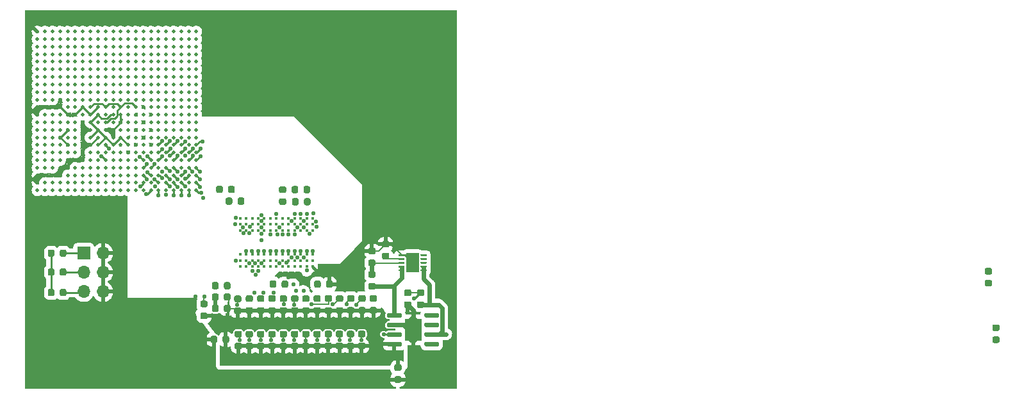
<source format=gbr>
%TF.GenerationSoftware,KiCad,Pcbnew,(5.99.0-3097-g8601b1e63)*%
%TF.CreationDate,2020-09-03T20:39:06+02:00*%
%TF.ProjectId,FD3,4644332e-6b69-4636-9164-5f7063625858,rev?*%
%TF.SameCoordinates,Original*%
%TF.FileFunction,Copper,L1,Top*%
%TF.FilePolarity,Positive*%
%FSLAX46Y46*%
G04 Gerber Fmt 4.6, Leading zero omitted, Abs format (unit mm)*
G04 Created by KiCad (PCBNEW (5.99.0-3097-g8601b1e63)) date 2020-09-03 20:39:06*
%MOMM*%
%LPD*%
G01*
G04 APERTURE LIST*
%TA.AperFunction,ComponentPad*%
%ADD10R,1.700000X1.700000*%
%TD*%
%TA.AperFunction,ComponentPad*%
%ADD11O,1.700000X1.700000*%
%TD*%
%TA.AperFunction,SMDPad,CuDef*%
%ADD12R,1.700000X2.500000*%
%TD*%
%TA.AperFunction,ComponentPad*%
%ADD13C,0.500000*%
%TD*%
%TA.AperFunction,SMDPad,CuDef*%
%ADD14R,2.290000X3.000000*%
%TD*%
%TA.AperFunction,SMDPad,CuDef*%
%ADD15C,0.399500*%
%TD*%
%TA.AperFunction,SMDPad,CuDef*%
%ADD16C,0.500000*%
%TD*%
%TA.AperFunction,ViaPad*%
%ADD17C,0.560000*%
%TD*%
%TA.AperFunction,Conductor*%
%ADD18C,0.250000*%
%TD*%
%TA.AperFunction,Conductor*%
%ADD19C,0.200000*%
%TD*%
%TA.AperFunction,Conductor*%
%ADD20C,0.560000*%
%TD*%
%TA.AperFunction,Conductor*%
%ADD21C,0.244000*%
%TD*%
%TA.AperFunction,Conductor*%
%ADD22C,0.160000*%
%TD*%
G04 APERTURE END LIST*
%TO.P,C48,1*%
%TO.N,VCCDDR_1.35V_VREF*%
%TA.AperFunction,SMDPad,CuDef*%
G36*
G01*
X191937500Y-85243750D02*
X191937500Y-85756250D01*
G75*
G02*
X191718750Y-85975000I-218750J0D01*
G01*
X191281250Y-85975000D01*
G75*
G02*
X191062500Y-85756250I0J218750D01*
G01*
X191062500Y-85243750D01*
G75*
G02*
X191281250Y-85025000I218750J0D01*
G01*
X191718750Y-85025000D01*
G75*
G02*
X191937500Y-85243750I0J-218750D01*
G01*
G37*
%TD.AperFunction*%
%TO.P,C48,2*%
%TO.N,GND*%
%TA.AperFunction,SMDPad,CuDef*%
G36*
G01*
X190362500Y-85243750D02*
X190362500Y-85756250D01*
G75*
G02*
X190143750Y-85975000I-218750J0D01*
G01*
X189706250Y-85975000D01*
G75*
G02*
X189487500Y-85756250I0J218750D01*
G01*
X189487500Y-85243750D01*
G75*
G02*
X189706250Y-85025000I218750J0D01*
G01*
X190143750Y-85025000D01*
G75*
G02*
X190362500Y-85243750I0J-218750D01*
G01*
G37*
%TD.AperFunction*%
%TD*%
%TO.P,C49,1*%
%TO.N,VCCDDR_1.35V_VREF*%
%TA.AperFunction,SMDPad,CuDef*%
G36*
G01*
X213973852Y-88787500D02*
X214486352Y-88787500D01*
G75*
G02*
X214705102Y-89006250I0J-218750D01*
G01*
X214705102Y-89443750D01*
G75*
G02*
X214486352Y-89662500I-218750J0D01*
G01*
X213973852Y-89662500D01*
G75*
G02*
X213755102Y-89443750I0J218750D01*
G01*
X213755102Y-89006250D01*
G75*
G02*
X213973852Y-88787500I218750J0D01*
G01*
G37*
%TD.AperFunction*%
%TO.P,C49,2*%
%TO.N,GND*%
%TA.AperFunction,SMDPad,CuDef*%
G36*
G01*
X213973852Y-90362500D02*
X214486352Y-90362500D01*
G75*
G02*
X214705102Y-90581250I0J-218750D01*
G01*
X214705102Y-91018750D01*
G75*
G02*
X214486352Y-91237500I-218750J0D01*
G01*
X213973852Y-91237500D01*
G75*
G02*
X213755102Y-91018750I0J218750D01*
G01*
X213755102Y-90581250D01*
G75*
G02*
X213973852Y-90362500I218750J0D01*
G01*
G37*
%TD.AperFunction*%
%TD*%
%TO.P,C51,1*%
%TO.N,Net-(C51-Pad1)*%
%TA.AperFunction,SMDPad,CuDef*%
G36*
G01*
X212856250Y-74925000D02*
X212343750Y-74925000D01*
G75*
G02*
X212125000Y-74706250I0J218750D01*
G01*
X212125000Y-74268750D01*
G75*
G02*
X212343750Y-74050000I218750J0D01*
G01*
X212856250Y-74050000D01*
G75*
G02*
X213075000Y-74268750I0J-218750D01*
G01*
X213075000Y-74706250D01*
G75*
G02*
X212856250Y-74925000I-218750J0D01*
G01*
G37*
%TD.AperFunction*%
%TO.P,C51,2*%
%TO.N,GND*%
%TA.AperFunction,SMDPad,CuDef*%
G36*
G01*
X212856250Y-73350000D02*
X212343750Y-73350000D01*
G75*
G02*
X212125000Y-73131250I0J218750D01*
G01*
X212125000Y-72693750D01*
G75*
G02*
X212343750Y-72475000I218750J0D01*
G01*
X212856250Y-72475000D01*
G75*
G02*
X213075000Y-72693750I0J-218750D01*
G01*
X213075000Y-73131250D01*
G75*
G02*
X212856250Y-73350000I-218750J0D01*
G01*
G37*
%TD.AperFunction*%
%TD*%
%TO.P,C69,1*%
%TO.N,VCCDDR_1.35V*%
%TA.AperFunction,SMDPad,CuDef*%
G36*
G01*
X190217500Y-65936250D02*
X190217500Y-65423750D01*
G75*
G02*
X190436250Y-65205000I218750J0D01*
G01*
X190873750Y-65205000D01*
G75*
G02*
X191092500Y-65423750I0J-218750D01*
G01*
X191092500Y-65936250D01*
G75*
G02*
X190873750Y-66155000I-218750J0D01*
G01*
X190436250Y-66155000D01*
G75*
G02*
X190217500Y-65936250I0J218750D01*
G01*
G37*
%TD.AperFunction*%
%TO.P,C69,2*%
%TO.N,GND*%
%TA.AperFunction,SMDPad,CuDef*%
G36*
G01*
X191792500Y-65936250D02*
X191792500Y-65423750D01*
G75*
G02*
X192011250Y-65205000I218750J0D01*
G01*
X192448750Y-65205000D01*
G75*
G02*
X192667500Y-65423750I0J-218750D01*
G01*
X192667500Y-65936250D01*
G75*
G02*
X192448750Y-66155000I-218750J0D01*
G01*
X192011250Y-66155000D01*
G75*
G02*
X191792500Y-65936250I0J218750D01*
G01*
G37*
%TD.AperFunction*%
%TD*%
%TO.P,C70,1*%
%TO.N,VCCDDR_1.35V*%
%TA.AperFunction,SMDPad,CuDef*%
G36*
G01*
X202692500Y-67043750D02*
X202692500Y-67556250D01*
G75*
G02*
X202473750Y-67775000I-218750J0D01*
G01*
X202036250Y-67775000D01*
G75*
G02*
X201817500Y-67556250I0J218750D01*
G01*
X201817500Y-67043750D01*
G75*
G02*
X202036250Y-66825000I218750J0D01*
G01*
X202473750Y-66825000D01*
G75*
G02*
X202692500Y-67043750I0J-218750D01*
G01*
G37*
%TD.AperFunction*%
%TO.P,C70,2*%
%TO.N,GND*%
%TA.AperFunction,SMDPad,CuDef*%
G36*
G01*
X201117500Y-67043750D02*
X201117500Y-67556250D01*
G75*
G02*
X200898750Y-67775000I-218750J0D01*
G01*
X200461250Y-67775000D01*
G75*
G02*
X200242500Y-67556250I0J218750D01*
G01*
X200242500Y-67043750D01*
G75*
G02*
X200461250Y-66825000I218750J0D01*
G01*
X200898750Y-66825000D01*
G75*
G02*
X201117500Y-67043750I0J-218750D01*
G01*
G37*
%TD.AperFunction*%
%TD*%
%TO.P,C71,1*%
%TO.N,VCCDDR_1.35V*%
%TA.AperFunction,SMDPad,CuDef*%
G36*
G01*
X191482500Y-67476250D02*
X191482500Y-66963750D01*
G75*
G02*
X191701250Y-66745000I218750J0D01*
G01*
X192138750Y-66745000D01*
G75*
G02*
X192357500Y-66963750I0J-218750D01*
G01*
X192357500Y-67476250D01*
G75*
G02*
X192138750Y-67695000I-218750J0D01*
G01*
X191701250Y-67695000D01*
G75*
G02*
X191482500Y-67476250I0J218750D01*
G01*
G37*
%TD.AperFunction*%
%TO.P,C71,2*%
%TO.N,GND*%
%TA.AperFunction,SMDPad,CuDef*%
G36*
G01*
X193057500Y-67476250D02*
X193057500Y-66963750D01*
G75*
G02*
X193276250Y-66745000I218750J0D01*
G01*
X193713750Y-66745000D01*
G75*
G02*
X193932500Y-66963750I0J-218750D01*
G01*
X193932500Y-67476250D01*
G75*
G02*
X193713750Y-67695000I-218750J0D01*
G01*
X193276250Y-67695000D01*
G75*
G02*
X193057500Y-67476250I0J218750D01*
G01*
G37*
%TD.AperFunction*%
%TD*%
%TO.P,C72,1*%
%TO.N,VCCDDR_1.35V*%
%TA.AperFunction,SMDPad,CuDef*%
G36*
G01*
X203162500Y-78456250D02*
X203162500Y-77943750D01*
G75*
G02*
X203381250Y-77725000I218750J0D01*
G01*
X203818750Y-77725000D01*
G75*
G02*
X204037500Y-77943750I0J-218750D01*
G01*
X204037500Y-78456250D01*
G75*
G02*
X203818750Y-78675000I-218750J0D01*
G01*
X203381250Y-78675000D01*
G75*
G02*
X203162500Y-78456250I0J218750D01*
G01*
G37*
%TD.AperFunction*%
%TO.P,C72,2*%
%TO.N,GND*%
%TA.AperFunction,SMDPad,CuDef*%
G36*
G01*
X204737500Y-78456250D02*
X204737500Y-77943750D01*
G75*
G02*
X204956250Y-77725000I218750J0D01*
G01*
X205393750Y-77725000D01*
G75*
G02*
X205612500Y-77943750I0J-218750D01*
G01*
X205612500Y-78456250D01*
G75*
G02*
X205393750Y-78675000I-218750J0D01*
G01*
X204956250Y-78675000D01*
G75*
G02*
X204737500Y-78456250I0J218750D01*
G01*
G37*
%TD.AperFunction*%
%TD*%
%TO.P,C75,1*%
%TO.N,VCCDDR_1.35V_VREF*%
%TA.AperFunction,SMDPad,CuDef*%
G36*
G01*
X200187500Y-65956250D02*
X200187500Y-65443750D01*
G75*
G02*
X200406250Y-65225000I218750J0D01*
G01*
X200843750Y-65225000D01*
G75*
G02*
X201062500Y-65443750I0J-218750D01*
G01*
X201062500Y-65956250D01*
G75*
G02*
X200843750Y-66175000I-218750J0D01*
G01*
X200406250Y-66175000D01*
G75*
G02*
X200187500Y-65956250I0J218750D01*
G01*
G37*
%TD.AperFunction*%
%TO.P,C75,2*%
%TO.N,GND*%
%TA.AperFunction,SMDPad,CuDef*%
G36*
G01*
X201762500Y-65956250D02*
X201762500Y-65443750D01*
G75*
G02*
X201981250Y-65225000I218750J0D01*
G01*
X202418750Y-65225000D01*
G75*
G02*
X202637500Y-65443750I0J-218750D01*
G01*
X202637500Y-65956250D01*
G75*
G02*
X202418750Y-66175000I-218750J0D01*
G01*
X201981250Y-66175000D01*
G75*
G02*
X201762500Y-65956250I0J218750D01*
G01*
G37*
%TD.AperFunction*%
%TD*%
%TO.P,C76,1*%
%TO.N,VCCDDR_1.35V_VREF*%
%TA.AperFunction,SMDPad,CuDef*%
G36*
G01*
X192112500Y-79643750D02*
X192112500Y-80156250D01*
G75*
G02*
X191893750Y-80375000I-218750J0D01*
G01*
X191456250Y-80375000D01*
G75*
G02*
X191237500Y-80156250I0J218750D01*
G01*
X191237500Y-79643750D01*
G75*
G02*
X191456250Y-79425000I218750J0D01*
G01*
X191893750Y-79425000D01*
G75*
G02*
X192112500Y-79643750I0J-218750D01*
G01*
G37*
%TD.AperFunction*%
%TO.P,C76,2*%
%TO.N,GND*%
%TA.AperFunction,SMDPad,CuDef*%
G36*
G01*
X190537500Y-79643750D02*
X190537500Y-80156250D01*
G75*
G02*
X190318750Y-80375000I-218750J0D01*
G01*
X189881250Y-80375000D01*
G75*
G02*
X189662500Y-80156250I0J218750D01*
G01*
X189662500Y-79643750D01*
G75*
G02*
X189881250Y-79425000I218750J0D01*
G01*
X190318750Y-79425000D01*
G75*
G02*
X190537500Y-79643750I0J-218750D01*
G01*
G37*
%TD.AperFunction*%
%TD*%
%TO.P,C77,1*%
%TO.N,VCCDDR_1.35V*%
%TA.AperFunction,SMDPad,CuDef*%
G36*
G01*
X199737500Y-77943750D02*
X199737500Y-78456250D01*
G75*
G02*
X199518750Y-78675000I-218750J0D01*
G01*
X199081250Y-78675000D01*
G75*
G02*
X198862500Y-78456250I0J218750D01*
G01*
X198862500Y-77943750D01*
G75*
G02*
X199081250Y-77725000I218750J0D01*
G01*
X199518750Y-77725000D01*
G75*
G02*
X199737500Y-77943750I0J-218750D01*
G01*
G37*
%TD.AperFunction*%
%TO.P,C77,2*%
%TO.N,VCCDDR_1.35V_VREF*%
%TA.AperFunction,SMDPad,CuDef*%
G36*
G01*
X198162500Y-77943750D02*
X198162500Y-78456250D01*
G75*
G02*
X197943750Y-78675000I-218750J0D01*
G01*
X197506250Y-78675000D01*
G75*
G02*
X197287500Y-78456250I0J218750D01*
G01*
X197287500Y-77943750D01*
G75*
G02*
X197506250Y-77725000I218750J0D01*
G01*
X197943750Y-77725000D01*
G75*
G02*
X198162500Y-77943750I0J-218750D01*
G01*
G37*
%TD.AperFunction*%
%TD*%
%TO.P,C78,1*%
%TO.N,VCCDDR_1.35V_VREF*%
%TA.AperFunction,SMDPad,CuDef*%
G36*
G01*
X292993750Y-83525000D02*
X293506250Y-83525000D01*
G75*
G02*
X293725000Y-83743750I0J-218750D01*
G01*
X293725000Y-84181250D01*
G75*
G02*
X293506250Y-84400000I-218750J0D01*
G01*
X292993750Y-84400000D01*
G75*
G02*
X292775000Y-84181250I0J218750D01*
G01*
X292775000Y-83743750D01*
G75*
G02*
X292993750Y-83525000I218750J0D01*
G01*
G37*
%TD.AperFunction*%
%TO.P,C78,2*%
%TO.N,GND*%
%TA.AperFunction,SMDPad,CuDef*%
G36*
G01*
X292993750Y-85100000D02*
X293506250Y-85100000D01*
G75*
G02*
X293725000Y-85318750I0J-218750D01*
G01*
X293725000Y-85756250D01*
G75*
G02*
X293506250Y-85975000I-218750J0D01*
G01*
X292993750Y-85975000D01*
G75*
G02*
X292775000Y-85756250I0J218750D01*
G01*
X292775000Y-85318750D01*
G75*
G02*
X292993750Y-85100000I218750J0D01*
G01*
G37*
%TD.AperFunction*%
%TD*%
%TO.P,C79,1*%
%TO.N,GND*%
%TA.AperFunction,SMDPad,CuDef*%
G36*
G01*
X189662500Y-78656250D02*
X189662500Y-78143750D01*
G75*
G02*
X189881250Y-77925000I218750J0D01*
G01*
X190318750Y-77925000D01*
G75*
G02*
X190537500Y-78143750I0J-218750D01*
G01*
X190537500Y-78656250D01*
G75*
G02*
X190318750Y-78875000I-218750J0D01*
G01*
X189881250Y-78875000D01*
G75*
G02*
X189662500Y-78656250I0J218750D01*
G01*
G37*
%TD.AperFunction*%
%TO.P,C79,2*%
%TO.N,VCCDDR_1.35V_VREF*%
%TA.AperFunction,SMDPad,CuDef*%
G36*
G01*
X191237500Y-78656250D02*
X191237500Y-78143750D01*
G75*
G02*
X191456250Y-77925000I218750J0D01*
G01*
X191893750Y-77925000D01*
G75*
G02*
X192112500Y-78143750I0J-218750D01*
G01*
X192112500Y-78656250D01*
G75*
G02*
X191893750Y-78875000I-218750J0D01*
G01*
X191456250Y-78875000D01*
G75*
G02*
X191237500Y-78656250I0J218750D01*
G01*
G37*
%TD.AperFunction*%
%TD*%
%TO.P,C80,1*%
%TO.N,VCCDDR_1.35V_VREF*%
%TA.AperFunction,SMDPad,CuDef*%
G36*
G01*
X291993750Y-76062500D02*
X292506250Y-76062500D01*
G75*
G02*
X292725000Y-76281250I0J-218750D01*
G01*
X292725000Y-76718750D01*
G75*
G02*
X292506250Y-76937500I-218750J0D01*
G01*
X291993750Y-76937500D01*
G75*
G02*
X291775000Y-76718750I0J218750D01*
G01*
X291775000Y-76281250D01*
G75*
G02*
X291993750Y-76062500I218750J0D01*
G01*
G37*
%TD.AperFunction*%
%TO.P,C80,2*%
%TO.N,GND*%
%TA.AperFunction,SMDPad,CuDef*%
G36*
G01*
X291993750Y-77637500D02*
X292506250Y-77637500D01*
G75*
G02*
X292725000Y-77856250I0J-218750D01*
G01*
X292725000Y-78293750D01*
G75*
G02*
X292506250Y-78512500I-218750J0D01*
G01*
X291993750Y-78512500D01*
G75*
G02*
X291775000Y-78293750I0J218750D01*
G01*
X291775000Y-77856250D01*
G75*
G02*
X291993750Y-77637500I218750J0D01*
G01*
G37*
%TD.AperFunction*%
%TD*%
%TO.P,C82,1*%
%TO.N,VCCDDR_1.35V_VREF*%
%TA.AperFunction,SMDPad,CuDef*%
G36*
G01*
X192112500Y-81143750D02*
X192112500Y-81656250D01*
G75*
G02*
X191893750Y-81875000I-218750J0D01*
G01*
X191456250Y-81875000D01*
G75*
G02*
X191237500Y-81656250I0J218750D01*
G01*
X191237500Y-81143750D01*
G75*
G02*
X191456250Y-80925000I218750J0D01*
G01*
X191893750Y-80925000D01*
G75*
G02*
X192112500Y-81143750I0J-218750D01*
G01*
G37*
%TD.AperFunction*%
%TO.P,C82,2*%
%TO.N,GND*%
%TA.AperFunction,SMDPad,CuDef*%
G36*
G01*
X190537500Y-81143750D02*
X190537500Y-81656250D01*
G75*
G02*
X190318750Y-81875000I-218750J0D01*
G01*
X189881250Y-81875000D01*
G75*
G02*
X189662500Y-81656250I0J218750D01*
G01*
X189662500Y-81143750D01*
G75*
G02*
X189881250Y-80925000I218750J0D01*
G01*
X190318750Y-80925000D01*
G75*
G02*
X190537500Y-81143750I0J-218750D01*
G01*
G37*
%TD.AperFunction*%
%TD*%
D10*
%TO.P,J33,1,Pin_1*%
%TO.N,/fgpa-logic/m0*%
X172712500Y-74100000D03*
D11*
%TO.P,J33,2,Pin_2*%
%TO.N,GND*%
X175252500Y-74100000D03*
%TO.P,J33,3,Pin_3*%
%TO.N,/fgpa-logic/m1*%
X172712500Y-76640000D03*
%TO.P,J33,4,Pin_4*%
%TO.N,GND*%
X175252500Y-76640000D03*
%TO.P,J33,5,Pin_5*%
%TO.N,/fgpa-logic/m2*%
X172712500Y-79180000D03*
%TO.P,J33,6,Pin_6*%
%TO.N,GND*%
X175252500Y-79180000D03*
%TD*%
%TO.P,R42,1*%
%TO.N,Net-(R42-Pad1)*%
%TA.AperFunction,SMDPad,CuDef*%
G36*
G01*
X215273852Y-78900000D02*
X215786352Y-78900000D01*
G75*
G02*
X216005102Y-79118750I0J-218750D01*
G01*
X216005102Y-79556250D01*
G75*
G02*
X215786352Y-79775000I-218750J0D01*
G01*
X215273852Y-79775000D01*
G75*
G02*
X215055102Y-79556250I0J218750D01*
G01*
X215055102Y-79118750D01*
G75*
G02*
X215273852Y-78900000I218750J0D01*
G01*
G37*
%TD.AperFunction*%
%TO.P,R42,2*%
%TO.N,GND*%
%TA.AperFunction,SMDPad,CuDef*%
G36*
G01*
X215273852Y-80475000D02*
X215786352Y-80475000D01*
G75*
G02*
X216005102Y-80693750I0J-218750D01*
G01*
X216005102Y-81131250D01*
G75*
G02*
X215786352Y-81350000I-218750J0D01*
G01*
X215273852Y-81350000D01*
G75*
G02*
X215055102Y-81131250I0J218750D01*
G01*
X215055102Y-80693750D01*
G75*
G02*
X215273852Y-80475000I218750J0D01*
G01*
G37*
%TD.AperFunction*%
%TD*%
%TO.P,R43,1*%
%TO.N,+5V*%
%TA.AperFunction,SMDPad,CuDef*%
G36*
G01*
X217486352Y-81350000D02*
X216973852Y-81350000D01*
G75*
G02*
X216755102Y-81131250I0J218750D01*
G01*
X216755102Y-80693750D01*
G75*
G02*
X216973852Y-80475000I218750J0D01*
G01*
X217486352Y-80475000D01*
G75*
G02*
X217705102Y-80693750I0J-218750D01*
G01*
X217705102Y-81131250D01*
G75*
G02*
X217486352Y-81350000I-218750J0D01*
G01*
G37*
%TD.AperFunction*%
%TO.P,R43,2*%
%TO.N,Net-(R42-Pad1)*%
%TA.AperFunction,SMDPad,CuDef*%
G36*
G01*
X217486352Y-79775000D02*
X216973852Y-79775000D01*
G75*
G02*
X216755102Y-79556250I0J218750D01*
G01*
X216755102Y-79118750D01*
G75*
G02*
X216973852Y-78900000I218750J0D01*
G01*
X217486352Y-78900000D01*
G75*
G02*
X217705102Y-79118750I0J-218750D01*
G01*
X217705102Y-79556250D01*
G75*
G02*
X217486352Y-79775000I-218750J0D01*
G01*
G37*
%TD.AperFunction*%
%TD*%
%TO.P,R44,1*%
%TO.N,GND*%
%TA.AperFunction,SMDPad,CuDef*%
G36*
G01*
X210543750Y-73375000D02*
X211056250Y-73375000D01*
G75*
G02*
X211275000Y-73593750I0J-218750D01*
G01*
X211275000Y-74031250D01*
G75*
G02*
X211056250Y-74250000I-218750J0D01*
G01*
X210543750Y-74250000D01*
G75*
G02*
X210325000Y-74031250I0J218750D01*
G01*
X210325000Y-73593750D01*
G75*
G02*
X210543750Y-73375000I218750J0D01*
G01*
G37*
%TD.AperFunction*%
%TO.P,R44,2*%
%TO.N,Net-(R44-Pad2)*%
%TA.AperFunction,SMDPad,CuDef*%
G36*
G01*
X210543750Y-74950000D02*
X211056250Y-74950000D01*
G75*
G02*
X211275000Y-75168750I0J-218750D01*
G01*
X211275000Y-75606250D01*
G75*
G02*
X211056250Y-75825000I-218750J0D01*
G01*
X210543750Y-75825000D01*
G75*
G02*
X210325000Y-75606250I0J218750D01*
G01*
X210325000Y-75168750D01*
G75*
G02*
X210543750Y-74950000I218750J0D01*
G01*
G37*
%TD.AperFunction*%
%TD*%
%TO.P,R45,1*%
%TO.N,Net-(R44-Pad2)*%
%TA.AperFunction,SMDPad,CuDef*%
G36*
G01*
X210543750Y-76475000D02*
X211056250Y-76475000D01*
G75*
G02*
X211275000Y-76693750I0J-218750D01*
G01*
X211275000Y-77131250D01*
G75*
G02*
X211056250Y-77350000I-218750J0D01*
G01*
X210543750Y-77350000D01*
G75*
G02*
X210325000Y-77131250I0J218750D01*
G01*
X210325000Y-76693750D01*
G75*
G02*
X210543750Y-76475000I218750J0D01*
G01*
G37*
%TD.AperFunction*%
%TO.P,R45,2*%
%TO.N,VCCDDR_1.35V*%
%TA.AperFunction,SMDPad,CuDef*%
G36*
G01*
X210543750Y-78050000D02*
X211056250Y-78050000D01*
G75*
G02*
X211275000Y-78268750I0J-218750D01*
G01*
X211275000Y-78706250D01*
G75*
G02*
X211056250Y-78925000I-218750J0D01*
G01*
X210543750Y-78925000D01*
G75*
G02*
X210325000Y-78706250I0J218750D01*
G01*
X210325000Y-78268750D01*
G75*
G02*
X210543750Y-78050000I218750J0D01*
G01*
G37*
%TD.AperFunction*%
%TD*%
%TO.P,R57,1*%
%TO.N,/fgpa-logic/m0*%
%TA.AperFunction,SMDPad,CuDef*%
G36*
G01*
X170425000Y-73843750D02*
X170425000Y-74356250D01*
G75*
G02*
X170206250Y-74575000I-218750J0D01*
G01*
X169768750Y-74575000D01*
G75*
G02*
X169550000Y-74356250I0J218750D01*
G01*
X169550000Y-73843750D01*
G75*
G02*
X169768750Y-73625000I218750J0D01*
G01*
X170206250Y-73625000D01*
G75*
G02*
X170425000Y-73843750I0J-218750D01*
G01*
G37*
%TD.AperFunction*%
%TO.P,R57,2*%
%TO.N,VCCFPGA_S1_VCCO_CONFIG*%
%TA.AperFunction,SMDPad,CuDef*%
G36*
G01*
X168850000Y-73843750D02*
X168850000Y-74356250D01*
G75*
G02*
X168631250Y-74575000I-218750J0D01*
G01*
X168193750Y-74575000D01*
G75*
G02*
X167975000Y-74356250I0J218750D01*
G01*
X167975000Y-73843750D01*
G75*
G02*
X168193750Y-73625000I218750J0D01*
G01*
X168631250Y-73625000D01*
G75*
G02*
X168850000Y-73843750I0J-218750D01*
G01*
G37*
%TD.AperFunction*%
%TD*%
%TO.P,R58,1*%
%TO.N,/fgpa-logic/m1*%
%TA.AperFunction,SMDPad,CuDef*%
G36*
G01*
X170425000Y-76343750D02*
X170425000Y-76856250D01*
G75*
G02*
X170206250Y-77075000I-218750J0D01*
G01*
X169768750Y-77075000D01*
G75*
G02*
X169550000Y-76856250I0J218750D01*
G01*
X169550000Y-76343750D01*
G75*
G02*
X169768750Y-76125000I218750J0D01*
G01*
X170206250Y-76125000D01*
G75*
G02*
X170425000Y-76343750I0J-218750D01*
G01*
G37*
%TD.AperFunction*%
%TO.P,R58,2*%
%TO.N,VCCFPGA_S1_VCCO_CONFIG*%
%TA.AperFunction,SMDPad,CuDef*%
G36*
G01*
X168850000Y-76343750D02*
X168850000Y-76856250D01*
G75*
G02*
X168631250Y-77075000I-218750J0D01*
G01*
X168193750Y-77075000D01*
G75*
G02*
X167975000Y-76856250I0J218750D01*
G01*
X167975000Y-76343750D01*
G75*
G02*
X168193750Y-76125000I218750J0D01*
G01*
X168631250Y-76125000D01*
G75*
G02*
X168850000Y-76343750I0J-218750D01*
G01*
G37*
%TD.AperFunction*%
%TD*%
%TO.P,R59,1*%
%TO.N,/fgpa-logic/m2*%
%TA.AperFunction,SMDPad,CuDef*%
G36*
G01*
X170425000Y-79043750D02*
X170425000Y-79556250D01*
G75*
G02*
X170206250Y-79775000I-218750J0D01*
G01*
X169768750Y-79775000D01*
G75*
G02*
X169550000Y-79556250I0J218750D01*
G01*
X169550000Y-79043750D01*
G75*
G02*
X169768750Y-78825000I218750J0D01*
G01*
X170206250Y-78825000D01*
G75*
G02*
X170425000Y-79043750I0J-218750D01*
G01*
G37*
%TD.AperFunction*%
%TO.P,R59,2*%
%TO.N,VCCFPGA_S1_VCCO_CONFIG*%
%TA.AperFunction,SMDPad,CuDef*%
G36*
G01*
X168850000Y-79043750D02*
X168850000Y-79556250D01*
G75*
G02*
X168631250Y-79775000I-218750J0D01*
G01*
X168193750Y-79775000D01*
G75*
G02*
X167975000Y-79556250I0J218750D01*
G01*
X167975000Y-79043750D01*
G75*
G02*
X168193750Y-78825000I218750J0D01*
G01*
X168631250Y-78825000D01*
G75*
G02*
X168850000Y-79043750I0J-218750D01*
G01*
G37*
%TD.AperFunction*%
%TD*%
%TO.P,R69,1*%
%TO.N,Net-(R69-Pad1)*%
%TA.AperFunction,SMDPad,CuDef*%
G36*
G01*
X199256250Y-67712500D02*
X198743750Y-67712500D01*
G75*
G02*
X198525000Y-67493750I0J218750D01*
G01*
X198525000Y-67056250D01*
G75*
G02*
X198743750Y-66837500I218750J0D01*
G01*
X199256250Y-66837500D01*
G75*
G02*
X199475000Y-67056250I0J-218750D01*
G01*
X199475000Y-67493750D01*
G75*
G02*
X199256250Y-67712500I-218750J0D01*
G01*
G37*
%TD.AperFunction*%
%TO.P,R69,2*%
%TO.N,GND*%
%TA.AperFunction,SMDPad,CuDef*%
G36*
G01*
X199256250Y-66137500D02*
X198743750Y-66137500D01*
G75*
G02*
X198525000Y-65918750I0J218750D01*
G01*
X198525000Y-65481250D01*
G75*
G02*
X198743750Y-65262500I218750J0D01*
G01*
X199256250Y-65262500D01*
G75*
G02*
X199475000Y-65481250I0J-218750D01*
G01*
X199475000Y-65918750D01*
G75*
G02*
X199256250Y-66137500I-218750J0D01*
G01*
G37*
%TD.AperFunction*%
%TD*%
%TO.P,R70,1*%
%TO.N,DDR_NRST*%
%TA.AperFunction,SMDPad,CuDef*%
G36*
G01*
X210718750Y-79650000D02*
X211231250Y-79650000D01*
G75*
G02*
X211450000Y-79868750I0J-218750D01*
G01*
X211450000Y-80306250D01*
G75*
G02*
X211231250Y-80525000I-218750J0D01*
G01*
X210718750Y-80525000D01*
G75*
G02*
X210500000Y-80306250I0J218750D01*
G01*
X210500000Y-79868750D01*
G75*
G02*
X210718750Y-79650000I218750J0D01*
G01*
G37*
%TD.AperFunction*%
%TO.P,R70,2*%
%TO.N,VCCDDR_1.35V_VREF*%
%TA.AperFunction,SMDPad,CuDef*%
G36*
G01*
X210718750Y-81225000D02*
X211231250Y-81225000D01*
G75*
G02*
X211450000Y-81443750I0J-218750D01*
G01*
X211450000Y-81881250D01*
G75*
G02*
X211231250Y-82100000I-218750J0D01*
G01*
X210718750Y-82100000D01*
G75*
G02*
X210500000Y-81881250I0J218750D01*
G01*
X210500000Y-81443750D01*
G75*
G02*
X210718750Y-81225000I218750J0D01*
G01*
G37*
%TD.AperFunction*%
%TD*%
%TO.P,R71,1*%
%TO.N,VCCDDR_1.35V_VREF*%
%TA.AperFunction,SMDPad,CuDef*%
G36*
G01*
X194856250Y-82125000D02*
X194343750Y-82125000D01*
G75*
G02*
X194125000Y-81906250I0J218750D01*
G01*
X194125000Y-81468750D01*
G75*
G02*
X194343750Y-81250000I218750J0D01*
G01*
X194856250Y-81250000D01*
G75*
G02*
X195075000Y-81468750I0J-218750D01*
G01*
X195075000Y-81906250D01*
G75*
G02*
X194856250Y-82125000I-218750J0D01*
G01*
G37*
%TD.AperFunction*%
%TO.P,R71,2*%
%TO.N,DDR_NRAS*%
%TA.AperFunction,SMDPad,CuDef*%
G36*
G01*
X194856250Y-80550000D02*
X194343750Y-80550000D01*
G75*
G02*
X194125000Y-80331250I0J218750D01*
G01*
X194125000Y-79893750D01*
G75*
G02*
X194343750Y-79675000I218750J0D01*
G01*
X194856250Y-79675000D01*
G75*
G02*
X195075000Y-79893750I0J-218750D01*
G01*
X195075000Y-80331250D01*
G75*
G02*
X194856250Y-80550000I-218750J0D01*
G01*
G37*
%TD.AperFunction*%
%TD*%
%TO.P,R72,1*%
%TO.N,VCCDDR_1.35V_VREF*%
%TA.AperFunction,SMDPad,CuDef*%
G36*
G01*
X199356250Y-86825000D02*
X198843750Y-86825000D01*
G75*
G02*
X198625000Y-86606250I0J218750D01*
G01*
X198625000Y-86168750D01*
G75*
G02*
X198843750Y-85950000I218750J0D01*
G01*
X199356250Y-85950000D01*
G75*
G02*
X199575000Y-86168750I0J-218750D01*
G01*
X199575000Y-86606250D01*
G75*
G02*
X199356250Y-86825000I-218750J0D01*
G01*
G37*
%TD.AperFunction*%
%TO.P,R72,2*%
%TO.N,DDR_A0*%
%TA.AperFunction,SMDPad,CuDef*%
G36*
G01*
X199356250Y-85250000D02*
X198843750Y-85250000D01*
G75*
G02*
X198625000Y-85031250I0J218750D01*
G01*
X198625000Y-84593750D01*
G75*
G02*
X198843750Y-84375000I218750J0D01*
G01*
X199356250Y-84375000D01*
G75*
G02*
X199575000Y-84593750I0J-218750D01*
G01*
X199575000Y-85031250D01*
G75*
G02*
X199356250Y-85250000I-218750J0D01*
G01*
G37*
%TD.AperFunction*%
%TD*%
%TO.P,R73,1*%
%TO.N,VCCDDR_1.35V_VREF*%
%TA.AperFunction,SMDPad,CuDef*%
G36*
G01*
X206781250Y-82112500D02*
X206268750Y-82112500D01*
G75*
G02*
X206050000Y-81893750I0J218750D01*
G01*
X206050000Y-81456250D01*
G75*
G02*
X206268750Y-81237500I218750J0D01*
G01*
X206781250Y-81237500D01*
G75*
G02*
X207000000Y-81456250I0J-218750D01*
G01*
X207000000Y-81893750D01*
G75*
G02*
X206781250Y-82112500I-218750J0D01*
G01*
G37*
%TD.AperFunction*%
%TO.P,R73,2*%
%TO.N,DDR_A1*%
%TA.AperFunction,SMDPad,CuDef*%
G36*
G01*
X206781250Y-80537500D02*
X206268750Y-80537500D01*
G75*
G02*
X206050000Y-80318750I0J218750D01*
G01*
X206050000Y-79881250D01*
G75*
G02*
X206268750Y-79662500I218750J0D01*
G01*
X206781250Y-79662500D01*
G75*
G02*
X207000000Y-79881250I0J-218750D01*
G01*
X207000000Y-80318750D01*
G75*
G02*
X206781250Y-80537500I-218750J0D01*
G01*
G37*
%TD.AperFunction*%
%TD*%
%TO.P,R74,1*%
%TO.N,VCCDDR_1.35V_VREF*%
%TA.AperFunction,SMDPad,CuDef*%
G36*
G01*
X203806250Y-82112500D02*
X203293750Y-82112500D01*
G75*
G02*
X203075000Y-81893750I0J218750D01*
G01*
X203075000Y-81456250D01*
G75*
G02*
X203293750Y-81237500I218750J0D01*
G01*
X203806250Y-81237500D01*
G75*
G02*
X204025000Y-81456250I0J-218750D01*
G01*
X204025000Y-81893750D01*
G75*
G02*
X203806250Y-82112500I-218750J0D01*
G01*
G37*
%TD.AperFunction*%
%TO.P,R74,2*%
%TO.N,DDR_A2*%
%TA.AperFunction,SMDPad,CuDef*%
G36*
G01*
X203806250Y-80537500D02*
X203293750Y-80537500D01*
G75*
G02*
X203075000Y-80318750I0J218750D01*
G01*
X203075000Y-79881250D01*
G75*
G02*
X203293750Y-79662500I218750J0D01*
G01*
X203806250Y-79662500D01*
G75*
G02*
X204025000Y-79881250I0J-218750D01*
G01*
X204025000Y-80318750D01*
G75*
G02*
X203806250Y-80537500I-218750J0D01*
G01*
G37*
%TD.AperFunction*%
%TD*%
%TO.P,R75,1*%
%TO.N,VCCDDR_1.35V_VREF*%
%TA.AperFunction,SMDPad,CuDef*%
G36*
G01*
X202331250Y-82125000D02*
X201818750Y-82125000D01*
G75*
G02*
X201600000Y-81906250I0J218750D01*
G01*
X201600000Y-81468750D01*
G75*
G02*
X201818750Y-81250000I218750J0D01*
G01*
X202331250Y-81250000D01*
G75*
G02*
X202550000Y-81468750I0J-218750D01*
G01*
X202550000Y-81906250D01*
G75*
G02*
X202331250Y-82125000I-218750J0D01*
G01*
G37*
%TD.AperFunction*%
%TO.P,R75,2*%
%TO.N,DDR_A3*%
%TA.AperFunction,SMDPad,CuDef*%
G36*
G01*
X202331250Y-80550000D02*
X201818750Y-80550000D01*
G75*
G02*
X201600000Y-80331250I0J218750D01*
G01*
X201600000Y-79893750D01*
G75*
G02*
X201818750Y-79675000I218750J0D01*
G01*
X202331250Y-79675000D01*
G75*
G02*
X202550000Y-79893750I0J-218750D01*
G01*
X202550000Y-80331250D01*
G75*
G02*
X202331250Y-80550000I-218750J0D01*
G01*
G37*
%TD.AperFunction*%
%TD*%
%TO.P,R76,1*%
%TO.N,VCCDDR_1.35V_VREF*%
%TA.AperFunction,SMDPad,CuDef*%
G36*
G01*
X206756250Y-86800000D02*
X206243750Y-86800000D01*
G75*
G02*
X206025000Y-86581250I0J218750D01*
G01*
X206025000Y-86143750D01*
G75*
G02*
X206243750Y-85925000I218750J0D01*
G01*
X206756250Y-85925000D01*
G75*
G02*
X206975000Y-86143750I0J-218750D01*
G01*
X206975000Y-86581250D01*
G75*
G02*
X206756250Y-86800000I-218750J0D01*
G01*
G37*
%TD.AperFunction*%
%TO.P,R76,2*%
%TO.N,DDR_A4*%
%TA.AperFunction,SMDPad,CuDef*%
G36*
G01*
X206756250Y-85225000D02*
X206243750Y-85225000D01*
G75*
G02*
X206025000Y-85006250I0J218750D01*
G01*
X206025000Y-84568750D01*
G75*
G02*
X206243750Y-84350000I218750J0D01*
G01*
X206756250Y-84350000D01*
G75*
G02*
X206975000Y-84568750I0J-218750D01*
G01*
X206975000Y-85006250D01*
G75*
G02*
X206756250Y-85225000I-218750J0D01*
G01*
G37*
%TD.AperFunction*%
%TD*%
%TO.P,R77,1*%
%TO.N,VCCDDR_1.35V_VREF*%
%TA.AperFunction,SMDPad,CuDef*%
G36*
G01*
X202331250Y-86812500D02*
X201818750Y-86812500D01*
G75*
G02*
X201600000Y-86593750I0J218750D01*
G01*
X201600000Y-86156250D01*
G75*
G02*
X201818750Y-85937500I218750J0D01*
G01*
X202331250Y-85937500D01*
G75*
G02*
X202550000Y-86156250I0J-218750D01*
G01*
X202550000Y-86593750D01*
G75*
G02*
X202331250Y-86812500I-218750J0D01*
G01*
G37*
%TD.AperFunction*%
%TO.P,R77,2*%
%TO.N,DDR_A5*%
%TA.AperFunction,SMDPad,CuDef*%
G36*
G01*
X202331250Y-85237500D02*
X201818750Y-85237500D01*
G75*
G02*
X201600000Y-85018750I0J218750D01*
G01*
X201600000Y-84581250D01*
G75*
G02*
X201818750Y-84362500I218750J0D01*
G01*
X202331250Y-84362500D01*
G75*
G02*
X202550000Y-84581250I0J-218750D01*
G01*
X202550000Y-85018750D01*
G75*
G02*
X202331250Y-85237500I-218750J0D01*
G01*
G37*
%TD.AperFunction*%
%TD*%
%TO.P,R78,1*%
%TO.N,VCCDDR_1.35V_VREF*%
%TA.AperFunction,SMDPad,CuDef*%
G36*
G01*
X208256250Y-82100000D02*
X207743750Y-82100000D01*
G75*
G02*
X207525000Y-81881250I0J218750D01*
G01*
X207525000Y-81443750D01*
G75*
G02*
X207743750Y-81225000I218750J0D01*
G01*
X208256250Y-81225000D01*
G75*
G02*
X208475000Y-81443750I0J-218750D01*
G01*
X208475000Y-81881250D01*
G75*
G02*
X208256250Y-82100000I-218750J0D01*
G01*
G37*
%TD.AperFunction*%
%TO.P,R78,2*%
%TO.N,DDR_A6*%
%TA.AperFunction,SMDPad,CuDef*%
G36*
G01*
X208256250Y-80525000D02*
X207743750Y-80525000D01*
G75*
G02*
X207525000Y-80306250I0J218750D01*
G01*
X207525000Y-79868750D01*
G75*
G02*
X207743750Y-79650000I218750J0D01*
G01*
X208256250Y-79650000D01*
G75*
G02*
X208475000Y-79868750I0J-218750D01*
G01*
X208475000Y-80306250D01*
G75*
G02*
X208256250Y-80525000I-218750J0D01*
G01*
G37*
%TD.AperFunction*%
%TD*%
%TO.P,R79,1*%
%TO.N,VCCDDR_1.35V_VREF*%
%TA.AperFunction,SMDPad,CuDef*%
G36*
G01*
X203806250Y-86812500D02*
X203293750Y-86812500D01*
G75*
G02*
X203075000Y-86593750I0J218750D01*
G01*
X203075000Y-86156250D01*
G75*
G02*
X203293750Y-85937500I218750J0D01*
G01*
X203806250Y-85937500D01*
G75*
G02*
X204025000Y-86156250I0J-218750D01*
G01*
X204025000Y-86593750D01*
G75*
G02*
X203806250Y-86812500I-218750J0D01*
G01*
G37*
%TD.AperFunction*%
%TO.P,R79,2*%
%TO.N,DDR_A7*%
%TA.AperFunction,SMDPad,CuDef*%
G36*
G01*
X203806250Y-85237500D02*
X203293750Y-85237500D01*
G75*
G02*
X203075000Y-85018750I0J218750D01*
G01*
X203075000Y-84581250D01*
G75*
G02*
X203293750Y-84362500I218750J0D01*
G01*
X203806250Y-84362500D01*
G75*
G02*
X204025000Y-84581250I0J-218750D01*
G01*
X204025000Y-85018750D01*
G75*
G02*
X203806250Y-85237500I-218750J0D01*
G01*
G37*
%TD.AperFunction*%
%TD*%
%TO.P,R80,1*%
%TO.N,VCCDDR_1.35V_VREF*%
%TA.AperFunction,SMDPad,CuDef*%
G36*
G01*
X209706250Y-86800000D02*
X209193750Y-86800000D01*
G75*
G02*
X208975000Y-86581250I0J218750D01*
G01*
X208975000Y-86143750D01*
G75*
G02*
X209193750Y-85925000I218750J0D01*
G01*
X209706250Y-85925000D01*
G75*
G02*
X209925000Y-86143750I0J-218750D01*
G01*
X209925000Y-86581250D01*
G75*
G02*
X209706250Y-86800000I-218750J0D01*
G01*
G37*
%TD.AperFunction*%
%TO.P,R80,2*%
%TO.N,DDR_A8*%
%TA.AperFunction,SMDPad,CuDef*%
G36*
G01*
X209706250Y-85225000D02*
X209193750Y-85225000D01*
G75*
G02*
X208975000Y-85006250I0J218750D01*
G01*
X208975000Y-84568750D01*
G75*
G02*
X209193750Y-84350000I218750J0D01*
G01*
X209706250Y-84350000D01*
G75*
G02*
X209925000Y-84568750I0J-218750D01*
G01*
X209925000Y-85006250D01*
G75*
G02*
X209706250Y-85225000I-218750J0D01*
G01*
G37*
%TD.AperFunction*%
%TD*%
%TO.P,R81,1*%
%TO.N,VCCDDR_1.35V_VREF*%
%TA.AperFunction,SMDPad,CuDef*%
G36*
G01*
X205306250Y-82112500D02*
X204793750Y-82112500D01*
G75*
G02*
X204575000Y-81893750I0J218750D01*
G01*
X204575000Y-81456250D01*
G75*
G02*
X204793750Y-81237500I218750J0D01*
G01*
X205306250Y-81237500D01*
G75*
G02*
X205525000Y-81456250I0J-218750D01*
G01*
X205525000Y-81893750D01*
G75*
G02*
X205306250Y-82112500I-218750J0D01*
G01*
G37*
%TD.AperFunction*%
%TO.P,R81,2*%
%TO.N,DDR_A9*%
%TA.AperFunction,SMDPad,CuDef*%
G36*
G01*
X205306250Y-80537500D02*
X204793750Y-80537500D01*
G75*
G02*
X204575000Y-80318750I0J218750D01*
G01*
X204575000Y-79881250D01*
G75*
G02*
X204793750Y-79662500I218750J0D01*
G01*
X205306250Y-79662500D01*
G75*
G02*
X205525000Y-79881250I0J-218750D01*
G01*
X205525000Y-80318750D01*
G75*
G02*
X205306250Y-80537500I-218750J0D01*
G01*
G37*
%TD.AperFunction*%
%TD*%
%TO.P,R82,1*%
%TO.N,VCCDDR_1.35V_VREF*%
%TA.AperFunction,SMDPad,CuDef*%
G36*
G01*
X196356250Y-82112500D02*
X195843750Y-82112500D01*
G75*
G02*
X195625000Y-81893750I0J218750D01*
G01*
X195625000Y-81456250D01*
G75*
G02*
X195843750Y-81237500I218750J0D01*
G01*
X196356250Y-81237500D01*
G75*
G02*
X196575000Y-81456250I0J-218750D01*
G01*
X196575000Y-81893750D01*
G75*
G02*
X196356250Y-82112500I-218750J0D01*
G01*
G37*
%TD.AperFunction*%
%TO.P,R82,2*%
%TO.N,DDR_A10*%
%TA.AperFunction,SMDPad,CuDef*%
G36*
G01*
X196356250Y-80537500D02*
X195843750Y-80537500D01*
G75*
G02*
X195625000Y-80318750I0J218750D01*
G01*
X195625000Y-79881250D01*
G75*
G02*
X195843750Y-79662500I218750J0D01*
G01*
X196356250Y-79662500D01*
G75*
G02*
X196575000Y-79881250I0J-218750D01*
G01*
X196575000Y-80318750D01*
G75*
G02*
X196356250Y-80537500I-218750J0D01*
G01*
G37*
%TD.AperFunction*%
%TD*%
%TO.P,R83,1*%
%TO.N,VCCDDR_1.35V_VREF*%
%TA.AperFunction,SMDPad,CuDef*%
G36*
G01*
X208231250Y-86800000D02*
X207718750Y-86800000D01*
G75*
G02*
X207500000Y-86581250I0J218750D01*
G01*
X207500000Y-86143750D01*
G75*
G02*
X207718750Y-85925000I218750J0D01*
G01*
X208231250Y-85925000D01*
G75*
G02*
X208450000Y-86143750I0J-218750D01*
G01*
X208450000Y-86581250D01*
G75*
G02*
X208231250Y-86800000I-218750J0D01*
G01*
G37*
%TD.AperFunction*%
%TO.P,R83,2*%
%TO.N,DDR_A11*%
%TA.AperFunction,SMDPad,CuDef*%
G36*
G01*
X208231250Y-85225000D02*
X207718750Y-85225000D01*
G75*
G02*
X207500000Y-85006250I0J218750D01*
G01*
X207500000Y-84568750D01*
G75*
G02*
X207718750Y-84350000I218750J0D01*
G01*
X208231250Y-84350000D01*
G75*
G02*
X208450000Y-84568750I0J-218750D01*
G01*
X208450000Y-85006250D01*
G75*
G02*
X208231250Y-85225000I-218750J0D01*
G01*
G37*
%TD.AperFunction*%
%TD*%
%TO.P,R84,1*%
%TO.N,VCCDDR_1.35V_VREF*%
%TA.AperFunction,SMDPad,CuDef*%
G36*
G01*
X199356250Y-82112500D02*
X198843750Y-82112500D01*
G75*
G02*
X198625000Y-81893750I0J218750D01*
G01*
X198625000Y-81456250D01*
G75*
G02*
X198843750Y-81237500I218750J0D01*
G01*
X199356250Y-81237500D01*
G75*
G02*
X199575000Y-81456250I0J-218750D01*
G01*
X199575000Y-81893750D01*
G75*
G02*
X199356250Y-82112500I-218750J0D01*
G01*
G37*
%TD.AperFunction*%
%TO.P,R84,2*%
%TO.N,DDR_A12*%
%TA.AperFunction,SMDPad,CuDef*%
G36*
G01*
X199356250Y-80537500D02*
X198843750Y-80537500D01*
G75*
G02*
X198625000Y-80318750I0J218750D01*
G01*
X198625000Y-79881250D01*
G75*
G02*
X198843750Y-79662500I218750J0D01*
G01*
X199356250Y-79662500D01*
G75*
G02*
X199575000Y-79881250I0J-218750D01*
G01*
X199575000Y-80318750D01*
G75*
G02*
X199356250Y-80537500I-218750J0D01*
G01*
G37*
%TD.AperFunction*%
%TD*%
%TO.P,R85,1*%
%TO.N,VCCDDR_1.35V_VREF*%
%TA.AperFunction,SMDPad,CuDef*%
G36*
G01*
X205281250Y-86800000D02*
X204768750Y-86800000D01*
G75*
G02*
X204550000Y-86581250I0J218750D01*
G01*
X204550000Y-86143750D01*
G75*
G02*
X204768750Y-85925000I218750J0D01*
G01*
X205281250Y-85925000D01*
G75*
G02*
X205500000Y-86143750I0J-218750D01*
G01*
X205500000Y-86581250D01*
G75*
G02*
X205281250Y-86800000I-218750J0D01*
G01*
G37*
%TD.AperFunction*%
%TO.P,R85,2*%
%TO.N,DDR_A13*%
%TA.AperFunction,SMDPad,CuDef*%
G36*
G01*
X205281250Y-85225000D02*
X204768750Y-85225000D01*
G75*
G02*
X204550000Y-85006250I0J218750D01*
G01*
X204550000Y-84568750D01*
G75*
G02*
X204768750Y-84350000I218750J0D01*
G01*
X205281250Y-84350000D01*
G75*
G02*
X205500000Y-84568750I0J-218750D01*
G01*
X205500000Y-85006250D01*
G75*
G02*
X205281250Y-85225000I-218750J0D01*
G01*
G37*
%TD.AperFunction*%
%TD*%
%TO.P,R86,1*%
%TO.N,VCCDDR_1.35V_VREF*%
%TA.AperFunction,SMDPad,CuDef*%
G36*
G01*
X209756250Y-82100000D02*
X209243750Y-82100000D01*
G75*
G02*
X209025000Y-81881250I0J218750D01*
G01*
X209025000Y-81443750D01*
G75*
G02*
X209243750Y-81225000I218750J0D01*
G01*
X209756250Y-81225000D01*
G75*
G02*
X209975000Y-81443750I0J-218750D01*
G01*
X209975000Y-81881250D01*
G75*
G02*
X209756250Y-82100000I-218750J0D01*
G01*
G37*
%TD.AperFunction*%
%TO.P,R86,2*%
%TO.N,DDR_A14*%
%TA.AperFunction,SMDPad,CuDef*%
G36*
G01*
X209756250Y-80525000D02*
X209243750Y-80525000D01*
G75*
G02*
X209025000Y-80306250I0J218750D01*
G01*
X209025000Y-79868750D01*
G75*
G02*
X209243750Y-79650000I218750J0D01*
G01*
X209756250Y-79650000D01*
G75*
G02*
X209975000Y-79868750I0J-218750D01*
G01*
X209975000Y-80306250D01*
G75*
G02*
X209756250Y-80525000I-218750J0D01*
G01*
G37*
%TD.AperFunction*%
%TD*%
%TO.P,R87,1*%
%TO.N,VCCDDR_1.35V_VREF*%
%TA.AperFunction,SMDPad,CuDef*%
G36*
G01*
X196356250Y-86812500D02*
X195843750Y-86812500D01*
G75*
G02*
X195625000Y-86593750I0J218750D01*
G01*
X195625000Y-86156250D01*
G75*
G02*
X195843750Y-85937500I218750J0D01*
G01*
X196356250Y-85937500D01*
G75*
G02*
X196575000Y-86156250I0J-218750D01*
G01*
X196575000Y-86593750D01*
G75*
G02*
X196356250Y-86812500I-218750J0D01*
G01*
G37*
%TD.AperFunction*%
%TO.P,R87,2*%
%TO.N,DDR_A15*%
%TA.AperFunction,SMDPad,CuDef*%
G36*
G01*
X196356250Y-85237500D02*
X195843750Y-85237500D01*
G75*
G02*
X195625000Y-85018750I0J218750D01*
G01*
X195625000Y-84581250D01*
G75*
G02*
X195843750Y-84362500I218750J0D01*
G01*
X196356250Y-84362500D01*
G75*
G02*
X196575000Y-84581250I0J-218750D01*
G01*
X196575000Y-85018750D01*
G75*
G02*
X196356250Y-85237500I-218750J0D01*
G01*
G37*
%TD.AperFunction*%
%TD*%
%TO.P,R89,1*%
%TO.N,VCCDDR_1.35V_VREF*%
%TA.AperFunction,SMDPad,CuDef*%
G36*
G01*
X188856250Y-82825000D02*
X188343750Y-82825000D01*
G75*
G02*
X188125000Y-82606250I0J218750D01*
G01*
X188125000Y-82168750D01*
G75*
G02*
X188343750Y-81950000I218750J0D01*
G01*
X188856250Y-81950000D01*
G75*
G02*
X189075000Y-82168750I0J-218750D01*
G01*
X189075000Y-82606250D01*
G75*
G02*
X188856250Y-82825000I-218750J0D01*
G01*
G37*
%TD.AperFunction*%
%TO.P,R89,2*%
%TO.N,DDR_ODT*%
%TA.AperFunction,SMDPad,CuDef*%
G36*
G01*
X188856250Y-81250000D02*
X188343750Y-81250000D01*
G75*
G02*
X188125000Y-81031250I0J218750D01*
G01*
X188125000Y-80593750D01*
G75*
G02*
X188343750Y-80375000I218750J0D01*
G01*
X188856250Y-80375000D01*
G75*
G02*
X189075000Y-80593750I0J-218750D01*
G01*
X189075000Y-81031250D01*
G75*
G02*
X188856250Y-81250000I-218750J0D01*
G01*
G37*
%TD.AperFunction*%
%TD*%
%TO.P,R90,1*%
%TO.N,VCCDDR_1.35V_VREF*%
%TA.AperFunction,SMDPad,CuDef*%
G36*
G01*
X193381250Y-86812500D02*
X192868750Y-86812500D01*
G75*
G02*
X192650000Y-86593750I0J218750D01*
G01*
X192650000Y-86156250D01*
G75*
G02*
X192868750Y-85937500I218750J0D01*
G01*
X193381250Y-85937500D01*
G75*
G02*
X193600000Y-86156250I0J-218750D01*
G01*
X193600000Y-86593750D01*
G75*
G02*
X193381250Y-86812500I-218750J0D01*
G01*
G37*
%TD.AperFunction*%
%TO.P,R90,2*%
%TO.N,DDR_CKE*%
%TA.AperFunction,SMDPad,CuDef*%
G36*
G01*
X193381250Y-85237500D02*
X192868750Y-85237500D01*
G75*
G02*
X192650000Y-85018750I0J218750D01*
G01*
X192650000Y-84581250D01*
G75*
G02*
X192868750Y-84362500I218750J0D01*
G01*
X193381250Y-84362500D01*
G75*
G02*
X193600000Y-84581250I0J-218750D01*
G01*
X193600000Y-85018750D01*
G75*
G02*
X193381250Y-85237500I-218750J0D01*
G01*
G37*
%TD.AperFunction*%
%TD*%
%TO.P,R92,1*%
%TO.N,VCCDDR_1.35V_VREF*%
%TA.AperFunction,SMDPad,CuDef*%
G36*
G01*
X194856250Y-86825000D02*
X194343750Y-86825000D01*
G75*
G02*
X194125000Y-86606250I0J218750D01*
G01*
X194125000Y-86168750D01*
G75*
G02*
X194343750Y-85950000I218750J0D01*
G01*
X194856250Y-85950000D01*
G75*
G02*
X195075000Y-86168750I0J-218750D01*
G01*
X195075000Y-86606250D01*
G75*
G02*
X194856250Y-86825000I-218750J0D01*
G01*
G37*
%TD.AperFunction*%
%TO.P,R92,2*%
%TO.N,DDR_NCAS*%
%TA.AperFunction,SMDPad,CuDef*%
G36*
G01*
X194856250Y-85250000D02*
X194343750Y-85250000D01*
G75*
G02*
X194125000Y-85031250I0J218750D01*
G01*
X194125000Y-84593750D01*
G75*
G02*
X194343750Y-84375000I218750J0D01*
G01*
X194856250Y-84375000D01*
G75*
G02*
X195075000Y-84593750I0J-218750D01*
G01*
X195075000Y-85031250D01*
G75*
G02*
X194856250Y-85250000I-218750J0D01*
G01*
G37*
%TD.AperFunction*%
%TD*%
%TO.P,U9,1,IN*%
%TO.N,+5V*%
%TA.AperFunction,SMDPad,CuDef*%
G36*
G01*
X218043750Y-76300000D02*
X218043750Y-76425000D01*
G75*
G02*
X217981250Y-76487500I-62500J0D01*
G01*
X217281250Y-76487500D01*
G75*
G02*
X217218750Y-76425000I0J62500D01*
G01*
X217218750Y-76300000D01*
G75*
G02*
X217281250Y-76237500I62500J0D01*
G01*
X217981250Y-76237500D01*
G75*
G02*
X218043750Y-76300000I0J-62500D01*
G01*
G37*
%TD.AperFunction*%
%TO.P,U9,2,IN*%
%TA.AperFunction,SMDPad,CuDef*%
G36*
G01*
X218043750Y-75800000D02*
X218043750Y-75925000D01*
G75*
G02*
X217981250Y-75987500I-62500J0D01*
G01*
X217281250Y-75987500D01*
G75*
G02*
X217218750Y-75925000I0J62500D01*
G01*
X217218750Y-75800000D01*
G75*
G02*
X217281250Y-75737500I62500J0D01*
G01*
X217981250Y-75737500D01*
G75*
G02*
X218043750Y-75800000I0J-62500D01*
G01*
G37*
%TD.AperFunction*%
%TO.P,U9,3,PG*%
%TO.N,Net-(R42-Pad1)*%
%TA.AperFunction,SMDPad,CuDef*%
G36*
G01*
X218043750Y-75300000D02*
X218043750Y-75425000D01*
G75*
G02*
X217981250Y-75487500I-62500J0D01*
G01*
X217281250Y-75487500D01*
G75*
G02*
X217218750Y-75425000I0J62500D01*
G01*
X217218750Y-75300000D01*
G75*
G02*
X217281250Y-75237500I62500J0D01*
G01*
X217981250Y-75237500D01*
G75*
G02*
X218043750Y-75300000I0J-62500D01*
G01*
G37*
%TD.AperFunction*%
%TO.P,U9,4,BIAS*%
%TO.N,+5V*%
%TA.AperFunction,SMDPad,CuDef*%
G36*
G01*
X218043750Y-74800000D02*
X218043750Y-74925000D01*
G75*
G02*
X217981250Y-74987500I-62500J0D01*
G01*
X217281250Y-74987500D01*
G75*
G02*
X217218750Y-74925000I0J62500D01*
G01*
X217218750Y-74800000D01*
G75*
G02*
X217281250Y-74737500I62500J0D01*
G01*
X217981250Y-74737500D01*
G75*
G02*
X218043750Y-74800000I0J-62500D01*
G01*
G37*
%TD.AperFunction*%
%TO.P,U9,5,EN*%
%TO.N,VCCFPGA_S0_PG*%
%TA.AperFunction,SMDPad,CuDef*%
G36*
G01*
X218043750Y-74300000D02*
X218043750Y-74425000D01*
G75*
G02*
X217981250Y-74487500I-62500J0D01*
G01*
X217281250Y-74487500D01*
G75*
G02*
X217218750Y-74425000I0J62500D01*
G01*
X217218750Y-74300000D01*
G75*
G02*
X217281250Y-74237500I62500J0D01*
G01*
X217981250Y-74237500D01*
G75*
G02*
X218043750Y-74300000I0J-62500D01*
G01*
G37*
%TD.AperFunction*%
%TO.P,U9,6,GND*%
%TO.N,GND*%
%TA.AperFunction,SMDPad,CuDef*%
G36*
G01*
X215118750Y-74300000D02*
X215118750Y-74425000D01*
G75*
G02*
X215056250Y-74487500I-62500J0D01*
G01*
X214356250Y-74487500D01*
G75*
G02*
X214293750Y-74425000I0J62500D01*
G01*
X214293750Y-74300000D01*
G75*
G02*
X214356250Y-74237500I62500J0D01*
G01*
X215056250Y-74237500D01*
G75*
G02*
X215118750Y-74300000I0J-62500D01*
G01*
G37*
%TD.AperFunction*%
%TO.P,U9,7,SS*%
%TO.N,Net-(C51-Pad1)*%
%TA.AperFunction,SMDPad,CuDef*%
G36*
G01*
X215118750Y-74800000D02*
X215118750Y-74925000D01*
G75*
G02*
X215056250Y-74987500I-62500J0D01*
G01*
X214356250Y-74987500D01*
G75*
G02*
X214293750Y-74925000I0J62500D01*
G01*
X214293750Y-74800000D01*
G75*
G02*
X214356250Y-74737500I62500J0D01*
G01*
X215056250Y-74737500D01*
G75*
G02*
X215118750Y-74800000I0J-62500D01*
G01*
G37*
%TD.AperFunction*%
%TO.P,U9,8,FB*%
%TO.N,Net-(R44-Pad2)*%
%TA.AperFunction,SMDPad,CuDef*%
G36*
G01*
X215118750Y-75300000D02*
X215118750Y-75425000D01*
G75*
G02*
X215056250Y-75487500I-62500J0D01*
G01*
X214356250Y-75487500D01*
G75*
G02*
X214293750Y-75425000I0J62500D01*
G01*
X214293750Y-75300000D01*
G75*
G02*
X214356250Y-75237500I62500J0D01*
G01*
X215056250Y-75237500D01*
G75*
G02*
X215118750Y-75300000I0J-62500D01*
G01*
G37*
%TD.AperFunction*%
%TO.P,U9,9,OUT*%
%TO.N,VCCDDR_1.35V*%
%TA.AperFunction,SMDPad,CuDef*%
G36*
G01*
X215118750Y-75800000D02*
X215118750Y-75925000D01*
G75*
G02*
X215056250Y-75987500I-62500J0D01*
G01*
X214356250Y-75987500D01*
G75*
G02*
X214293750Y-75925000I0J62500D01*
G01*
X214293750Y-75800000D01*
G75*
G02*
X214356250Y-75737500I62500J0D01*
G01*
X215056250Y-75737500D01*
G75*
G02*
X215118750Y-75800000I0J-62500D01*
G01*
G37*
%TD.AperFunction*%
%TO.P,U9,10,OUT*%
%TA.AperFunction,SMDPad,CuDef*%
G36*
G01*
X215118750Y-76300000D02*
X215118750Y-76425000D01*
G75*
G02*
X215056250Y-76487500I-62500J0D01*
G01*
X214356250Y-76487500D01*
G75*
G02*
X214293750Y-76425000I0J62500D01*
G01*
X214293750Y-76300000D01*
G75*
G02*
X214356250Y-76237500I62500J0D01*
G01*
X215056250Y-76237500D01*
G75*
G02*
X215118750Y-76300000I0J-62500D01*
G01*
G37*
%TD.AperFunction*%
D12*
%TO.P,U9,11*%
%TO.N,N/C*%
X216168750Y-75362500D03*
%TD*%
%TO.P,U10,1,VIN*%
%TO.N,VCCDDR_1.35V*%
%TA.AperFunction,SMDPad,CuDef*%
G36*
G01*
X212780102Y-82470000D02*
X212780102Y-82170000D01*
G75*
G02*
X212930102Y-82020000I150000J0D01*
G01*
X214580102Y-82020000D01*
G75*
G02*
X214730102Y-82170000I0J-150000D01*
G01*
X214730102Y-82470000D01*
G75*
G02*
X214580102Y-82620000I-150000J0D01*
G01*
X212930102Y-82620000D01*
G75*
G02*
X212780102Y-82470000I0J150000D01*
G01*
G37*
%TD.AperFunction*%
%TO.P,U10,2,GND*%
%TO.N,GND*%
%TA.AperFunction,SMDPad,CuDef*%
G36*
G01*
X212780102Y-83740000D02*
X212780102Y-83440000D01*
G75*
G02*
X212930102Y-83290000I150000J0D01*
G01*
X214580102Y-83290000D01*
G75*
G02*
X214730102Y-83440000I0J-150000D01*
G01*
X214730102Y-83740000D01*
G75*
G02*
X214580102Y-83890000I-150000J0D01*
G01*
X212930102Y-83890000D01*
G75*
G02*
X212780102Y-83740000I0J150000D01*
G01*
G37*
%TD.AperFunction*%
%TO.P,U10,3,VREFEN*%
%TO.N,Net-(R42-Pad1)*%
%TA.AperFunction,SMDPad,CuDef*%
G36*
G01*
X212780102Y-85010000D02*
X212780102Y-84710000D01*
G75*
G02*
X212930102Y-84560000I150000J0D01*
G01*
X214580102Y-84560000D01*
G75*
G02*
X214730102Y-84710000I0J-150000D01*
G01*
X214730102Y-85010000D01*
G75*
G02*
X214580102Y-85160000I-150000J0D01*
G01*
X212930102Y-85160000D01*
G75*
G02*
X212780102Y-85010000I0J150000D01*
G01*
G37*
%TD.AperFunction*%
%TO.P,U10,4,VOUT*%
%TO.N,VCCDDR_1.35V_VREF*%
%TA.AperFunction,SMDPad,CuDef*%
G36*
G01*
X212780102Y-86280000D02*
X212780102Y-85980000D01*
G75*
G02*
X212930102Y-85830000I150000J0D01*
G01*
X214580102Y-85830000D01*
G75*
G02*
X214730102Y-85980000I0J-150000D01*
G01*
X214730102Y-86280000D01*
G75*
G02*
X214580102Y-86430000I-150000J0D01*
G01*
X212930102Y-86430000D01*
G75*
G02*
X212780102Y-86280000I0J150000D01*
G01*
G37*
%TD.AperFunction*%
%TO.P,U10,5,NC*%
%TO.N,Net-(U10-Pad5)*%
%TA.AperFunction,SMDPad,CuDef*%
G36*
G01*
X217730102Y-86280000D02*
X217730102Y-85980000D01*
G75*
G02*
X217880102Y-85830000I150000J0D01*
G01*
X219530102Y-85830000D01*
G75*
G02*
X219680102Y-85980000I0J-150000D01*
G01*
X219680102Y-86280000D01*
G75*
G02*
X219530102Y-86430000I-150000J0D01*
G01*
X217880102Y-86430000D01*
G75*
G02*
X217730102Y-86280000I0J150000D01*
G01*
G37*
%TD.AperFunction*%
%TO.P,U10,6,VCNTL*%
%TO.N,+5V*%
%TA.AperFunction,SMDPad,CuDef*%
G36*
G01*
X217730102Y-85010000D02*
X217730102Y-84710000D01*
G75*
G02*
X217880102Y-84560000I150000J0D01*
G01*
X219530102Y-84560000D01*
G75*
G02*
X219680102Y-84710000I0J-150000D01*
G01*
X219680102Y-85010000D01*
G75*
G02*
X219530102Y-85160000I-150000J0D01*
G01*
X217880102Y-85160000D01*
G75*
G02*
X217730102Y-85010000I0J150000D01*
G01*
G37*
%TD.AperFunction*%
%TO.P,U10,7,NC*%
%TO.N,Net-(U10-Pad7)*%
%TA.AperFunction,SMDPad,CuDef*%
G36*
G01*
X217730102Y-83740000D02*
X217730102Y-83440000D01*
G75*
G02*
X217880102Y-83290000I150000J0D01*
G01*
X219530102Y-83290000D01*
G75*
G02*
X219680102Y-83440000I0J-150000D01*
G01*
X219680102Y-83740000D01*
G75*
G02*
X219530102Y-83890000I-150000J0D01*
G01*
X217880102Y-83890000D01*
G75*
G02*
X217730102Y-83740000I0J150000D01*
G01*
G37*
%TD.AperFunction*%
%TO.P,U10,8,NC*%
%TO.N,Net-(U10-Pad8)*%
%TA.AperFunction,SMDPad,CuDef*%
G36*
G01*
X217730102Y-82470000D02*
X217730102Y-82170000D01*
G75*
G02*
X217880102Y-82020000I150000J0D01*
G01*
X219530102Y-82020000D01*
G75*
G02*
X219680102Y-82170000I0J-150000D01*
G01*
X219680102Y-82470000D01*
G75*
G02*
X219530102Y-82620000I-150000J0D01*
G01*
X217880102Y-82620000D01*
G75*
G02*
X217730102Y-82470000I0J150000D01*
G01*
G37*
%TD.AperFunction*%
D13*
%TO.P,U10,9,GND/TPAD*%
%TO.N,GND*%
X215580102Y-83225000D03*
X216880102Y-85225000D03*
X216880102Y-84225000D03*
X215580102Y-84225000D03*
X216880102Y-83225000D03*
D14*
X216230102Y-84225000D03*
D13*
X215580102Y-85225000D03*
%TD*%
D15*
%TO.P,U17,A1,VSS*%
%TO.N,GND*%
X193380000Y-75870000D03*
%TO.P,U17,A2,VDD*%
%TO.N,VCCDDR_1.35V*%
X193380000Y-75070000D03*
%TO.P,U17,A3,NC*%
%TO.N,Net-(U17-PadA3)*%
X193380000Y-74270000D03*
%TO.P,U17,A7,NF/~TDQS~*%
%TO.N,DDR_TDQS_N*%
X193380000Y-71070000D03*
%TO.P,U17,A8,VSS*%
%TO.N,GND*%
X193380000Y-70270000D03*
%TO.P,U17,A9,VDD*%
%TO.N,VCCDDR_1.35V*%
X193380000Y-69470000D03*
%TO.P,U17,B1,VSS*%
%TO.N,GND*%
X194180000Y-75870000D03*
%TO.P,U17,B2,VSSQ*%
X194180000Y-75070000D03*
%TO.P,U17,B3,DQ0*%
%TO.N,DDR_DQ0*%
X194180000Y-74270000D03*
%TO.P,U17,B7,DM/TDQS*%
%TO.N,DDR_TDQS_P*%
X194180000Y-71070000D03*
%TO.P,U17,B8,VSSQ*%
%TO.N,GND*%
X194180000Y-70270000D03*
%TO.P,U17,B9,VDDQ*%
%TO.N,VCCDDR_1.35V*%
X194180000Y-69470000D03*
%TO.P,U17,C1,VDDQ*%
X194980000Y-75870000D03*
%TO.P,U17,C2,DQ2*%
%TO.N,DDR_DQ2*%
X194980000Y-75070000D03*
%TO.P,U17,C3,DQS*%
%TO.N,DDR_DQS_P*%
X194980000Y-74270000D03*
%TO.P,U17,C7,DQ1*%
%TO.N,DDR_DQ1*%
X194980000Y-71070000D03*
%TO.P,U17,C8,DQ3*%
%TO.N,DDR_DQ3*%
X194980000Y-70270000D03*
%TO.P,U17,C9,VSSQ*%
%TO.N,GND*%
X194980000Y-69470000D03*
%TO.P,U17,D1,VSSQ*%
X195780000Y-75870000D03*
%TO.P,U17,D2,DQ6*%
%TO.N,DDR_DQ6*%
X195780000Y-75070000D03*
%TO.P,U17,D3,~DQS~*%
%TO.N,DDR_DQS_N*%
X195780000Y-74270000D03*
%TO.P,U17,D7,VDD*%
%TO.N,VCCDDR_1.35V*%
X195780000Y-71070000D03*
%TO.P,U17,D8,VSS*%
%TO.N,GND*%
X195780000Y-70270000D03*
%TO.P,U17,D9,VSSQ*%
X195780000Y-69470000D03*
%TO.P,U17,E1,VREFDQ*%
%TO.N,VCCDDR_1.35V_VREF*%
X196580000Y-75870000D03*
%TO.P,U17,E2,VDDQ*%
%TO.N,VCCDDR_1.35V*%
X196580000Y-75070000D03*
%TO.P,U17,E3,DQ4*%
%TO.N,DDR_DQ4*%
X196580000Y-74270000D03*
%TO.P,U17,E7,DQ7*%
%TO.N,DDR_DQ7*%
X196580000Y-71070000D03*
%TO.P,U17,E8,DQ5*%
%TO.N,DDR_DQ5*%
X196580000Y-70270000D03*
%TO.P,U17,E9,VDDQ*%
%TO.N,VCCDDR_1.35V*%
X196580000Y-69470000D03*
%TO.P,U17,F1,NC*%
%TO.N,Net-(U17-PadF1)*%
X197380000Y-75870000D03*
%TO.P,U17,F2,VSS*%
%TO.N,GND*%
X197380000Y-75070000D03*
%TO.P,U17,F3,~RAS~*%
%TO.N,DDR_NRAS*%
X197380000Y-74270000D03*
%TO.P,U17,F7,CK*%
%TO.N,DDR_CK_P*%
X197380000Y-71070000D03*
%TO.P,U17,F8,VSS*%
%TO.N,GND*%
X197380000Y-70270000D03*
%TO.P,U17,F9,NC*%
%TO.N,Net-(U17-PadF9)*%
X197380000Y-69470000D03*
%TO.P,U17,G1,ODT*%
%TO.N,DDR_ODT*%
X198180000Y-75870000D03*
%TO.P,U17,G2,VDD*%
%TO.N,VCCDDR_1.35V*%
X198180000Y-75070000D03*
%TO.P,U17,G3,~CAS~*%
%TO.N,DDR_NCAS*%
X198180000Y-74270000D03*
%TO.P,U17,G7,~CK~*%
%TO.N,DDR_CK_N*%
X198180000Y-71070000D03*
%TO.P,U17,G8,VDD*%
%TO.N,VCCDDR_1.35V*%
X198180000Y-70270000D03*
%TO.P,U17,G9,CKE*%
%TO.N,DDR_CKE*%
X198180000Y-69470000D03*
%TO.P,U17,H1,NC*%
%TO.N,Net-(U17-PadH1)*%
X198980000Y-75870000D03*
%TO.P,U17,H2,~CS~*%
%TO.N,DDR_NCS*%
X198980000Y-75070000D03*
%TO.P,U17,H3,~WE~*%
%TO.N,DDR_NWE*%
X198980000Y-74270000D03*
%TO.P,U17,H7,A10/AP*%
%TO.N,DDR_A10*%
X198980000Y-71070000D03*
%TO.P,U17,H8,ZQ*%
%TO.N,Net-(R69-Pad1)*%
X198980000Y-70270000D03*
%TO.P,U17,H9,NC*%
%TO.N,Net-(U17-PadH9)*%
X198980000Y-69470000D03*
%TO.P,U17,J1,VSS*%
%TO.N,GND*%
X199780000Y-75870000D03*
%TO.P,U17,J2,BA0*%
%TO.N,DDR_BA0*%
X199780000Y-75070000D03*
%TO.P,U17,J3,BA2*%
%TO.N,DDR_BA2*%
X199780000Y-74270000D03*
%TO.P,U17,J7,A15*%
%TO.N,DDR_A15*%
X199780000Y-71070000D03*
%TO.P,U17,J8,VREFCA*%
%TO.N,VCCDDR_1.35V_VREF*%
X199780000Y-70270000D03*
%TO.P,U17,J9,VSS*%
%TO.N,GND*%
X199780000Y-69470000D03*
%TO.P,U17,K1,VDD*%
%TO.N,VCCDDR_1.35V*%
X200580000Y-75870000D03*
%TO.P,U17,K2,A3*%
%TO.N,DDR_A3*%
X200580000Y-75070000D03*
%TO.P,U17,K3,A0*%
%TO.N,DDR_A0*%
X200580000Y-74270000D03*
%TO.P,U17,K7,A12/~BC~*%
%TO.N,DDR_A12*%
X200580000Y-71070000D03*
%TO.P,U17,K8,BA1*%
%TO.N,DDR_BA1*%
X200580000Y-70270000D03*
%TO.P,U17,K9,VDD*%
%TO.N,VCCDDR_1.35V*%
X200580000Y-69470000D03*
%TO.P,U17,L1,VSS*%
%TO.N,GND*%
X201380000Y-75870000D03*
%TO.P,U17,L2,A5*%
%TO.N,DDR_A5*%
X201380000Y-75070000D03*
%TO.P,U17,L3,A2*%
%TO.N,DDR_A2*%
X201380000Y-74270000D03*
%TO.P,U17,L7,A1*%
%TO.N,DDR_A1*%
X201380000Y-71070000D03*
%TO.P,U17,L8,A4*%
%TO.N,DDR_A4*%
X201380000Y-70270000D03*
%TO.P,U17,L9,VSS*%
%TO.N,GND*%
X201380000Y-69470000D03*
%TO.P,U17,M1,VDD*%
%TO.N,VCCDDR_1.35V*%
X202180000Y-75870000D03*
%TO.P,U17,M2,A7*%
%TO.N,DDR_A7*%
X202180000Y-75070000D03*
%TO.P,U17,M3,A9*%
%TO.N,DDR_A9*%
X202180000Y-74270000D03*
%TO.P,U17,M7,A11*%
%TO.N,DDR_A11*%
X202180000Y-71070000D03*
%TO.P,U17,M8,A6*%
%TO.N,DDR_A6*%
X202180000Y-70270000D03*
%TO.P,U17,M9,VDD*%
%TO.N,VCCDDR_1.35V*%
X202180000Y-69470000D03*
%TO.P,U17,N1,VSS*%
%TO.N,GND*%
X202980000Y-75870000D03*
%TO.P,U17,N2,~RESET~*%
%TO.N,DDR_NRST*%
X202980000Y-75070000D03*
%TO.P,U17,N3,A13*%
%TO.N,DDR_A13*%
X202980000Y-74270000D03*
%TO.P,U17,N7,A14*%
%TO.N,DDR_A14*%
X202980000Y-71070000D03*
%TO.P,U17,N8,A8*%
%TO.N,DDR_A8*%
X202980000Y-70270000D03*
%TO.P,U17,N9,VSS*%
%TO.N,GND*%
X202980000Y-69470000D03*
%TD*%
%TO.P,R91,1*%
%TO.N,VCCDDR_1.35V_VREF*%
%TA.AperFunction,SMDPad,CuDef*%
G36*
G01*
X197856250Y-82112500D02*
X197343750Y-82112500D01*
G75*
G02*
X197125000Y-81893750I0J218750D01*
G01*
X197125000Y-81456250D01*
G75*
G02*
X197343750Y-81237500I218750J0D01*
G01*
X197856250Y-81237500D01*
G75*
G02*
X198075000Y-81456250I0J-218750D01*
G01*
X198075000Y-81893750D01*
G75*
G02*
X197856250Y-82112500I-218750J0D01*
G01*
G37*
%TD.AperFunction*%
%TO.P,R91,2*%
%TO.N,DDR_NCS*%
%TA.AperFunction,SMDPad,CuDef*%
G36*
G01*
X197856250Y-80537500D02*
X197343750Y-80537500D01*
G75*
G02*
X197125000Y-80318750I0J218750D01*
G01*
X197125000Y-79881250D01*
G75*
G02*
X197343750Y-79662500I218750J0D01*
G01*
X197856250Y-79662500D01*
G75*
G02*
X198075000Y-79881250I0J-218750D01*
G01*
X198075000Y-80318750D01*
G75*
G02*
X197856250Y-80537500I-218750J0D01*
G01*
G37*
%TD.AperFunction*%
%TD*%
%TO.P,R93,1*%
%TO.N,VCCDDR_1.35V_VREF*%
%TA.AperFunction,SMDPad,CuDef*%
G36*
G01*
X193331250Y-82150000D02*
X192818750Y-82150000D01*
G75*
G02*
X192600000Y-81931250I0J218750D01*
G01*
X192600000Y-81493750D01*
G75*
G02*
X192818750Y-81275000I218750J0D01*
G01*
X193331250Y-81275000D01*
G75*
G02*
X193550000Y-81493750I0J-218750D01*
G01*
X193550000Y-81931250D01*
G75*
G02*
X193331250Y-82150000I-218750J0D01*
G01*
G37*
%TD.AperFunction*%
%TO.P,R93,2*%
%TO.N,DDR_NWE*%
%TA.AperFunction,SMDPad,CuDef*%
G36*
G01*
X193331250Y-80575000D02*
X192818750Y-80575000D01*
G75*
G02*
X192600000Y-80356250I0J218750D01*
G01*
X192600000Y-79918750D01*
G75*
G02*
X192818750Y-79700000I218750J0D01*
G01*
X193331250Y-79700000D01*
G75*
G02*
X193550000Y-79918750I0J-218750D01*
G01*
X193550000Y-80356250D01*
G75*
G02*
X193331250Y-80575000I-218750J0D01*
G01*
G37*
%TD.AperFunction*%
%TD*%
%TO.P,R94,1*%
%TO.N,VCCDDR_1.35V_VREF*%
%TA.AperFunction,SMDPad,CuDef*%
G36*
G01*
X200831250Y-86812500D02*
X200318750Y-86812500D01*
G75*
G02*
X200100000Y-86593750I0J218750D01*
G01*
X200100000Y-86156250D01*
G75*
G02*
X200318750Y-85937500I218750J0D01*
G01*
X200831250Y-85937500D01*
G75*
G02*
X201050000Y-86156250I0J-218750D01*
G01*
X201050000Y-86593750D01*
G75*
G02*
X200831250Y-86812500I-218750J0D01*
G01*
G37*
%TD.AperFunction*%
%TO.P,R94,2*%
%TO.N,DDR_BA0*%
%TA.AperFunction,SMDPad,CuDef*%
G36*
G01*
X200831250Y-85237500D02*
X200318750Y-85237500D01*
G75*
G02*
X200100000Y-85018750I0J218750D01*
G01*
X200100000Y-84581250D01*
G75*
G02*
X200318750Y-84362500I218750J0D01*
G01*
X200831250Y-84362500D01*
G75*
G02*
X201050000Y-84581250I0J-218750D01*
G01*
X201050000Y-85018750D01*
G75*
G02*
X200831250Y-85237500I-218750J0D01*
G01*
G37*
%TD.AperFunction*%
%TD*%
%TO.P,R95,1*%
%TO.N,VCCDDR_1.35V_VREF*%
%TA.AperFunction,SMDPad,CuDef*%
G36*
G01*
X197856250Y-86812500D02*
X197343750Y-86812500D01*
G75*
G02*
X197125000Y-86593750I0J218750D01*
G01*
X197125000Y-86156250D01*
G75*
G02*
X197343750Y-85937500I218750J0D01*
G01*
X197856250Y-85937500D01*
G75*
G02*
X198075000Y-86156250I0J-218750D01*
G01*
X198075000Y-86593750D01*
G75*
G02*
X197856250Y-86812500I-218750J0D01*
G01*
G37*
%TD.AperFunction*%
%TO.P,R95,2*%
%TO.N,DDR_BA1*%
%TA.AperFunction,SMDPad,CuDef*%
G36*
G01*
X197856250Y-85237500D02*
X197343750Y-85237500D01*
G75*
G02*
X197125000Y-85018750I0J218750D01*
G01*
X197125000Y-84581250D01*
G75*
G02*
X197343750Y-84362500I218750J0D01*
G01*
X197856250Y-84362500D01*
G75*
G02*
X198075000Y-84581250I0J-218750D01*
G01*
X198075000Y-85018750D01*
G75*
G02*
X197856250Y-85237500I-218750J0D01*
G01*
G37*
%TD.AperFunction*%
%TD*%
%TO.P,R96,1*%
%TO.N,VCCDDR_1.35V_VREF*%
%TA.AperFunction,SMDPad,CuDef*%
G36*
G01*
X200856250Y-82112500D02*
X200343750Y-82112500D01*
G75*
G02*
X200125000Y-81893750I0J218750D01*
G01*
X200125000Y-81456250D01*
G75*
G02*
X200343750Y-81237500I218750J0D01*
G01*
X200856250Y-81237500D01*
G75*
G02*
X201075000Y-81456250I0J-218750D01*
G01*
X201075000Y-81893750D01*
G75*
G02*
X200856250Y-82112500I-218750J0D01*
G01*
G37*
%TD.AperFunction*%
%TO.P,R96,2*%
%TO.N,DDR_BA2*%
%TA.AperFunction,SMDPad,CuDef*%
G36*
G01*
X200856250Y-80537500D02*
X200343750Y-80537500D01*
G75*
G02*
X200125000Y-80318750I0J218750D01*
G01*
X200125000Y-79881250D01*
G75*
G02*
X200343750Y-79662500I218750J0D01*
G01*
X200856250Y-79662500D01*
G75*
G02*
X201075000Y-79881250I0J-218750D01*
G01*
X201075000Y-80318750D01*
G75*
G02*
X200856250Y-80537500I-218750J0D01*
G01*
G37*
%TD.AperFunction*%
%TD*%
D16*
%TO.P,U11,A1,IO_L1N_T0_AD4N_35*%
%TO.N,Net-(U11-PadA1)*%
X166600000Y-65800000D03*
%TO.P,U11,A2,GND*%
%TO.N,GND*%
X166600000Y-64800000D03*
%TO.P,U11,A3,GND*%
X166600000Y-63800000D03*
%TO.P,U11,A4,MGTPTXN0_216*%
%TO.N,Net-(C59-Pad1)*%
X166600000Y-62800000D03*
%TO.P,U11,A5,GND*%
%TO.N,GND*%
X166600000Y-61800000D03*
%TO.P,U11,A6,MGTPTXN2_216*%
%TO.N,Net-(C61-Pad1)*%
X166600000Y-60800000D03*
%TO.P,U11,A7,GND*%
%TO.N,GND*%
X166600000Y-59800000D03*
%TO.P,U11,A8,MGTPRXN0_216*%
%TO.N,MGTPRX0_N*%
X166600000Y-58800000D03*
%TO.P,U11,A9,GND*%
%TO.N,GND*%
X166600000Y-57800000D03*
%TO.P,U11,A10,MGTPRXN2_216*%
%TO.N,MGTPRX2_N*%
X166600000Y-56800000D03*
%TO.P,U11,A11,GND*%
%TO.N,GND*%
X166600000Y-55800000D03*
%TO.P,U11,A12,GND*%
X166600000Y-54800000D03*
%TO.P,U11,A13,IO_L10P_T1_16*%
%TO.N,/fpga-io/b16_10_P*%
X166600000Y-53800000D03*
%TO.P,U11,A14,IO_L10N_T1_16*%
%TO.N,/fpga-io/b16_10_N*%
X166600000Y-52800000D03*
%TO.P,U11,A15,IO_L9P_T1_DQS_16*%
%TO.N,/fpga-io/b16_9_P*%
X166600000Y-51800000D03*
%TO.P,U11,A16,IO_L9N_T1_DQS_16*%
%TO.N,/fpga-io/b16_9_N*%
X166600000Y-50800000D03*
%TO.P,U11,A17,VCCO_16*%
%TO.N,VCCFPGA_S1_VARIABLE_V2*%
X166600000Y-49800000D03*
%TO.P,U11,A18,IO_L17P_T2_16*%
%TO.N,/fpga-io/b16_17_P*%
X166600000Y-48800000D03*
%TO.P,U11,A19,IO_L17N_T2_16*%
%TO.N,/fpga-io/b16_17_N*%
X166600000Y-47800000D03*
%TO.P,U11,A20,IO_L16N_T2_16*%
%TO.N,/fpga-io/b16_16_N*%
X166600000Y-46800000D03*
%TO.P,U11,A21,IO_L21N_T3_DQS_16*%
%TO.N,/fpga-io/b16_21_N*%
X166600000Y-45800000D03*
%TO.P,U11,A22,GND*%
%TO.N,GND*%
X166600000Y-44800000D03*
%TO.P,U11,AA1,IO_L7P_T1_34*%
%TO.N,DDR_A10*%
X186600000Y-65800000D03*
%TO.P,U11,AA2,GND*%
%TO.N,GND*%
X186600000Y-64800000D03*
%TO.P,U11,AA3,IO_L9N_T1_DQS_34*%
%TO.N,DDR_TDQS_N*%
X186600000Y-63800000D03*
%TO.P,U11,AA4,IO_L11N_T1_SRCC_34*%
%TO.N,DDR_A1*%
X186600000Y-62800000D03*
%TO.P,U11,AA5,IO_L10P_T1_34*%
%TO.N,DDR_A4*%
X186600000Y-61800000D03*
%TO.P,U11,AA6,IO_L18N_T2_34*%
%TO.N,DDR_A0*%
X186600000Y-60800000D03*
%TO.P,U11,AA7,VCCO_34*%
%TO.N,VCCDDR_1.35V*%
X186600000Y-59800000D03*
%TO.P,U11,AA8,IO_L22P_T3_34*%
%TO.N,DDR_NRST*%
X186600000Y-58800000D03*
%TO.P,U11,AA9,IO_L8P_T1_13*%
%TO.N,Net-(U11-PadAA9)*%
X186600000Y-57800000D03*
%TO.P,U11,AA10,IO_L9P_T1_DQS_13*%
%TO.N,Net-(U11-PadAA10)*%
X186600000Y-56800000D03*
%TO.P,U11,AA11,IO_L9N_T1_DQS_13*%
%TO.N,Net-(U11-PadAA11)*%
X186600000Y-55800000D03*
%TO.P,U11,AA12,GND*%
%TO.N,GND*%
X186600000Y-54800000D03*
%TO.P,U11,AA13,IO_L3P_T0_DQS_13*%
%TO.N,Net-(U11-PadAA13)*%
X186600000Y-53800000D03*
%TO.P,U11,AA14,IO_L5N_T0_13*%
%TO.N,Net-(U11-PadAA14)*%
X186600000Y-52800000D03*
%TO.P,U11,AA15,IO_L4P_T0_13*%
%TO.N,Net-(U11-PadAA15)*%
X186600000Y-51800000D03*
%TO.P,U11,AA16,IO_L1N_T0_13*%
%TO.N,Net-(U11-PadAA16)*%
X186600000Y-50800000D03*
%TO.P,U11,AA17,VCCO_13*%
%TO.N,VCCFPGA_S1_VARIABLE_V1*%
X186600000Y-49800000D03*
%TO.P,U11,AA18,IO_L17P_T2_A14_D30_14*%
%TO.N,Net-(RN4-Pad6)*%
X186600000Y-48800000D03*
%TO.P,U11,AA19,IO_L15P_T2_DQS_RDWR_B_14*%
%TO.N,Net-(RN3-Pad6)*%
X186600000Y-47800000D03*
%TO.P,U11,AA20,IO_L8P_T1_D11_14*%
%TO.N,Net-(RN8-Pad7)*%
X186600000Y-46800000D03*
%TO.P,U11,AA21,IO_L8N_T1_D12_14*%
%TO.N,Net-(RN8-Pad6)*%
X186600000Y-45800000D03*
%TO.P,U11,AA22,GND*%
%TO.N,GND*%
X186600000Y-44800000D03*
%TO.P,U11,AB1,IO_L7N_T1_34*%
%TO.N,DDR_A15*%
X187600000Y-65800000D03*
%TO.P,U11,AB2,IO_L8N_T1_34*%
%TO.N,DDR_A12*%
X187600000Y-64800000D03*
%TO.P,U11,AB3,IO_L8P_T1_34*%
%TO.N,DDR_BA0*%
X187600000Y-63800000D03*
%TO.P,U11,AB4,VCCO_34*%
%TO.N,VCCDDR_1.35V*%
X187600000Y-62800000D03*
%TO.P,U11,AB5,IO_L10N_T1_34*%
%TO.N,DDR_A6*%
X187600000Y-61800000D03*
%TO.P,U11,AB6,IO_L20N_T3_34*%
%TO.N,DDR_A14*%
X187600000Y-60800000D03*
%TO.P,U11,AB7,IO_L20P_T3_34*%
%TO.N,DDR_A2*%
X187600000Y-59800000D03*
%TO.P,U11,AB8,IO_L22N_T3_34*%
%TO.N,DDR_CKE*%
X187600000Y-58800000D03*
%TO.P,U11,AB9,GND*%
%TO.N,GND*%
X187600000Y-57800000D03*
%TO.P,U11,AB10,IO_L8N_T1_13*%
%TO.N,Net-(U11-PadAB10)*%
X187600000Y-56800000D03*
%TO.P,U11,AB11,IO_L7P_T1_13*%
%TO.N,Net-(U11-PadAB11)*%
X187600000Y-55800000D03*
%TO.P,U11,AB12,IO_L7N_T1_13*%
%TO.N,Net-(U11-PadAB12)*%
X187600000Y-54800000D03*
%TO.P,U11,AB13,IO_L3N_T0_DQS_13*%
%TO.N,Net-(U11-PadAB13)*%
X187600000Y-53800000D03*
%TO.P,U11,AB14,VCCO_13*%
%TO.N,VCCFPGA_S1_VARIABLE_V1*%
X187600000Y-52800000D03*
%TO.P,U11,AB15,IO_L4N_T0_13*%
%TO.N,Net-(U11-PadAB15)*%
X187600000Y-51800000D03*
%TO.P,U11,AB16,IO_L2P_T0_13*%
%TO.N,Net-(U11-PadAB16)*%
X187600000Y-50800000D03*
%TO.P,U11,AB17,IO_L2N_T0_13*%
%TO.N,Net-(U11-PadAB17)*%
X187600000Y-49800000D03*
%TO.P,U11,AB18,IO_L17N_T2_A13_D29_14*%
%TO.N,Net-(RN4-Pad5)*%
X187600000Y-48800000D03*
%TO.P,U11,AB19,GND*%
%TO.N,GND*%
X187600000Y-47800000D03*
%TO.P,U11,AB20,IO_L15N_T2_DQS_DOUT_CSO_B_14*%
%TO.N,Net-(RN3-Pad5)*%
X187600000Y-46800000D03*
%TO.P,U11,AB21,IO_L10P_T1_D14_14*%
%TO.N,Net-(RN1-Pad7)*%
X187600000Y-45800000D03*
%TO.P,U11,AB22,IO_L10N_T1_D15_14*%
%TO.N,Net-(RN1-Pad6)*%
X187600000Y-44800000D03*
%TO.P,U11,B1,IO_L1P_T0_AD4P_35*%
%TO.N,Net-(U11-PadB1)*%
X167600000Y-65800000D03*
%TO.P,U11,B2,IO_L2N_T0_AD12N_35*%
%TO.N,Net-(U11-PadB2)*%
X167600000Y-64800000D03*
%TO.P,U11,B3,GND*%
%TO.N,GND*%
X167600000Y-63800000D03*
%TO.P,U11,B4,MGTPTXP0_216*%
%TO.N,Net-(C53-Pad1)*%
X167600000Y-62800000D03*
%TO.P,U11,B5,MGTAVTT*%
%TO.N,VCCFPGA_S1_MGT*%
X167600000Y-61800000D03*
%TO.P,U11,B6,MGTPTXP2_216*%
%TO.N,Net-(C55-Pad1)*%
X167600000Y-60800000D03*
%TO.P,U11,B7,MGTAVTT*%
%TO.N,VCCFPGA_S1_MGT*%
X167600000Y-59800000D03*
%TO.P,U11,B8,MGTPRXP0_216*%
%TO.N,MGTPRX0_P*%
X167600000Y-58800000D03*
%TO.P,U11,B9,MGTAVTT*%
%TO.N,VCCFPGA_S1_MGT*%
X167600000Y-57800000D03*
%TO.P,U11,B10,MGTPRXP2_216*%
%TO.N,MGTPRX2_P*%
X167600000Y-56800000D03*
%TO.P,U11,B11,MGTAVTT*%
%TO.N,VCCFPGA_S1_MGT*%
X167600000Y-55800000D03*
%TO.P,U11,B12,GND*%
%TO.N,GND*%
X167600000Y-54800000D03*
%TO.P,U11,B13,IO_L8N_T1_16*%
%TO.N,/fpga-io/b16_8_N*%
X167600000Y-53800000D03*
%TO.P,U11,B14,VCCO_16*%
%TO.N,VCCFPGA_S1_VARIABLE_V2*%
X167600000Y-52800000D03*
%TO.P,U11,B15,IO_L7P_T1_16*%
%TO.N,/fpga-io/b16_7_P*%
X167600000Y-51800000D03*
%TO.P,U11,B16,IO_L7N_T1_16*%
%TO.N,/fpga-io/b16_7_N*%
X167600000Y-50800000D03*
%TO.P,U11,B17,IO_L11P_T1_SRCC_16*%
%TO.N,/fpga-io/b16_11_P*%
X167600000Y-49800000D03*
%TO.P,U11,B18,IO_L11N_T1_SRCC_16*%
%TO.N,/fpga-io/b16_11_N*%
X167600000Y-48800000D03*
%TO.P,U11,B19,GND*%
%TO.N,GND*%
X167600000Y-47800000D03*
%TO.P,U11,B20,IO_L16P_T2_16*%
%TO.N,/fpga-io/b16_16_P*%
X167600000Y-46800000D03*
%TO.P,U11,B21,IO_L21P_T3_DQS_16*%
%TO.N,/fpga-io/b16_21_P*%
X167600000Y-45800000D03*
%TO.P,U11,B22,IO_L20N_T3_16*%
%TO.N,/fpga-io/b16_20_N*%
X167600000Y-44800000D03*
%TO.P,U11,C1,VCCO_35*%
%TO.N,VCCFPGA_S1_VARIABLE_V4*%
X168600000Y-65800000D03*
%TO.P,U11,C2,IO_L2P_T0_AD12P_35*%
%TO.N,Net-(U11-PadC2)*%
X168600000Y-64800000D03*
%TO.P,U11,C3,GND*%
%TO.N,GND*%
X168600000Y-63800000D03*
%TO.P,U11,C4,MGTAVTT*%
%TO.N,VCCFPGA_S1_MGT*%
X168600000Y-62800000D03*
%TO.P,U11,C5,MGTPTXN1_216*%
%TO.N,Net-(C60-Pad1)*%
X168600000Y-61800000D03*
%TO.P,U11,C6,GND*%
%TO.N,GND*%
X168600000Y-60800000D03*
%TO.P,U11,C7,MGTPTXN3_216*%
%TO.N,Net-(C62-Pad1)*%
X168600000Y-59800000D03*
%TO.P,U11,C8,MGTAVTT*%
%TO.N,VCCFPGA_S1_MGT*%
X168600000Y-58800000D03*
%TO.P,U11,C9,MGTPRXN3_216*%
%TO.N,MGTPRX3_N*%
X168600000Y-57800000D03*
%TO.P,U11,C10,GND*%
%TO.N,GND*%
X168600000Y-56800000D03*
%TO.P,U11,C11,MGTPRXN1_216*%
%TO.N,MGTPRX1_N*%
X168600000Y-55800000D03*
%TO.P,U11,C12,GND*%
%TO.N,GND*%
X168600000Y-54800000D03*
%TO.P,U11,C13,IO_L8P_T1_16*%
%TO.N,/fpga-io/b16_8_P*%
X168600000Y-53800000D03*
%TO.P,U11,C14,IO_L3P_T0_DQS_16*%
%TO.N,/fpga-io/b16_3_P*%
X168600000Y-52800000D03*
%TO.P,U11,C15,IO_L3N_T0_DQS_16*%
%TO.N,/fpga-io/b16_3_N*%
X168600000Y-51800000D03*
%TO.P,U11,C16,GND*%
%TO.N,GND*%
X168600000Y-50800000D03*
%TO.P,U11,C17,IO_L12N_T1_MRCC_16*%
%TO.N,/fpga-io/b16_12_N*%
X168600000Y-49800000D03*
%TO.P,U11,C18,IO_L13P_T2_MRCC_16*%
%TO.N,/fpga-io/b16_13_P*%
X168600000Y-48800000D03*
%TO.P,U11,C19,IO_L13N_T2_MRCC_16*%
%TO.N,/fpga-io/b16_13_N*%
X168600000Y-47800000D03*
%TO.P,U11,C20,IO_L19N_T3_VREF_16*%
%TO.N,VCCFPGA_S1_VREF_V2*%
X168600000Y-46800000D03*
%TO.P,U11,C21,VCCO_16*%
%TO.N,VCCFPGA_S1_VARIABLE_V2*%
X168600000Y-45800000D03*
%TO.P,U11,C22,IO_L20P_T3_16*%
%TO.N,/fpga-io/b16_20_P*%
X168600000Y-44800000D03*
%TO.P,U11,D1,IO_L3N_T0_DQS_AD5N_35*%
%TO.N,Net-(U11-PadD1)*%
X169600000Y-65800000D03*
%TO.P,U11,D2,IO_L4N_T0_35*%
%TO.N,Net-(U11-PadD2)*%
X169600000Y-64800000D03*
%TO.P,U11,D3,GND*%
%TO.N,GND*%
X169600000Y-63800000D03*
%TO.P,U11,D4,GND*%
X169600000Y-62800000D03*
%TO.P,U11,D5,MGTPTXP1_216*%
%TO.N,Net-(C54-Pad1)*%
X169600000Y-61800000D03*
%TO.P,U11,D6,MGTAVCC*%
%TO.N,VCCBRAM*%
X169600000Y-60800000D03*
%TO.P,U11,D7,MGTPTXP3_216*%
%TO.N,Net-(C56-Pad1)*%
X169600000Y-59800000D03*
%TO.P,U11,D8,GND*%
%TO.N,GND*%
X169600000Y-58800000D03*
%TO.P,U11,D9,MGTPRXP3_216*%
%TO.N,MGTPRX3_P*%
X169600000Y-57800000D03*
%TO.P,U11,D10,MGTAVCC*%
%TO.N,VCCBRAM*%
X169600000Y-56800000D03*
%TO.P,U11,D11,MGTPRXP1_216*%
%TO.N,MGTPRX1_P*%
X169600000Y-55800000D03*
%TO.P,U11,D12,GND*%
%TO.N,GND*%
X169600000Y-54800000D03*
%TO.P,U11,D13,GND*%
X169600000Y-53800000D03*
%TO.P,U11,D14,IO_L6P_T0_16*%
%TO.N,Net-(J28-Pad35)*%
X169600000Y-52800000D03*
%TO.P,U11,D15,IO_L6N_T0_VREF_16*%
%TO.N,VCCFPGA_S1_VREF_V2*%
X169600000Y-51800000D03*
%TO.P,U11,D16,IO_L5N_T0_16*%
%TO.N,/fpga-io/b16_5_N*%
X169600000Y-50800000D03*
%TO.P,U11,D17,IO_L12P_T1_MRCC_16*%
%TO.N,/fpga-io/b16_12_P*%
X169600000Y-49800000D03*
%TO.P,U11,D18,VCCO_16*%
%TO.N,VCCFPGA_S1_VARIABLE_V2*%
X169600000Y-48800000D03*
%TO.P,U11,D19,IO_L14N_T2_SRCC_16*%
%TO.N,/fpga-io/b16_14_N*%
X169600000Y-47800000D03*
%TO.P,U11,D20,IO_L19P_T3_16*%
%TO.N,Net-(J28-Pad45)*%
X169600000Y-46800000D03*
%TO.P,U11,D21,IO_L23N_T3_16*%
%TO.N,/fpga-io/b16_23_N*%
X169600000Y-45800000D03*
%TO.P,U11,D22,IO_L22N_T3_16*%
%TO.N,/fpga-io/b16_22_N*%
X169600000Y-44800000D03*
%TO.P,U11,E1,IO_L3P_T0_DQS_AD5P_35*%
%TO.N,Net-(U11-PadE1)*%
X170600000Y-65800000D03*
%TO.P,U11,E2,IO_L4P_T0_35*%
%TO.N,Net-(U11-PadE2)*%
X170600000Y-64800000D03*
%TO.P,U11,E3,IO_L6N_T0_VREF_35*%
%TO.N,Net-(U11-PadE3)*%
X170600000Y-63800000D03*
%TO.P,U11,E4,GND*%
%TO.N,GND*%
X170600000Y-62800000D03*
%TO.P,U11,E5,GND*%
X170600000Y-61800000D03*
%TO.P,U11,E6,MGTREFCLK0N_216*%
%TO.N,Net-(C63-Pad1)*%
X170600000Y-60800000D03*
%TO.P,U11,E7,GND*%
%TO.N,GND*%
X170600000Y-59800000D03*
%TO.P,U11,E8,MGTAVCC*%
%TO.N,VCCBRAM*%
X170600000Y-58800000D03*
%TO.P,U11,E9,GND*%
%TO.N,GND*%
X170600000Y-57800000D03*
%TO.P,U11,E10,MGTREFCLK1N_216*%
%TO.N,Net-(C64-Pad1)*%
X170600000Y-56800000D03*
%TO.P,U11,E11,GND*%
%TO.N,GND*%
X170600000Y-55800000D03*
%TO.P,U11,E12,VCCBATT_0*%
%TO.N,VCCAUX*%
X170600000Y-54800000D03*
%TO.P,U11,E13,IO_L4P_T0_16*%
%TO.N,/fpga-io/b16_4_P*%
X170600000Y-53800000D03*
%TO.P,U11,E14,IO_L4N_T0_16*%
%TO.N,/fpga-io/b16_4_N*%
X170600000Y-52800000D03*
%TO.P,U11,E15,VCCO_16*%
%TO.N,VCCFPGA_S1_VARIABLE_V2*%
X170600000Y-51800000D03*
%TO.P,U11,E16,IO_L5P_T0_16*%
%TO.N,/fpga-io/b16_5_P*%
X170600000Y-50800000D03*
%TO.P,U11,E17,IO_L2N_T0_16*%
%TO.N,/fpga-io/b16_2_N*%
X170600000Y-49800000D03*
%TO.P,U11,E18,IO_L15N_T2_DQS_16*%
%TO.N,/fpga-io/b16_15_N*%
X170600000Y-48800000D03*
%TO.P,U11,E19,IO_L14P_T2_SRCC_16*%
%TO.N,/fpga-io/b16_14_P*%
X170600000Y-47800000D03*
%TO.P,U11,E20,GND*%
%TO.N,GND*%
X170600000Y-46800000D03*
%TO.P,U11,E21,IO_L23P_T3_16*%
%TO.N,/fpga-io/b16_23_P*%
X170600000Y-45800000D03*
%TO.P,U11,E22,IO_L22P_T3_16*%
%TO.N,/fpga-io/b16_22_P*%
X170600000Y-44800000D03*
%TO.P,U11,F1,IO_L5N_T0_AD13N_35*%
%TO.N,Net-(U11-PadF1)*%
X171600000Y-65800000D03*
%TO.P,U11,F2,VCCO_35*%
%TO.N,VCCFPGA_S1_VARIABLE_V4*%
X171600000Y-64800000D03*
%TO.P,U11,F3,IO_L6P_T0_35*%
%TO.N,Net-(U11-PadF3)*%
X171600000Y-63800000D03*
%TO.P,U11,F4,IO_0_35*%
%TO.N,Net-(U11-PadF4)*%
X171600000Y-62800000D03*
%TO.P,U11,F5,GND*%
%TO.N,GND*%
X171600000Y-61800000D03*
%TO.P,U11,F6,MGTREFCLK0P_216*%
%TO.N,Net-(C57-Pad1)*%
X171600000Y-60800000D03*
%TO.P,U11,F7,MGTAVCC*%
%TO.N,VCCBRAM*%
X171600000Y-59800000D03*
%TO.P,U11,F8,MGTRREF_216*%
%TO.N,Net-(R48-Pad2)*%
X171600000Y-58800000D03*
%TO.P,U11,F9,MGTAVCC*%
%TO.N,VCCBRAM*%
X171600000Y-57800000D03*
%TO.P,U11,F10,MGTREFCLK1P_216*%
%TO.N,Net-(C58-Pad1)*%
X171600000Y-56800000D03*
%TO.P,U11,F11,GND*%
%TO.N,GND*%
X171600000Y-55800000D03*
%TO.P,U11,F12,VCCO_0*%
%TO.N,VCCFPGA_S1_VCCO_CONFIG*%
X171600000Y-54800000D03*
%TO.P,U11,F13,IO_L1P_T0_16*%
%TO.N,/fpga-io/b16_1_P*%
X171600000Y-53800000D03*
%TO.P,U11,F14,IO_L1N_T0_16*%
%TO.N,/fpga-io/b16_1_N*%
X171600000Y-52800000D03*
%TO.P,U11,F15,IO_0_16*%
%TO.N,Net-(J28-Pad70)*%
X171600000Y-51800000D03*
%TO.P,U11,F16,IO_L2P_T0_16*%
%TO.N,/fpga-io/b16_2_P*%
X171600000Y-50800000D03*
%TO.P,U11,F17,GND*%
%TO.N,GND*%
X171600000Y-49800000D03*
%TO.P,U11,F18,IO_L15P_T2_DQS_16*%
%TO.N,/fpga-io/b16_15_P*%
X171600000Y-48800000D03*
%TO.P,U11,F19,IO_L18P_T2_16*%
%TO.N,/fpga-io/b16_18_P*%
X171600000Y-47800000D03*
%TO.P,U11,F20,IO_L18N_T2_16*%
%TO.N,/fpga-io/b16_18_N*%
X171600000Y-46800000D03*
%TO.P,U11,F21,IO_25_16*%
%TO.N,Net-(J28-Pad38)*%
X171600000Y-45800000D03*
%TO.P,U11,F22,VCCO_16*%
%TO.N,VCCFPGA_S1_VARIABLE_V2*%
X171600000Y-44800000D03*
%TO.P,U11,G1,IO_L5P_T0_AD13P_35*%
%TO.N,Net-(U11-PadG1)*%
X172600000Y-65800000D03*
%TO.P,U11,G2,IO_L8N_T1_AD14N_35*%
%TO.N,Net-(U11-PadG2)*%
X172600000Y-64800000D03*
%TO.P,U11,G3,IO_L11N_T1_SRCC_35*%
%TO.N,sys_clk_N*%
X172600000Y-63800000D03*
%TO.P,U11,G4,IO_L12N_T1_MRCC_35*%
X172600000Y-62800000D03*
%TO.P,U11,G5,GND*%
%TO.N,GND*%
X172600000Y-61800000D03*
%TO.P,U11,G6,GND*%
X172600000Y-60800000D03*
%TO.P,U11,G7,GND*%
X172600000Y-59800000D03*
%TO.P,U11,G8,GND*%
X172600000Y-58800000D03*
%TO.P,U11,G9,GND*%
X172600000Y-57800000D03*
%TO.P,U11,G10,GND*%
X172600000Y-56800000D03*
%TO.P,U11,G11,DONE_0*%
%TO.N,Net-(R61-Pad2)*%
X172600000Y-55800000D03*
%TO.P,U11,G12,GND*%
%TO.N,GND*%
X172600000Y-54800000D03*
%TO.P,U11,G13,IO_L1N_T0_AD0N_15*%
%TO.N,/fpga-io/b15_1_N*%
X172600000Y-53800000D03*
%TO.P,U11,G14,GND*%
%TO.N,GND*%
X172600000Y-52800000D03*
%TO.P,U11,G15,IO_L2P_T0_AD8P_15*%
%TO.N,/fpga-io/b15_2_P*%
X172600000Y-51800000D03*
%TO.P,U11,G16,IO_L2N_T0_AD8N_15*%
%TO.N,/fpga-io/b15_2_N*%
X172600000Y-50800000D03*
%TO.P,U11,G17,IO_L4P_T0_15*%
%TO.N,/fpga-io/b15_4_P*%
X172600000Y-49800000D03*
%TO.P,U11,G18,IO_L4N_T0_15*%
%TO.N,/fpga-io/b15_4_N*%
X172600000Y-48800000D03*
%TO.P,U11,G19,VCCO_15*%
%TO.N,VCCFPGA_S1_VARIABLE_V3*%
X172600000Y-47800000D03*
%TO.P,U11,G20,IO_L8N_T1_AD10N_15*%
%TO.N,/fpga-io/b15_8_N*%
X172600000Y-46800000D03*
%TO.P,U11,G21,IO_L24P_T3_16*%
%TO.N,Net-(U11-PadG21)*%
X172600000Y-45800000D03*
%TO.P,U11,G22,IO_L24N_T3_16*%
%TO.N,Net-(U11-PadG22)*%
X172600000Y-44800000D03*
%TO.P,U11,H1,GND*%
%TO.N,GND*%
X173600000Y-65800000D03*
%TO.P,U11,H2,IO_L8P_T1_AD14P_35*%
%TO.N,Net-(U11-PadH2)*%
X173600000Y-64800000D03*
%TO.P,U11,H3,IO_L11P_T1_SRCC_35*%
%TO.N,sys_clk_P*%
X173600000Y-63800000D03*
%TO.P,U11,H4,IO_L12P_T1_MRCC_35*%
%TO.N,clk_ref_P*%
X173600000Y-62800000D03*
%TO.P,U11,H5,IO_L10N_T1_AD15N_35*%
%TO.N,Net-(U11-PadH5)*%
X173600000Y-61800000D03*
%TO.P,U11,H6,VCCO_35*%
%TO.N,VCCFPGA_S1_VARIABLE_V4*%
X173600000Y-60800000D03*
%TO.P,U11,H7,GND*%
%TO.N,GND*%
X173600000Y-59800000D03*
%TO.P,U11,H8,VCCINT*%
%TO.N,VCCBRAM*%
X173600000Y-58800000D03*
%TO.P,U11,H9,GND*%
%TO.N,GND*%
X173600000Y-57800000D03*
%TO.P,U11,H10,VCCINT*%
%TO.N,VCCBRAM*%
X173600000Y-56800000D03*
%TO.P,U11,H11,GND*%
%TO.N,GND*%
X173600000Y-55800000D03*
%TO.P,U11,H12,VCCAUX*%
%TO.N,VCCAUX*%
X173600000Y-54800000D03*
%TO.P,U11,H13,IO_L1P_T0_AD0P_15*%
%TO.N,/fpga-io/b15_1_P*%
X173600000Y-53800000D03*
%TO.P,U11,H14,IO_L3N_T0_DQS_AD1N_15*%
%TO.N,/fpga-io/b15_3_N*%
X173600000Y-52800000D03*
%TO.P,U11,H15,IO_L5N_T0_AD9N_15*%
%TO.N,/fpga-io/b15_5_N*%
X173600000Y-51800000D03*
%TO.P,U11,H16,VCCO_15*%
%TO.N,VCCFPGA_S1_VARIABLE_V3*%
X173600000Y-50800000D03*
%TO.P,U11,H17,IO_L6P_T0_15*%
%TO.N,Net-(J25-Pad35)*%
X173600000Y-49800000D03*
%TO.P,U11,H18,IO_L6N_T0_VREF_15*%
%TO.N,VCCFPGA_S1_VREF_V3*%
X173600000Y-48800000D03*
%TO.P,U11,H19,IO_L12N_T1_MRCC_15*%
%TO.N,/fpga-io/b15_12_N*%
X173600000Y-47800000D03*
%TO.P,U11,H20,IO_L8P_T1_AD10P_15*%
%TO.N,/fpga-io/b15_8_P*%
X173600000Y-46800000D03*
%TO.P,U11,H21,GND*%
%TO.N,GND*%
X173600000Y-45800000D03*
%TO.P,U11,H22,IO_L7N_T1_AD2N_15*%
%TO.N,/fpga-io/b15_7_N*%
X173600000Y-44800000D03*
%TO.P,U11,J1,IO_L7N_T1_AD6N_35*%
%TO.N,Net-(U11-PadJ1)*%
X174600000Y-65800000D03*
%TO.P,U11,J2,IO_L9N_T1_DQS_AD7N_35*%
%TO.N,Net-(U11-PadJ2)*%
X174600000Y-64800000D03*
%TO.P,U11,J3,VCCO_35*%
%TO.N,VCCFPGA_S1_VARIABLE_V4*%
X174600000Y-63800000D03*
%TO.P,U11,J4,IO_L13N_T2_MRCC_35*%
%TO.N,Net-(U11-PadJ4)*%
X174600000Y-62800000D03*
%TO.P,U11,J5,IO_L10P_T1_AD15P_35*%
%TO.N,Net-(U11-PadJ5)*%
X174600000Y-61800000D03*
%TO.P,U11,J6,IO_L17N_T2_35*%
%TO.N,Net-(U11-PadJ6)*%
X174600000Y-60800000D03*
%TO.P,U11,J7,VCCINT*%
%TO.N,VCCBRAM*%
X174600000Y-59800000D03*
%TO.P,U11,J8,GND*%
%TO.N,GND*%
X174600000Y-58800000D03*
%TO.P,U11,J9,VCCINT*%
%TO.N,VCCBRAM*%
X174600000Y-57800000D03*
%TO.P,U11,J10,GND*%
%TO.N,GND*%
X174600000Y-56800000D03*
%TO.P,U11,J11,VCCBRAM*%
%TO.N,VCCBRAM*%
X174600000Y-55800000D03*
%TO.P,U11,J12,GND*%
%TO.N,GND*%
X174600000Y-54800000D03*
%TO.P,U11,J13,VCCO_15*%
%TO.N,VCCFPGA_S1_VARIABLE_V3*%
X174600000Y-53800000D03*
%TO.P,U11,J14,IO_L3P_T0_DQS_AD1P_15*%
%TO.N,/fpga-io/b15_3_P*%
X174600000Y-52800000D03*
%TO.P,U11,J15,IO_L5P_T0_AD9P_15*%
%TO.N,/fpga-io/b15_5_P*%
X174600000Y-51800000D03*
%TO.P,U11,J16,IO_0_15*%
%TO.N,Net-(J25-Pad70)*%
X174600000Y-50800000D03*
%TO.P,U11,J17,IO_L21N_T3_DQS_A18_15*%
%TO.N,/fpga-io/b15_21_N*%
X174600000Y-49800000D03*
%TO.P,U11,J18,GND*%
%TO.N,GND*%
X174600000Y-48800000D03*
%TO.P,U11,J19,IO_L12P_T1_MRCC_15*%
%TO.N,/fpga-io/b15_12_P*%
X174600000Y-47800000D03*
%TO.P,U11,J20,IO_L11P_T1_SRCC_15*%
%TO.N,/fpga-io/b15_11_P*%
X174600000Y-46800000D03*
%TO.P,U11,J21,IO_L11N_T1_SRCC_15*%
%TO.N,/fpga-io/b15_11_N*%
X174600000Y-45800000D03*
%TO.P,U11,J22,IO_L7P_T1_AD2P_15*%
%TO.N,/fpga-io/b15_7_P*%
X174600000Y-44800000D03*
%TO.P,U11,K1,IO_L7P_T1_AD6P_35*%
%TO.N,Net-(U11-PadK1)*%
X175600000Y-65800000D03*
%TO.P,U11,K2,IO_L9P_T1_DQS_AD7P_35*%
%TO.N,Net-(U11-PadK2)*%
X175600000Y-64800000D03*
%TO.P,U11,K3,IO_L14N_T2_SRCC_35*%
%TO.N,Net-(U11-PadK3)*%
X175600000Y-63800000D03*
%TO.P,U11,K4,IO_L13P_T2_MRCC_35*%
%TO.N,Net-(U11-PadK4)*%
X175600000Y-62800000D03*
%TO.P,U11,K5,GND*%
%TO.N,GND*%
X175600000Y-61800000D03*
%TO.P,U11,K6,IO_L17P_T2_35*%
%TO.N,Net-(U11-PadK6)*%
X175600000Y-60800000D03*
%TO.P,U11,K7,GND*%
%TO.N,GND*%
X175600000Y-59800000D03*
%TO.P,U11,K8,VCCINT*%
%TO.N,VCCBRAM*%
X175600000Y-58800000D03*
%TO.P,U11,K9,GNDADC_0*%
%TO.N,GND*%
X175600000Y-57800000D03*
%TO.P,U11,K10,VCCADC_0*%
%TO.N,VCCAUX*%
X175600000Y-56800000D03*
%TO.P,U11,K11,GND*%
%TO.N,GND*%
X175600000Y-55800000D03*
%TO.P,U11,K12,VCCAUX*%
%TO.N,VCCAUX*%
X175600000Y-54800000D03*
%TO.P,U11,K13,IO_L19P_T3_A22_15*%
%TO.N,Net-(J25-Pad45)*%
X175600000Y-53800000D03*
%TO.P,U11,K14,IO_L19N_T3_A21_VREF_15*%
%TO.N,VCCFPGA_S1_VREF_V3*%
X175600000Y-52800000D03*
%TO.P,U11,K15,GND*%
%TO.N,GND*%
X175600000Y-51800000D03*
%TO.P,U11,K16,IO_L23N_T3_FWE_B_15*%
%TO.N,/fpga-io/b15_23_N*%
X175600000Y-50800000D03*
%TO.P,U11,K17,IO_L21P_T3_DQS_15*%
%TO.N,/fpga-io/b15_21_P*%
X175600000Y-49800000D03*
%TO.P,U11,K18,IO_L13P_T2_MRCC_15*%
%TO.N,/fpga-io/b15_13_P*%
X175600000Y-48800000D03*
%TO.P,U11,K19,IO_L13N_T2_MRCC_15*%
%TO.N,/fpga-io/b15_13_N*%
X175600000Y-47800000D03*
%TO.P,U11,K20,VCCO_15*%
%TO.N,VCCFPGA_S1_VARIABLE_V3*%
X175600000Y-46800000D03*
%TO.P,U11,K21,IO_L9P_T1_DQS_AD3P_15*%
%TO.N,/fpga-io/b15_9_P*%
X175600000Y-45800000D03*
%TO.P,U11,K22,IO_L9N_T1_DQS_AD3N_15*%
%TO.N,/fpga-io/b15_9_N*%
X175600000Y-44800000D03*
%TO.P,U11,L1,IO_L15N_T2_DQS_35*%
%TO.N,Net-(U11-PadL1)*%
X176600000Y-65800000D03*
%TO.P,U11,L2,GND*%
%TO.N,GND*%
X176600000Y-64800000D03*
%TO.P,U11,L3,IO_L14P_T2_SRCC_35*%
%TO.N,Net-(U11-PadL3)*%
X176600000Y-63800000D03*
%TO.P,U11,L4,IO_L18N_T2_35*%
%TO.N,Net-(U11-PadL4)*%
X176600000Y-62800000D03*
%TO.P,U11,L5,IO_L18P_T2_35*%
%TO.N,Net-(U11-PadL5)*%
X176600000Y-61800000D03*
%TO.P,U11,L6,IO_25_35*%
%TO.N,Net-(U11-PadL6)*%
X176600000Y-60800000D03*
%TO.P,U11,L7,VCCINT*%
%TO.N,VCCBRAM*%
X176600000Y-59800000D03*
%TO.P,U11,L8,GND*%
%TO.N,GND*%
X176600000Y-58800000D03*
%TO.P,U11,L9,VREFN_0*%
X176600000Y-57800000D03*
%TO.P,U11,L10,VP_0*%
%TO.N,Net-(R52-Pad2)*%
X176600000Y-56800000D03*
%TO.P,U11,L11,VCCBRAM*%
%TO.N,VCCBRAM*%
X176600000Y-55800000D03*
%TO.P,U11,L12,CCLK_0*%
%TO.N,FLASH_CONFIG_CLK*%
X176600000Y-54800000D03*
%TO.P,U11,L13,IO_L20N_T3_A19_15*%
%TO.N,/fpga-io/b15_20_N*%
X176600000Y-53800000D03*
%TO.P,U11,L14,IO_L22P_T3_A17_15*%
%TO.N,/fpga-io/b15_22_P*%
X176600000Y-52800000D03*
%TO.P,U11,L15,IO_L22N_T3_A16_15*%
%TO.N,/fpga-io/b15_22_N*%
X176600000Y-51800000D03*
%TO.P,U11,L16,IO_L23P_T3_FOE_B_15*%
%TO.N,/fpga-io/b15_23_P*%
X176600000Y-50800000D03*
%TO.P,U11,L17,VCCO_15*%
%TO.N,VCCFPGA_S1_VARIABLE_V3*%
X176600000Y-49800000D03*
%TO.P,U11,L18,IO_L16N_T2_A27_15*%
%TO.N,/fpga-io/b15_16_N*%
X176600000Y-48800000D03*
%TO.P,U11,L19,IO_L14P_T2_SRCC_15*%
%TO.N,/fpga-io/b15_14_P*%
X176600000Y-47800000D03*
%TO.P,U11,L20,IO_L14N_T2_SRCC_15*%
%TO.N,/fpga-io/b15_14_N*%
X176600000Y-46800000D03*
%TO.P,U11,L21,IO_L10N_T1_AD11N_15*%
%TO.N,/fpga-io/b15_10_N*%
X176600000Y-45800000D03*
%TO.P,U11,L22,GND*%
%TO.N,GND*%
X176600000Y-44800000D03*
%TO.P,U11,M1,IO_L15P_T2_DQS_35*%
%TO.N,Net-(U11-PadM1)*%
X177600000Y-65800000D03*
%TO.P,U11,M2,IO_L16N_T2_35*%
%TO.N,Net-(U11-PadM2)*%
X177600000Y-64800000D03*
%TO.P,U11,M3,IO_L16P_T2_35*%
%TO.N,Net-(U11-PadM3)*%
X177600000Y-63800000D03*
%TO.P,U11,M4,VCCO_35*%
%TO.N,VCCFPGA_S1_VARIABLE_V4*%
X177600000Y-62800000D03*
%TO.P,U11,M5,IO_L23N_T3_35*%
%TO.N,Net-(U11-PadM5)*%
X177600000Y-61800000D03*
%TO.P,U11,M6,IO_L23P_T3_35*%
%TO.N,Net-(U11-PadM6)*%
X177600000Y-60800000D03*
%TO.P,U11,M7,GND*%
%TO.N,GND*%
X177600000Y-59800000D03*
%TO.P,U11,M8,VCCINT*%
%TO.N,VCCBRAM*%
X177600000Y-58800000D03*
%TO.P,U11,M9,VN_0*%
%TO.N,Net-(R53-Pad2)*%
X177600000Y-57800000D03*
%TO.P,U11,M10,VREFP_0*%
%TO.N,GND*%
X177600000Y-56800000D03*
%TO.P,U11,M11,GND*%
X177600000Y-55800000D03*
%TO.P,U11,M12,VCCAUX*%
%TO.N,VCCAUX*%
X177600000Y-54800000D03*
%TO.P,U11,M13,IO_L20P_T3_A20_15*%
%TO.N,/fpga-io/b15_20_P*%
X177600000Y-53800000D03*
%TO.P,U11,M14,VCCO_14*%
%TO.N,VCCFPGA_S1_VCCO_CONFIG*%
X177600000Y-52800000D03*
%TO.P,U11,M15,IO_L24P_T3_RS1_15*%
%TO.N,Net-(U11-PadM15)*%
X177600000Y-51800000D03*
%TO.P,U11,M16,IO_L24N_T3_RS0_15*%
%TO.N,Net-(U11-PadM16)*%
X177600000Y-50800000D03*
%TO.P,U11,M17,IO_25_15*%
%TO.N,Net-(J25-Pad38)*%
X177600000Y-49800000D03*
%TO.P,U11,M18,IO_L16P_T2_A28_15*%
%TO.N,/fpga-io/b15_16_P*%
X177600000Y-48800000D03*
%TO.P,U11,M19,GND*%
%TO.N,GND*%
X177600000Y-47800000D03*
%TO.P,U11,M20,IO_L18N_T2_A23_15*%
%TO.N,/fpga-io/b15_18_N*%
X177600000Y-46800000D03*
%TO.P,U11,M21,IO_L10P_T1_AD11P_15*%
%TO.N,/fpga-io/b15_10_P*%
X177600000Y-45800000D03*
%TO.P,U11,M22,IO_L15N_T2_DQS_ADV_B_15*%
%TO.N,/fpga-io/b15_15_N*%
X177600000Y-44800000D03*
%TO.P,U11,N1,VCCO_35*%
%TO.N,VCCFPGA_S1_VARIABLE_V4*%
X178600000Y-65800000D03*
%TO.P,U11,N2,IO_L22N_T3_35*%
%TO.N,Net-(U11-PadN2)*%
X178600000Y-64800000D03*
%TO.P,U11,N3,IO_L19N_T3_VREF_35*%
%TO.N,VCCFPGA_S1_VREF_V4*%
X178600000Y-63800000D03*
%TO.P,U11,N4,IO_L19P_T3_35*%
%TO.N,Net-(U11-PadN4)*%
X178600000Y-62800000D03*
%TO.P,U11,N5,IO_L24N_T3_35*%
%TO.N,FPGA_SER_RX*%
X178600000Y-61800000D03*
%TO.P,U11,N6,GND*%
%TO.N,GND*%
X178600000Y-60800000D03*
%TO.P,U11,N7,VCCINT*%
%TO.N,VCCBRAM*%
X178600000Y-59800000D03*
%TO.P,U11,N8,GND*%
%TO.N,GND*%
X178600000Y-58800000D03*
%TO.P,U11,N9,DXN_0*%
%TO.N,Net-(U11-PadN9)*%
X178600000Y-57800000D03*
%TO.P,U11,N10,DXP_0*%
%TO.N,Net-(U11-PadN10)*%
X178600000Y-56800000D03*
%TO.P,U11,N11,VCCBRAM*%
%TO.N,VCCBRAM*%
X178600000Y-55800000D03*
%TO.P,U11,N12,PROGRAM_B_0*%
%TO.N,Net-(R51-Pad2)*%
X178600000Y-54800000D03*
%TO.P,U11,N13,IO_L23P_T3_A03_D19_14*%
%TO.N,PE_DAS_MGT*%
X178600000Y-53800000D03*
%TO.P,U11,N14,IO_L23N_T3_A02_D18_14*%
%TO.N,PE_NCLKREQ_MGT*%
X178600000Y-52800000D03*
%TO.P,U11,N15,IO_25_14*%
%TO.N,PE_PEDET_MGT*%
X178600000Y-51800000D03*
%TO.P,U11,N16,GND*%
%TO.N,GND*%
X178600000Y-50800000D03*
%TO.P,U11,N17,IO_L21P_T3_DQS_14*%
%TO.N,Net-(RN6-Pad7)*%
X178600000Y-49800000D03*
%TO.P,U11,N18,IO_L17P_T2_A26_15*%
%TO.N,/fpga-io/b15_17_P*%
X178600000Y-48800000D03*
%TO.P,U11,N19,IO_L17N_T2_A25_15*%
%TO.N,/fpga-io/b15_17_N*%
X178600000Y-47800000D03*
%TO.P,U11,N20,IO_L18P_T2_A24_15*%
%TO.N,/fpga-io/b15_18_P*%
X178600000Y-46800000D03*
%TO.P,U11,N21,VCCO_15*%
%TO.N,VCCFPGA_S1_VARIABLE_V3*%
X178600000Y-45800000D03*
%TO.P,U11,N22,IO_L15P_T2_DQS_15*%
%TO.N,/fpga-io/b15_15_P*%
X178600000Y-44800000D03*
%TO.P,U11,P1,IO_L20N_T3_35*%
%TO.N,Net-(U11-PadP1)*%
X179600000Y-65800000D03*
%TO.P,U11,P2,IO_L22P_T3_35*%
%TO.N,Net-(U11-PadP2)*%
X179600000Y-64800000D03*
%TO.P,U11,P3,GND*%
%TO.N,GND*%
X179600000Y-63800000D03*
%TO.P,U11,P4,IO_L21N_T3_DQS_35*%
%TO.N,Net-(U11-PadP4)*%
X179600000Y-62800000D03*
%TO.P,U11,P5,IO_L21P_T3_DQS_35*%
%TO.N,Net-(U11-PadP5)*%
X179600000Y-61800000D03*
%TO.P,U11,P6,IO_L24P_T3_35*%
%TO.N,FPGA_SER_TX*%
X179600000Y-60800000D03*
%TO.P,U11,P7,GND*%
%TO.N,GND*%
X179600000Y-59800000D03*
%TO.P,U11,P8,VCCINT*%
%TO.N,VCCBRAM*%
X179600000Y-58800000D03*
%TO.P,U11,P9,GND*%
%TO.N,GND*%
X179600000Y-57800000D03*
%TO.P,U11,P10,VCCINT*%
%TO.N,VCCBRAM*%
X179600000Y-56800000D03*
%TO.P,U11,P11,GND*%
%TO.N,GND*%
X179600000Y-55800000D03*
%TO.P,U11,P12,VCCAUX*%
%TO.N,VCCAUX*%
X179600000Y-54800000D03*
%TO.P,U11,P13,GND*%
%TO.N,GND*%
X179600000Y-53800000D03*
%TO.P,U11,P14,IO_L19P_T3_A10_D26_14*%
%TO.N,Net-(RN5-Pad6)*%
X179600000Y-52800000D03*
%TO.P,U11,P15,IO_L22P_T3_A05_D21_14*%
%TO.N,Net-(RN6-Pad5)*%
X179600000Y-51800000D03*
%TO.P,U11,P16,IO_L24P_T3_A01_D17_14*%
%TO.N,PE_DEVSLP_MGT*%
X179600000Y-50800000D03*
%TO.P,U11,P17,IO_L21N_T3_DQS_A06_D22_14*%
%TO.N,Net-(RN6-Pad6)*%
X179600000Y-49800000D03*
%TO.P,U11,P18,VCCO_14*%
%TO.N,VCCFPGA_S1_VCCO_CONFIG*%
X179600000Y-48800000D03*
%TO.P,U11,P19,IO_L5P_T0_D06_14*%
%TO.N,Net-(RN7-Pad7)*%
X179600000Y-47800000D03*
%TO.P,U11,P20,IO_0_14*%
%TO.N,PE_SUSCLK_MGT*%
X179600000Y-46800000D03*
%TO.P,U11,P21,IO_L2P_T0_D02_14*%
%TO.N,FLASH_CONFIG_IO_2*%
X179600000Y-45800000D03*
%TO.P,U11,P22,IO_L1P_T0_D00_MOSI_14*%
%TO.N,FLASH_CONFIG_IO_0*%
X179600000Y-44800000D03*
%TO.P,U11,R1,IO_L20P_T3_35*%
%TO.N,Net-(U11-PadR1)*%
X180600000Y-65800000D03*
%TO.P,U11,R2,IO_L3N_T0_DQS_34*%
%TO.N,DDR_DQS_N*%
X180600000Y-64800000D03*
%TO.P,U11,R3,IO_L3P_T0_DQS_34*%
%TO.N,DDR_DQS_P*%
X180600000Y-63800000D03*
%TO.P,U11,R4,IO_L13P_T2_MRCC_34*%
%TO.N,DDR_A11*%
X180600000Y-62800000D03*
%TO.P,U11,R5,VCCO_34*%
%TO.N,VCCDDR_1.35V*%
X180600000Y-61800000D03*
%TO.P,U11,R6,IO_L17P_T2_34*%
%TO.N,Net-(U11-PadR6)*%
X180600000Y-60800000D03*
%TO.P,U11,R7,VCCINT*%
%TO.N,VCCBRAM*%
X180600000Y-59800000D03*
%TO.P,U11,R8,GND*%
%TO.N,GND*%
X180600000Y-58800000D03*
%TO.P,U11,R9,VCCINT*%
%TO.N,VCCBRAM*%
X180600000Y-57800000D03*
%TO.P,U11,R10,GND*%
%TO.N,GND*%
X180600000Y-56800000D03*
%TO.P,U11,R11,VCCAUX*%
%TO.N,VCCAUX*%
X180600000Y-55800000D03*
%TO.P,U11,R12,GND*%
%TO.N,GND*%
X180600000Y-54800000D03*
%TO.P,U11,R13,TDI_0*%
%TO.N,Net-(D5-Pad1)*%
X180600000Y-53800000D03*
%TO.P,U11,R14,IO_L19N_T3_A09_D25_VREF_14*%
%TO.N,VCCFPGA_S1_VCCO_1.8v*%
X180600000Y-52800000D03*
%TO.P,U11,R15,VCCO_14*%
%TO.N,VCCFPGA_S1_VCCO_CONFIG*%
X180600000Y-51800000D03*
%TO.P,U11,R16,IO_L22N_T3_A04_D20_14*%
%TO.N,PE_NWAKE_MGT*%
X180600000Y-50800000D03*
%TO.P,U11,R17,IO_L24N_T3_A00_D16_14*%
%TO.N,PE_NRST_MGT*%
X180600000Y-49800000D03*
%TO.P,U11,R18,IO_L20P_T3_A08_D24_14*%
%TO.N,Net-(RN5-Pad5)*%
X180600000Y-48800000D03*
%TO.P,U11,R19,IO_L5N_T0_D07_14*%
%TO.N,Net-(RN7-Pad6)*%
X180600000Y-47800000D03*
%TO.P,U11,R20,GND*%
%TO.N,GND*%
X180600000Y-46800000D03*
%TO.P,U11,R21,IO_L2N_T0_D03_14*%
%TO.N,FLASH_CONFIG_IO_3*%
X180600000Y-45800000D03*
%TO.P,U11,R22,IO_L1N_T0_D01_DIN_14*%
%TO.N,FLASH_CONFIG_IO_1*%
X180600000Y-44800000D03*
%TO.P,U11,T1,IO_L1P_T0_34*%
%TO.N,DDR_NRAS*%
X181600000Y-65800000D03*
%TO.P,U11,T2,VCCO_34*%
%TO.N,VCCDDR_1.35V*%
X181600000Y-64800000D03*
%TO.P,U11,T3,IO_0_34*%
%TO.N,DDR_NCAS*%
X181600000Y-63800000D03*
%TO.P,U11,T4,IO_L13N_T2_MRCC_34*%
%TO.N,DDR_A8*%
X181600000Y-62800000D03*
%TO.P,U11,T5,IO_L14P_T2_SRCC_34*%
%TO.N,DDR_NCS*%
X181600000Y-61800000D03*
%TO.P,U11,T6,IO_L17N_T2_34*%
%TO.N,Net-(U11-PadT6)*%
X181600000Y-60800000D03*
%TO.P,U11,T7,GND*%
%TO.N,GND*%
X181600000Y-59800000D03*
%TO.P,U11,T8,VCCINT*%
%TO.N,VCCBRAM*%
X181600000Y-58800000D03*
%TO.P,U11,T9,GND*%
%TO.N,GND*%
X181600000Y-57800000D03*
%TO.P,U11,T10,VCCINT*%
%TO.N,VCCBRAM*%
X181600000Y-56800000D03*
%TO.P,U11,T11,GND*%
%TO.N,GND*%
X181600000Y-55800000D03*
%TO.P,U11,T12,VCCO_0*%
%TO.N,VCCFPGA_S1_VCCO_CONFIG*%
X181600000Y-54800000D03*
%TO.P,U11,T13,TMS_0*%
%TO.N,Net-(D7-Pad1)*%
X181600000Y-53800000D03*
%TO.P,U11,T14,IO_L15P_T2_DQS_13*%
%TO.N,Net-(U11-PadT14)*%
X181600000Y-52800000D03*
%TO.P,U11,T15,IO_L15N_T2_DQS_13*%
%TO.N,Net-(U11-PadT15)*%
X181600000Y-51800000D03*
%TO.P,U11,T16,IO_L17P_T2_13*%
%TO.N,Net-(U11-PadT16)*%
X181600000Y-50800000D03*
%TO.P,U11,T17,GND*%
%TO.N,GND*%
X181600000Y-49800000D03*
%TO.P,U11,T18,IO_L20N_T3_A07_D23_14*%
%TO.N,Net-(RN6-Pad8)*%
X181600000Y-48800000D03*
%TO.P,U11,T19,IO_L6P_T0_FCS_B_14*%
%TO.N,FLASH_CONFIG_CS*%
X181600000Y-47800000D03*
%TO.P,U11,T20,IO_L6N_T0_D08_VREF_14*%
%TO.N,VCCFPGA_S1_VCCO_1.8v*%
X181600000Y-46800000D03*
%TO.P,U11,T21,IO_L4P_T0_D04_14*%
%TO.N,VTRANS_OE*%
X181600000Y-45800000D03*
%TO.P,U11,T22,VCCO_14*%
%TO.N,VCCFPGA_S1_VCCO_CONFIG*%
X181600000Y-44800000D03*
%TO.P,U11,U1,IO_L1N_T0_34*%
%TO.N,DDR_DQ2*%
X182600000Y-65800000D03*
%TO.P,U11,U2,IO_L2P_T0_34*%
%TO.N,DDR_DQ6*%
X182600000Y-64800000D03*
%TO.P,U11,U3,IO_L6P_T0_34*%
%TO.N,DDR_DQ4*%
X182600000Y-63800000D03*
%TO.P,U11,U4,GND*%
%TO.N,GND*%
X182600000Y-62800000D03*
%TO.P,U11,U5,IO_L14N_T2_SRCC_34*%
%TO.N,DDR_NWE*%
X182600000Y-61800000D03*
%TO.P,U11,U6,IO_L16P_T2_34*%
%TO.N,Net-(U11-PadU6)*%
X182600000Y-60800000D03*
%TO.P,U11,U7,IO_25_34*%
%TO.N,DDR_A3*%
X182600000Y-59800000D03*
%TO.P,U11,U8,CFGBVS_0*%
%TO.N,GND*%
X182600000Y-58800000D03*
%TO.P,U11,U9,M2_0*%
%TO.N,/fgpa-logic/m2*%
X182600000Y-57800000D03*
%TO.P,U11,U10,M1_0*%
%TO.N,/fgpa-logic/m1*%
X182600000Y-56800000D03*
%TO.P,U11,U11,M0_0*%
%TO.N,/fgpa-logic/m0*%
X182600000Y-55800000D03*
%TO.P,U11,U12,INIT_B_0*%
%TO.N,Net-(R50-Pad2)*%
X182600000Y-54800000D03*
%TO.P,U11,U13,TDO_0*%
%TO.N,Net-(D6-Pad1)*%
X182600000Y-53800000D03*
%TO.P,U11,U14,GND*%
%TO.N,GND*%
X182600000Y-52800000D03*
%TO.P,U11,U15,IO_L14P_T2_SRCC_13*%
%TO.N,Net-(U11-PadU15)*%
X182600000Y-51800000D03*
%TO.P,U11,U16,IO_L17N_T2_13*%
%TO.N,Net-(U11-PadU16)*%
X182600000Y-50800000D03*
%TO.P,U11,U17,IO_L18P_T2_A12_D28_14*%
%TO.N,Net-(RN5-Pad8)*%
X182600000Y-49800000D03*
%TO.P,U11,U18,IO_L18N_T2_A11_D27_14*%
%TO.N,Net-(RN5-Pad7)*%
X182600000Y-48800000D03*
%TO.P,U11,U19,VCCO_14*%
%TO.N,VCCFPGA_S1_VCCO_CONFIG*%
X182600000Y-47800000D03*
%TO.P,U11,U20,IO_L11P_T1_SRCC_14*%
%TO.N,Net-(RN1-Pad5)*%
X182600000Y-46800000D03*
%TO.P,U11,U21,IO_L4N_T0_D05_14*%
%TO.N,Net-(RN7-Pad8)*%
X182600000Y-45800000D03*
%TO.P,U11,U22,IO_L3P_T0_DQS_PUDC_B_14*%
%TO.N,VCCFPGA_S1_VCCO_1.8v*%
X182600000Y-44800000D03*
%TO.P,U11,V1,GND*%
%TO.N,GND*%
X183600000Y-65800000D03*
%TO.P,U11,V2,IO_L2N_T0_34*%
%TO.N,DDR_DQ0*%
X183600000Y-64800000D03*
%TO.P,U11,V3,IO_L6N_T0_VREF_34*%
%TO.N,DDR_ODT*%
X183600000Y-63800000D03*
%TO.P,U11,V4,IO_L12P_T1_MRCC_34*%
%TO.N,DDR_BA2*%
X183600000Y-62800000D03*
%TO.P,U11,V5,IO_L16N_T2_34*%
%TO.N,Net-(U11-PadV5)*%
X183600000Y-61800000D03*
%TO.P,U11,V6,VCCO_34*%
%TO.N,VCCDDR_1.35V*%
X183600000Y-60800000D03*
%TO.P,U11,V7,IO_L19P_T3_34*%
%TO.N,DDR_A5*%
X183600000Y-59800000D03*
%TO.P,U11,V8,IO_L21N_T3_DQS_34*%
%TO.N,Net-(U11-PadV8)*%
X183600000Y-58800000D03*
%TO.P,U11,V9,IO_L21P_T3_DQS_34*%
%TO.N,Net-(U11-PadV9)*%
X183600000Y-57800000D03*
%TO.P,U11,V10,IO_L10P_T1_13*%
%TO.N,Net-(U11-PadV10)*%
X183600000Y-56800000D03*
%TO.P,U11,V11,GND*%
%TO.N,GND*%
X183600000Y-55800000D03*
%TO.P,U11,V12,TCK_0*%
%TO.N,Net-(D8-Pad1)*%
X183600000Y-54800000D03*
%TO.P,U11,V13,IO_L13P_T2_MRCC_13*%
%TO.N,Net-(U11-PadV13)*%
X183600000Y-53800000D03*
%TO.P,U11,V14,IO_L13N_T2_MRCC_13*%
%TO.N,Net-(U11-PadV14)*%
X183600000Y-52800000D03*
%TO.P,U11,V15,IO_L14N_T2_SRCC_13*%
%TO.N,Net-(U11-PadV15)*%
X183600000Y-51800000D03*
%TO.P,U11,V16,VCCO_13*%
%TO.N,VCCFPGA_S1_VARIABLE_V1*%
X183600000Y-50800000D03*
%TO.P,U11,V17,IO_L16P_T2_CSI_B_14*%
%TO.N,Net-(RN4-Pad8)*%
X183600000Y-49800000D03*
%TO.P,U11,V18,IO_L14P_T2_SRCC_14*%
%TO.N,Net-(RN3-Pad8)*%
X183600000Y-48800000D03*
%TO.P,U11,V19,IO_L14N_T2_SRCC_14*%
%TO.N,Net-(RN3-Pad7)*%
X183600000Y-47800000D03*
%TO.P,U11,V20,IO_L11N_T1_SRCC_14*%
%TO.N,Net-(RN2-Pad8)*%
X183600000Y-46800000D03*
%TO.P,U11,V21,GND*%
%TO.N,GND*%
X183600000Y-45800000D03*
%TO.P,U11,V22,IO_L3N_T0_DQS_EMCCLK_14*%
%TO.N,Net-(R46-Pad2)*%
X183600000Y-44800000D03*
%TO.P,U11,W1,IO_L5P_T0_34*%
%TO.N,DDR_DQ7*%
X184600000Y-65800000D03*
%TO.P,U11,W2,IO_L4P_T0_34*%
%TO.N,DDR_DQ5*%
X184600000Y-64800000D03*
%TO.P,U11,W3,VCCO_34*%
%TO.N,VCCDDR_1.35V*%
X184600000Y-63800000D03*
%TO.P,U11,W4,IO_L12N_T1_MRCC_34*%
%TO.N,DDR_BA1*%
X184600000Y-62800000D03*
%TO.P,U11,W5,IO_L15N_T2_DQS_34*%
%TO.N,DDR_CK_N*%
X184600000Y-61800000D03*
%TO.P,U11,W6,IO_L15P_T2_DQS_34*%
%TO.N,DDR_CK_P*%
X184600000Y-60800000D03*
%TO.P,U11,W7,IO_L19N_T3_VREF_34*%
%TO.N,DDR_A7*%
X184600000Y-59800000D03*
%TO.P,U11,W8,GND*%
%TO.N,GND*%
X184600000Y-58800000D03*
%TO.P,U11,W9,IO_L24P_T3_34*%
%TO.N,Net-(U11-PadW9)*%
X184600000Y-57800000D03*
%TO.P,U11,W10,IO_L10N_T1_13*%
%TO.N,Net-(U11-PadW10)*%
X184600000Y-56800000D03*
%TO.P,U11,W11,IO_L12P_T1_MRCC_13*%
%TO.N,Net-(U11-PadW11)*%
X184600000Y-55800000D03*
%TO.P,U11,W12,IO_L12N_T1_MRCC_13*%
%TO.N,Net-(U11-PadW12)*%
X184600000Y-54800000D03*
%TO.P,U11,W13,VCCO_13*%
%TO.N,VCCFPGA_S1_VARIABLE_V1*%
X184600000Y-53800000D03*
%TO.P,U11,W14,IO_L6P_T0_13*%
%TO.N,Net-(U11-PadW14)*%
X184600000Y-52800000D03*
%TO.P,U11,W15,IO_L16P_T2_13*%
%TO.N,Net-(U11-PadW15)*%
X184600000Y-51800000D03*
%TO.P,U11,W16,IO_L16N_T2_13*%
%TO.N,Net-(U11-PadW16)*%
X184600000Y-50800000D03*
%TO.P,U11,W17,IO_L16N_T2_A15_D31_14*%
%TO.N,Net-(RN4-Pad7)*%
X184600000Y-49800000D03*
%TO.P,U11,W18,GND*%
%TO.N,GND*%
X184600000Y-48800000D03*
%TO.P,U11,W19,IO_L12P_T1_MRCC_14*%
%TO.N,FPGA-CLK-100*%
X184600000Y-47800000D03*
%TO.P,U11,W20,IO_L12N_T1_MRCC_14*%
%TO.N,Net-(RN2-Pad7)*%
X184600000Y-46800000D03*
%TO.P,U11,W21,IO_L7P_T1_D09_14*%
%TO.N,Net-(RN7-Pad5)*%
X184600000Y-45800000D03*
%TO.P,U11,W22,IO_L7N_T1_D10_14*%
%TO.N,Net-(RN8-Pad8)*%
X184600000Y-44800000D03*
%TO.P,U11,Y1,IO_L5N_T0_34*%
%TO.N,DDR_DQ1*%
X185600000Y-65800000D03*
%TO.P,U11,Y2,IO_L4N_T0_34*%
%TO.N,DDR_DQ3*%
X185600000Y-64800000D03*
%TO.P,U11,Y3,IO_L9P_T1_DQS_34*%
%TO.N,DDR_TDQS_P*%
X185600000Y-63800000D03*
%TO.P,U11,Y4,IO_L11P_T1_SRCC_34*%
%TO.N,Net-(U11-PadY4)*%
X185600000Y-62800000D03*
%TO.P,U11,Y5,GND*%
%TO.N,GND*%
X185600000Y-61800000D03*
%TO.P,U11,Y6,IO_L18P_T2_34*%
%TO.N,DDR_A9*%
X185600000Y-60800000D03*
%TO.P,U11,Y7,IO_L23N_T3_34*%
%TO.N,DDR_A13*%
X185600000Y-59800000D03*
%TO.P,U11,Y8,IO_L23P_T3_34*%
%TO.N,Net-(U11-PadY8)*%
X185600000Y-58800000D03*
%TO.P,U11,Y9,IO_L24N_T3_34*%
%TO.N,Net-(U11-PadY9)*%
X185600000Y-57800000D03*
%TO.P,U11,Y10,VCCO_13*%
%TO.N,VCCFPGA_S1_VARIABLE_V1*%
X185600000Y-56800000D03*
%TO.P,U11,Y11,IO_L11P_T1_SRCC_13*%
%TO.N,Net-(U11-PadY11)*%
X185600000Y-55800000D03*
%TO.P,U11,Y12,IO_L11N_T1_SRCC_13*%
%TO.N,Net-(U11-PadY12)*%
X185600000Y-54800000D03*
%TO.P,U11,Y13,IO_L5P_T0_13*%
%TO.N,Net-(U11-PadY13)*%
X185600000Y-53800000D03*
%TO.P,U11,Y14,IO_L6N_T0_VREF_13*%
%TO.N,VCCFPGA_S1_VREF_V1*%
X185600000Y-52800000D03*
%TO.P,U11,Y15,GND*%
%TO.N,GND*%
X185600000Y-51800000D03*
%TO.P,U11,Y16,IO_L1P_T0_13*%
%TO.N,Net-(U11-PadY16)*%
X185600000Y-50800000D03*
%TO.P,U11,Y17,IO_0_13*%
%TO.N,Net-(U11-PadY17)*%
X185600000Y-49800000D03*
%TO.P,U11,Y18,IO_L13P_T2_MRCC_14*%
%TO.N,Net-(RN2-Pad6)*%
X185600000Y-48800000D03*
%TO.P,U11,Y19,IO_L13N_T2_MRCC_14*%
%TO.N,Net-(RN2-Pad5)*%
X185600000Y-47800000D03*
%TO.P,U11,Y20,VCCO_14*%
%TO.N,VCCFPGA_S1_VCCO_CONFIG*%
X185600000Y-46800000D03*
%TO.P,U11,Y21,IO_L9P_T1_DQS_14*%
%TO.N,Net-(RN8-Pad5)*%
X185600000Y-45800000D03*
%TO.P,U11,Y22,IO_L9N_T1_DQS_D13_14*%
%TO.N,Net-(RN1-Pad8)*%
X185600000Y-44800000D03*
%TD*%
D17*
%TO.N,GND*%
X188480000Y-66790000D03*
X183080000Y-63330000D03*
X176040000Y-60290000D03*
X201380000Y-68930000D03*
X203070000Y-68840000D03*
X187500000Y-79800000D03*
X216721033Y-76275000D03*
X199725000Y-77325000D03*
X192770000Y-70290000D03*
X215596033Y-74575000D03*
X196160000Y-69880000D03*
X216196033Y-75350000D03*
X186100000Y-61200000D03*
X195800000Y-76410000D03*
X190000000Y-54000000D03*
X201300000Y-77300000D03*
X183590000Y-66410000D03*
X175070000Y-61330000D03*
%TO.N,VCCDDR_1.35V*%
X202180000Y-76400000D03*
X196210000Y-72350000D03*
X196180000Y-75460000D03*
X200580000Y-68930000D03*
X185110000Y-64310000D03*
X202180000Y-68930000D03*
X180140000Y-61340000D03*
X196160000Y-69070000D03*
X192820000Y-75090000D03*
X200425000Y-78225000D03*
X198590000Y-70670000D03*
X194980000Y-76420000D03*
X188040000Y-63300000D03*
X192780000Y-69450000D03*
X182110000Y-65290000D03*
X184200000Y-60300000D03*
%TO.N,+5V*%
X220600000Y-84800000D03*
%TO.N,VCCDDR_1.35V_VREF*%
X196800000Y-83275000D03*
X192730102Y-87625000D03*
X194730102Y-87625000D03*
X203730102Y-87625000D03*
X210900000Y-83275000D03*
X197670000Y-83290000D03*
X199900000Y-83275000D03*
X213730102Y-87625000D03*
X200730102Y-87625000D03*
X196730102Y-87625000D03*
X198730102Y-87625000D03*
X192750000Y-83650000D03*
X201730102Y-87625000D03*
X210730102Y-87625000D03*
X195730102Y-87625000D03*
X209900000Y-83275000D03*
X212730102Y-87625000D03*
X208730102Y-87625000D03*
X204875000Y-83275000D03*
X193975000Y-83275000D03*
X199730102Y-87625000D03*
X204730102Y-87625000D03*
X211730102Y-87625000D03*
X195350000Y-83275000D03*
X206730102Y-87625000D03*
X203875000Y-83275000D03*
X208675000Y-83275000D03*
X205730102Y-87625000D03*
X207730102Y-87625000D03*
X205875000Y-83275000D03*
X201675000Y-83275000D03*
X211900000Y-83275000D03*
X198900000Y-83275000D03*
X202730102Y-87625000D03*
X200775000Y-83275000D03*
X209730102Y-87625000D03*
X207350000Y-83275000D03*
X197730102Y-87625000D03*
X191730102Y-87625000D03*
X193730102Y-87625000D03*
X202725000Y-83275000D03*
%TO.N,Net-(R42-Pad1)*%
X212330102Y-84825000D03*
X216330102Y-80125000D03*
%TO.N,DDR_NWE*%
X183110000Y-61310000D03*
X198970000Y-73850000D03*
X193000000Y-80900000D03*
%TO.N,DDR_NRAS*%
X197370000Y-73850000D03*
X180990000Y-66270000D03*
X195300000Y-79300000D03*
%TO.N,DDR_A0*%
X199100000Y-85550000D03*
X200570000Y-73850000D03*
X187100000Y-60270000D03*
%TO.N,DDR_A1*%
X205575000Y-80875000D03*
X200980000Y-70670000D03*
X187090000Y-63280000D03*
%TO.N,DDR_A2*%
X188400000Y-59369999D03*
X201750000Y-79100000D03*
X201370000Y-73850000D03*
%TO.N,DDR_A3*%
X200180000Y-74660000D03*
X200750000Y-79100000D03*
X183110000Y-59280000D03*
%TO.N,DDR_A4*%
X201780000Y-69870000D03*
X206500000Y-85550000D03*
X187100000Y-61190000D03*
%TO.N,DDR_A5*%
X184100000Y-59290000D03*
X200970000Y-74670000D03*
X202050000Y-85650000D03*
%TO.N,DDR_A6*%
X207500000Y-80850000D03*
X201780000Y-70670000D03*
X188130000Y-61260000D03*
%TO.N,DDR_A7*%
X185100000Y-59280000D03*
X203525000Y-85575000D03*
X201780000Y-74660000D03*
%TO.N,DDR_A8*%
X209425000Y-85550000D03*
X203361851Y-69885802D03*
X182070000Y-62330000D03*
%TO.N,DDR_A9*%
X202170000Y-73850000D03*
X186090000Y-60300000D03*
X202825000Y-80875000D03*
%TO.N,DDR_A10*%
X199000000Y-71620000D03*
X186600000Y-66450000D03*
X196475000Y-79350000D03*
%TO.N,DDR_A11*%
X202570000Y-71530000D03*
X207900000Y-85575000D03*
X181070000Y-62330000D03*
%TO.N,DDR_A12*%
X188100000Y-65350000D03*
X199125000Y-80850000D03*
X200590000Y-71620000D03*
%TO.N,DDR_A13*%
X202970000Y-73850000D03*
X205025000Y-85600000D03*
X186110000Y-59310000D03*
%TO.N,DDR_A14*%
X188140000Y-60280000D03*
X203475000Y-70625000D03*
X203475000Y-70625000D03*
X208750000Y-80900000D03*
%TO.N,DDR_A15*%
X199760000Y-71620000D03*
X188200000Y-66110000D03*
X196075000Y-85575000D03*
%TO.N,DDR_ODT*%
X195425000Y-76925000D03*
X184130000Y-64340000D03*
X188625000Y-79850000D03*
%TO.N,DDR_CKE*%
X198180000Y-68900000D03*
X193300000Y-85600000D03*
%TO.N,DDR_NCS*%
X181110000Y-61330000D03*
X197775000Y-79350000D03*
X198580000Y-75460000D03*
%TO.N,DDR_NCAS*%
X181100000Y-63380000D03*
X194550000Y-85600000D03*
X198170000Y-73850000D03*
%TO.N,DDR_DQ5*%
X196180000Y-70680000D03*
X185070000Y-65330000D03*
%TO.N,DDR_DQ6*%
X182100000Y-64340000D03*
X195380000Y-75460000D03*
%TO.N,DDR_DQ0*%
X184070000Y-65290000D03*
X194170000Y-73850000D03*
%TO.N,DDR_DQ3*%
X194640000Y-70610000D03*
X186110000Y-65310000D03*
%TO.N,DDR_BA1*%
X185120000Y-63320000D03*
X200160000Y-69870000D03*
X197500000Y-85600000D03*
%TO.N,DDR_DQ4*%
X183100000Y-64200000D03*
X196570000Y-73850000D03*
%TO.N,DDR_BA2*%
X200525000Y-80900000D03*
X184100000Y-63270000D03*
X199770000Y-73850000D03*
%TO.N,DDR_DQ2*%
X194580000Y-75460000D03*
X182610000Y-66450000D03*
%TO.N,DDR_DQ1*%
X194610000Y-71460000D03*
X185600000Y-66460000D03*
%TO.N,DDR_DQ7*%
X196190000Y-71560000D03*
X184600000Y-66440000D03*
%TO.N,DDR_BA0*%
X188080000Y-64330000D03*
X199480000Y-75370000D03*
X200550000Y-85575000D03*
%TO.N,DDR_CK_P*%
X184100000Y-61190000D03*
X197370000Y-71630000D03*
%TO.N,DDR_CK_N*%
X198320000Y-71620000D03*
X185100000Y-61200000D03*
%TO.N,DDR_DQS_P*%
X181050000Y-64340000D03*
X194970000Y-73850000D03*
%TO.N,DDR_DQS_N*%
X195770000Y-73850000D03*
X180200000Y-65260000D03*
%TO.N,Net-(U11-PadU6)*%
X183060000Y-60350000D03*
%TO.N,DDR_TDQS_N*%
X193790000Y-71460000D03*
X186090000Y-64220000D03*
%TO.N,DDR_TDQS_P*%
X186110000Y-63300000D03*
X193780000Y-70660000D03*
%TD*%
D18*
%TO.N,GND*%
X166600000Y-54800000D02*
X169600000Y-54800000D01*
X172600000Y-56800000D02*
X172600000Y-61800000D01*
X175130000Y-61330000D02*
X175600000Y-61800000D01*
X169600000Y-63800000D02*
X169600000Y-62800000D01*
X171600000Y-61800000D02*
X172600000Y-61800000D01*
X214706250Y-74362500D02*
X215168750Y-74362500D01*
X173600000Y-59800000D02*
X174600000Y-58800000D01*
X166600000Y-63800000D02*
X169600000Y-63800000D01*
D19*
X210800000Y-73812500D02*
X211700000Y-73812500D01*
D18*
X173600000Y-55800000D02*
X174600000Y-54800000D01*
D20*
X216230102Y-81612500D02*
X215530102Y-80912500D01*
D18*
X177600000Y-56800000D02*
X176600000Y-57800000D01*
X170600000Y-61800000D02*
X171600000Y-61800000D01*
X173600000Y-55800000D02*
X172600000Y-54800000D01*
X166600000Y-54800000D02*
X166600000Y-55800000D01*
X169600000Y-58800000D02*
X170600000Y-57800000D01*
D19*
X211700000Y-73812500D02*
X212600000Y-72912500D01*
D18*
X170600000Y-59800000D02*
X169600000Y-58800000D01*
X166600000Y-64800000D02*
X166600000Y-63800000D01*
X176600000Y-58800000D02*
X176600000Y-57800000D01*
X172600000Y-57800000D02*
X173600000Y-57800000D01*
D19*
X213256250Y-72912500D02*
X214706250Y-74362500D01*
X212600000Y-72912500D02*
X213256250Y-72912500D01*
D20*
X216230102Y-84225000D02*
X216230102Y-81612500D01*
D18*
X177600000Y-55800000D02*
X177600000Y-56800000D01*
X169600000Y-62800000D02*
X170600000Y-62800000D01*
D20*
X215595102Y-83590000D02*
X216230102Y-84225000D01*
D18*
X175070000Y-61330000D02*
X175130000Y-61330000D01*
D20*
X213755102Y-83590000D02*
X215595102Y-83590000D01*
D18*
X169600000Y-53800000D02*
X169600000Y-54800000D01*
X215168750Y-74362500D02*
X216168750Y-75362500D01*
X175600000Y-59850000D02*
X176040000Y-60290000D01*
X175600000Y-59800000D02*
X175600000Y-59850000D01*
X175600000Y-57800000D02*
X176600000Y-57800000D01*
X170600000Y-55800000D02*
X171600000Y-55800000D01*
X169600000Y-54800000D02*
X170600000Y-55800000D01*
X172600000Y-59800000D02*
X173600000Y-59800000D01*
X170600000Y-61800000D02*
X170600000Y-62800000D01*
X171600000Y-55800000D02*
X172600000Y-54800000D01*
%TO.N,VCCBRAM*%
X176300000Y-55800000D02*
X176600000Y-55800000D01*
X176600000Y-59800000D02*
X177600000Y-58800000D01*
X175600000Y-58800000D02*
X176600000Y-59800000D01*
X174600000Y-55800000D02*
X173600000Y-56800000D01*
X175600000Y-58800000D02*
X174600000Y-57800000D01*
X173600000Y-58800000D02*
X174600000Y-57800000D01*
X174600000Y-55800000D02*
X175075001Y-56275001D01*
X174600000Y-59800000D02*
X175600000Y-58800000D01*
X174600000Y-57800000D02*
X173600000Y-56800000D01*
X177600000Y-58800000D02*
X178600000Y-59800000D01*
X175824999Y-56275001D02*
X176300000Y-55800000D01*
X175075001Y-56275001D02*
X175824999Y-56275001D01*
%TO.N,VCCAUX*%
X176314988Y-56280000D02*
X176823002Y-56280000D01*
X177600000Y-54800000D02*
X178124999Y-54275001D01*
X177120000Y-55983002D02*
X177120000Y-55280000D01*
X177120000Y-55280000D02*
X177600000Y-54800000D01*
X175794988Y-56800000D02*
X176314988Y-56280000D01*
X177124999Y-54324999D02*
X176075001Y-54324999D01*
X176823002Y-56280000D02*
X177120000Y-55983002D01*
X175600000Y-56800000D02*
X175794988Y-56800000D01*
X179075001Y-54275001D02*
X179600000Y-54800000D01*
X174075001Y-54324999D02*
X173600000Y-54800000D01*
X175124999Y-54324999D02*
X174075001Y-54324999D01*
X178124999Y-54275001D02*
X179075001Y-54275001D01*
X177600000Y-54800000D02*
X177124999Y-54324999D01*
X175600000Y-54800000D02*
X175124999Y-54324999D01*
X176075001Y-54324999D02*
X175600000Y-54800000D01*
D21*
%TO.N,VCCDDR_1.35V*%
X183700000Y-60800000D02*
X184200000Y-60300000D01*
D20*
X210800000Y-78487500D02*
X211712500Y-78487500D01*
D21*
X183600000Y-60800000D02*
X183700000Y-60800000D01*
D20*
X213755102Y-82320000D02*
X213755102Y-78611352D01*
D21*
X185110000Y-64310000D02*
X184600000Y-63800000D01*
D20*
X211725000Y-78500000D02*
X213643750Y-78500000D01*
X213755102Y-78611352D02*
X213643750Y-78500000D01*
X214731250Y-77412500D02*
X214731250Y-76012500D01*
D21*
X187600000Y-62860000D02*
X188040000Y-63300000D01*
X180600000Y-61800000D02*
X180140000Y-61340000D01*
D20*
X211712500Y-78487500D02*
X211725000Y-78500000D01*
X213643750Y-78500000D02*
X214731250Y-77412500D01*
D21*
X187600000Y-62800000D02*
X187600000Y-62860000D01*
D20*
%TO.N,+5V*%
X220600000Y-84800000D02*
X218765102Y-84800000D01*
X219617602Y-80912500D02*
X220060112Y-81355010D01*
X218387500Y-80912500D02*
X218387500Y-78287500D01*
X217600000Y-77500000D02*
X217600000Y-76000000D01*
X218387500Y-78287500D02*
X217600000Y-77500000D01*
X219680102Y-84860000D02*
X218705102Y-84860000D01*
X220060112Y-84479990D02*
X219680102Y-84860000D01*
X218387500Y-80912500D02*
X219617602Y-80912500D01*
X220060112Y-81355010D02*
X220060112Y-84479990D01*
X218765102Y-84800000D02*
X218705102Y-84860000D01*
X217230102Y-80912500D02*
X218387500Y-80912500D01*
D22*
%TO.N,VCCDDR_1.35V_VREF*%
X192762500Y-81400000D02*
X193075000Y-81712500D01*
X191675000Y-81400000D02*
X192762500Y-81400000D01*
D19*
X214230102Y-88837500D02*
X214230102Y-87525000D01*
D22*
X191675000Y-82575000D02*
X192750000Y-83650000D01*
D19*
%TO.N,Net-(C51-Pad1)*%
X212975000Y-74862500D02*
X214706250Y-74862500D01*
X212600000Y-74487500D02*
X212975000Y-74862500D01*
D18*
%TO.N,VCCFPGA_S1_VCCO_CONFIG*%
X168412500Y-79300000D02*
X168412500Y-74100000D01*
D19*
%TO.N,Net-(R42-Pad1)*%
X215530102Y-79337500D02*
X217230102Y-79337500D01*
D18*
X212365102Y-84860000D02*
X212330102Y-84825000D01*
X213755102Y-84860000D02*
X212365102Y-84860000D01*
X216330102Y-80125000D02*
X216442602Y-80125000D01*
X216442602Y-80125000D02*
X217230102Y-79337500D01*
D20*
%TO.N,Net-(R44-Pad2)*%
X210800000Y-76912500D02*
X210800000Y-75387500D01*
D19*
X212731250Y-75400000D02*
X212718750Y-75387500D01*
X212718750Y-75387500D02*
X210800000Y-75387500D01*
X212731250Y-75400000D02*
X214668750Y-75400000D01*
X214668750Y-75400000D02*
X214706250Y-75362500D01*
D21*
%TO.N,DDR_NWE*%
X183090000Y-61310000D02*
X182600000Y-61800000D01*
X198980000Y-74270000D02*
X198980000Y-73860000D01*
X183110000Y-61310000D02*
X183090000Y-61310000D01*
D22*
X193075000Y-80825000D02*
X193000000Y-80900000D01*
X193075000Y-80137500D02*
X193075000Y-80825000D01*
D21*
%TO.N,DDR_NRAS*%
X197380000Y-74270000D02*
X197380000Y-73860000D01*
X180990000Y-66270000D02*
X181130000Y-66270000D01*
X181130000Y-66270000D02*
X181600000Y-65800000D01*
%TO.N,DDR_A0*%
X187100000Y-60300000D02*
X186600000Y-60800000D01*
D22*
X199100000Y-84812500D02*
X199100000Y-85550000D01*
D21*
X187100000Y-60270000D02*
X187100000Y-60300000D01*
X200580000Y-74270000D02*
X200580000Y-73860000D01*
%TO.N,DDR_A1*%
X187080000Y-63280000D02*
X186600000Y-62800000D01*
D22*
X205750000Y-80875000D02*
X206525000Y-80100000D01*
D21*
X187090000Y-63280000D02*
X187080000Y-63280000D01*
D22*
X205575000Y-80875000D02*
X205750000Y-80875000D01*
D21*
%TO.N,DDR_A2*%
X188400000Y-59369999D02*
X188030001Y-59369999D01*
X188030001Y-59369999D02*
X187600000Y-59800000D01*
X201380000Y-74270000D02*
X201380000Y-73860000D01*
%TO.N,DDR_A3*%
X182600000Y-59790000D02*
X183110000Y-59280000D01*
X182600000Y-59800000D02*
X182600000Y-59790000D01*
D19*
%TO.N,DDR_A4*%
X206500000Y-84787500D02*
X206500000Y-85550000D01*
D21*
X187100000Y-61300000D02*
X186600000Y-61800000D01*
X187100000Y-61190000D02*
X187100000Y-61300000D01*
%TO.N,DDR_A5*%
X183600000Y-59790000D02*
X184100000Y-59290000D01*
D22*
X202075000Y-84800000D02*
X202075000Y-85625000D01*
X202075000Y-85625000D02*
X202025000Y-85675000D01*
D21*
X183600000Y-59800000D02*
X183600000Y-59790000D01*
D22*
%TO.N,DDR_A6*%
X207500000Y-80587500D02*
X208000000Y-80087500D01*
D21*
X188130000Y-61270000D02*
X187600000Y-61800000D01*
X188130000Y-61260000D02*
X188130000Y-61270000D01*
D22*
X207500000Y-80850000D02*
X207500000Y-80587500D01*
D21*
%TO.N,DDR_A7*%
X184600000Y-59800000D02*
X184600000Y-59780000D01*
D22*
X203550000Y-84800000D02*
X203550000Y-85550000D01*
X203550000Y-85550000D02*
X203525000Y-85575000D01*
D21*
X184600000Y-59780000D02*
X185100000Y-59280000D01*
%TO.N,DDR_A8*%
X182070000Y-62330000D02*
X181600000Y-62800000D01*
D22*
X209425000Y-84812500D02*
X209450000Y-84787500D01*
X209425000Y-85550000D02*
X209425000Y-84812500D01*
D21*
%TO.N,DDR_A9*%
X185600000Y-60790000D02*
X186090000Y-60300000D01*
D22*
X205050000Y-80100000D02*
X205050000Y-80850000D01*
D21*
X202180000Y-74270000D02*
X202180000Y-73860000D01*
D22*
X205025000Y-80875000D02*
X202825000Y-80875000D01*
D21*
X185600000Y-60800000D02*
X185600000Y-60790000D01*
D22*
X205050000Y-80850000D02*
X205025000Y-80875000D01*
D21*
%TO.N,DDR_A10*%
X186600000Y-66450000D02*
X186600000Y-65800000D01*
D22*
%TO.N,DDR_A11*%
X207975000Y-85500000D02*
X207900000Y-85575000D01*
D21*
X181070000Y-62330000D02*
X180600000Y-62800000D01*
D22*
X207975000Y-84787500D02*
X207975000Y-85500000D01*
%TO.N,DDR_A12*%
X199125000Y-80850000D02*
X199125000Y-80125000D01*
D21*
X188100000Y-65350000D02*
X188100000Y-65300000D01*
X188100000Y-65300000D02*
X187600000Y-64800000D01*
%TO.N,DDR_A13*%
X186090000Y-59310000D02*
X185600000Y-59800000D01*
X186110000Y-59310000D02*
X186090000Y-59310000D01*
D22*
X205025000Y-84800000D02*
X205025000Y-85600000D01*
D21*
X202980000Y-74270000D02*
X202980000Y-73860000D01*
D22*
X205025000Y-84787500D02*
X205025000Y-84800000D01*
%TO.N,DDR_A14*%
X208750000Y-80837500D02*
X209500000Y-80087500D01*
D21*
X187600000Y-60800000D02*
X187620000Y-60800000D01*
D22*
X208750000Y-80900000D02*
X208750000Y-80837500D01*
D21*
X187620000Y-60800000D02*
X188140000Y-60280000D01*
D22*
%TO.N,DDR_A15*%
X196100000Y-85550000D02*
X196075000Y-85575000D01*
X196100000Y-84800000D02*
X196100000Y-85550000D01*
D21*
X188200000Y-66110000D02*
X187910000Y-66110000D01*
X187910000Y-66110000D02*
X187600000Y-65800000D01*
D22*
%TO.N,DDR_ODT*%
X188600000Y-80812500D02*
X188600000Y-79875000D01*
D21*
X183600000Y-63810000D02*
X184130000Y-64340000D01*
X183600000Y-63800000D02*
X183600000Y-63810000D01*
D22*
%TO.N,DDR_CKE*%
X193300000Y-84975000D02*
X193125000Y-84800000D01*
X193300000Y-85600000D02*
X193300000Y-84975000D01*
D21*
%TO.N,DDR_NCS*%
X181130000Y-61330000D02*
X181600000Y-61800000D01*
X181110000Y-61330000D02*
X181130000Y-61330000D01*
%TO.N,DDR_NCAS*%
X198180000Y-74270000D02*
X198180000Y-73860000D01*
D22*
X194600000Y-84812500D02*
X194600000Y-85550000D01*
D21*
X181600000Y-63800000D02*
X181520000Y-63800000D01*
X181520000Y-63800000D02*
X181100000Y-63380000D01*
D22*
X194600000Y-85550000D02*
X194550000Y-85600000D01*
D21*
%TO.N,DDR_DQ5*%
X184600000Y-64860000D02*
X185070000Y-65330000D01*
X184600000Y-64800000D02*
X184600000Y-64860000D01*
%TO.N,DDR_DQ6*%
X182560000Y-64800000D02*
X182100000Y-64340000D01*
X182600000Y-64800000D02*
X182560000Y-64800000D01*
%TO.N,DDR_DQ0*%
X194180000Y-74270000D02*
X194180000Y-73860000D01*
X184070000Y-65270000D02*
X183600000Y-64800000D01*
X184070000Y-65290000D02*
X184070000Y-65270000D01*
X194180000Y-73860000D02*
X194170000Y-73850000D01*
%TO.N,DDR_DQ3*%
X185600000Y-64800000D02*
X186110000Y-65310000D01*
D22*
%TO.N,DDR_BA1*%
X197500000Y-84900000D02*
X197600000Y-84800000D01*
D21*
X184600000Y-62800000D02*
X185120000Y-63320000D01*
D22*
X197500000Y-85600000D02*
X197500000Y-84900000D01*
D21*
%TO.N,DDR_DQ4*%
X182600000Y-63800000D02*
X182700000Y-63800000D01*
X196580000Y-74270000D02*
X196580000Y-73860000D01*
X182700000Y-63800000D02*
X183100000Y-64200000D01*
%TO.N,DDR_BA2*%
X199780000Y-74270000D02*
X199780000Y-73860000D01*
D22*
X200525000Y-80900000D02*
X200525000Y-80175000D01*
D21*
X184100000Y-63270000D02*
X184070000Y-63270000D01*
X184070000Y-63270000D02*
X183600000Y-62800000D01*
%TO.N,DDR_DQ2*%
X182610000Y-66450000D02*
X182610000Y-65810000D01*
X182610000Y-65810000D02*
X182600000Y-65800000D01*
%TO.N,DDR_DQ1*%
X185600000Y-66460000D02*
X185600000Y-65800000D01*
%TO.N,DDR_DQ7*%
X184600000Y-66440000D02*
X184600000Y-65800000D01*
%TO.N,DDR_BA0*%
X188080000Y-64280000D02*
X187600000Y-63800000D01*
X199480000Y-75370000D02*
X199780000Y-75070000D01*
X188080000Y-64330000D02*
X188080000Y-64280000D01*
D22*
X200550000Y-84825000D02*
X200575000Y-84800000D01*
X200550000Y-85575000D02*
X200550000Y-84825000D01*
D21*
%TO.N,DDR_CK_P*%
X184490000Y-60800000D02*
X184100000Y-61190000D01*
X184600000Y-60800000D02*
X184490000Y-60800000D01*
%TO.N,DDR_CK_N*%
X185100000Y-61300000D02*
X184600000Y-61800000D01*
X185100000Y-61200000D02*
X185100000Y-61300000D01*
%TO.N,DDR_DQS_P*%
X181050000Y-64340000D02*
X181050000Y-64250000D01*
X181050000Y-64250000D02*
X180600000Y-63800000D01*
X194980000Y-74270000D02*
X194980000Y-73860000D01*
%TO.N,DDR_DQS_N*%
X195780000Y-74270000D02*
X195780000Y-73860000D01*
X180600000Y-64860000D02*
X180200000Y-65260000D01*
X180600000Y-64800000D02*
X180600000Y-64860000D01*
%TO.N,Net-(U11-PadU6)*%
X182600000Y-60800000D02*
X182610000Y-60800000D01*
X182610000Y-60800000D02*
X183060000Y-60350000D01*
D18*
%TO.N,/fgpa-logic/m0*%
X169987500Y-74100000D02*
X172712500Y-74100000D01*
%TO.N,/fgpa-logic/m1*%
X169987500Y-76600000D02*
X172672500Y-76600000D01*
X172672500Y-76600000D02*
X172712500Y-76640000D01*
%TO.N,/fgpa-logic/m2*%
X169987500Y-79300000D02*
X172592500Y-79300000D01*
X172592500Y-79300000D02*
X172712500Y-79180000D01*
D21*
%TO.N,DDR_TDQS_N*%
X186090000Y-64220000D02*
X186180000Y-64220000D01*
X186180000Y-64220000D02*
X186600000Y-63800000D01*
%TO.N,DDR_TDQS_P*%
X186110000Y-63300000D02*
X186100000Y-63300000D01*
X186100000Y-63300000D02*
X185600000Y-63800000D01*
%TD*%
%TA.AperFunction,Conductor*%
%TO.N,VCCDDR_1.35V_VREF*%
G36*
X191928999Y-80377000D02*
G01*
X191929000Y-80377000D01*
X191928999Y-81146001D01*
X191929000Y-81146001D01*
X191928999Y-82387617D01*
X192204450Y-82327696D01*
X192260403Y-82414758D01*
X192419966Y-82553020D01*
X192612020Y-82640728D01*
X192768484Y-82663224D01*
X192821000Y-82663224D01*
X193328999Y-82663224D01*
X193363710Y-82663224D01*
X193637145Y-82603741D01*
X193864057Y-82457914D01*
X193944965Y-82528019D01*
X194137020Y-82615728D01*
X194293484Y-82638224D01*
X194346000Y-82638224D01*
X194853999Y-82638224D01*
X194888710Y-82638224D01*
X195162145Y-82578741D01*
X195366419Y-82447463D01*
X195444965Y-82515519D01*
X195637020Y-82603228D01*
X195793484Y-82625724D01*
X195846000Y-82625724D01*
X196353999Y-82625724D01*
X196388710Y-82625724D01*
X196662144Y-82566242D01*
X196858140Y-82440283D01*
X196944966Y-82515520D01*
X197137020Y-82603228D01*
X197293484Y-82625724D01*
X197346000Y-82625724D01*
X197853999Y-82625724D01*
X197888710Y-82625724D01*
X198162144Y-82566242D01*
X198358140Y-82440283D01*
X198444966Y-82515520D01*
X198637020Y-82603228D01*
X198793484Y-82625724D01*
X198846000Y-82625724D01*
X199353999Y-82625724D01*
X199388710Y-82625724D01*
X199662144Y-82566242D01*
X199858140Y-82440283D01*
X199944966Y-82515520D01*
X200137020Y-82603228D01*
X200293484Y-82625724D01*
X200346000Y-82625724D01*
X200853999Y-82625724D01*
X200888709Y-82625724D01*
X201162145Y-82566241D01*
X201335500Y-82454833D01*
X201419965Y-82528019D01*
X201612020Y-82615728D01*
X201768484Y-82638224D01*
X201821000Y-82638224D01*
X202328999Y-82638224D01*
X202363710Y-82638224D01*
X202637145Y-82578741D01*
X202827072Y-82456684D01*
X202894967Y-82515520D01*
X203087020Y-82603228D01*
X203243484Y-82625724D01*
X203296000Y-82625724D01*
X203803999Y-82625724D01*
X203838710Y-82625724D01*
X204112144Y-82566242D01*
X204308140Y-82440283D01*
X204394966Y-82515520D01*
X204587020Y-82603228D01*
X204743484Y-82625724D01*
X204796000Y-82625724D01*
X205303999Y-82625724D01*
X205338710Y-82625724D01*
X205612143Y-82566242D01*
X205793783Y-82449509D01*
X205869965Y-82515519D01*
X206062020Y-82603228D01*
X206218484Y-82625724D01*
X206271000Y-82625724D01*
X206778999Y-82625724D01*
X206813710Y-82625724D01*
X207087145Y-82566241D01*
X207277072Y-82444184D01*
X207344967Y-82503020D01*
X207537020Y-82590728D01*
X207693484Y-82613224D01*
X207746000Y-82613224D01*
X208253999Y-82613224D01*
X208288710Y-82613224D01*
X208562144Y-82553742D01*
X208758140Y-82427783D01*
X208844966Y-82503020D01*
X209037020Y-82590728D01*
X209193484Y-82613224D01*
X209246000Y-82613224D01*
X209753999Y-82613224D01*
X209788710Y-82613224D01*
X210062143Y-82553742D01*
X210243783Y-82437009D01*
X210319965Y-82503019D01*
X210512020Y-82590728D01*
X210668484Y-82613224D01*
X210721000Y-82613224D01*
X211228999Y-82613224D01*
X211263710Y-82613224D01*
X211537145Y-82553741D01*
X211714758Y-82439597D01*
X211853020Y-82280034D01*
X211940728Y-82087980D01*
X211963224Y-81931516D01*
X211963224Y-81916500D01*
X211229000Y-81916499D01*
X211228999Y-82613224D01*
X210721000Y-82613224D01*
X210721001Y-81916500D01*
X210523000Y-81916499D01*
X210523000Y-81916500D01*
X209754000Y-81916499D01*
X209753999Y-82613224D01*
X209246000Y-82613224D01*
X209246001Y-81916500D01*
X209023000Y-81916499D01*
X209023000Y-81916500D01*
X208254000Y-81916499D01*
X208253999Y-82613224D01*
X207746000Y-82613224D01*
X207746001Y-81916500D01*
X207548000Y-81916499D01*
X207548000Y-81929000D01*
X206779000Y-81928999D01*
X206778999Y-82625724D01*
X206271000Y-82625724D01*
X206271001Y-81929000D01*
X206073000Y-81928999D01*
X206073000Y-81929000D01*
X205304000Y-81928999D01*
X205303999Y-82625724D01*
X204796000Y-82625724D01*
X204796001Y-81929000D01*
X204573000Y-81928999D01*
X204573000Y-81929000D01*
X203804000Y-81928999D01*
X203803999Y-82625724D01*
X203296000Y-82625724D01*
X203296001Y-81929000D01*
X203098000Y-81928999D01*
X203098000Y-81941500D01*
X202329000Y-81941499D01*
X202328999Y-82638224D01*
X201821000Y-82638224D01*
X201821001Y-81941500D01*
X201052000Y-81941499D01*
X201052000Y-81929000D01*
X200854000Y-81928999D01*
X200853999Y-82625724D01*
X200346000Y-82625724D01*
X200346001Y-81929000D01*
X200123000Y-81928999D01*
X200123000Y-81929000D01*
X199354000Y-81928999D01*
X199353999Y-82625724D01*
X198846000Y-82625724D01*
X198846001Y-81929000D01*
X198623000Y-81928999D01*
X198623000Y-81929000D01*
X197854000Y-81928999D01*
X197853999Y-82625724D01*
X197346000Y-82625724D01*
X197346001Y-81929000D01*
X197123000Y-81928999D01*
X197123000Y-81929000D01*
X196354000Y-81928999D01*
X196353999Y-82625724D01*
X195846000Y-82625724D01*
X195846001Y-81929000D01*
X195623000Y-81928999D01*
X195623000Y-81941500D01*
X194854000Y-81941499D01*
X194853999Y-82638224D01*
X194346000Y-82638224D01*
X194346001Y-81941500D01*
X194098000Y-81941499D01*
X194098000Y-81966500D01*
X193329000Y-81966499D01*
X193328999Y-82663224D01*
X192821000Y-82663224D01*
X192821001Y-81966499D01*
X192821000Y-81966499D01*
X192821001Y-81458500D01*
X193577000Y-81458501D01*
X193577000Y-81433500D01*
X194346001Y-81433501D01*
X194346001Y-81433500D01*
X195077000Y-81433501D01*
X195077000Y-81421000D01*
X195846001Y-81421001D01*
X195846001Y-81421000D01*
X196577000Y-81421001D01*
X196577000Y-81421000D01*
X197346001Y-81421001D01*
X197346001Y-81421000D01*
X198077000Y-81421001D01*
X198077000Y-81421000D01*
X198846001Y-81421001D01*
X198846001Y-81421000D01*
X199577000Y-81421001D01*
X199577000Y-81421000D01*
X200346001Y-81421001D01*
X200346001Y-81421000D01*
X201623000Y-81421001D01*
X201623000Y-81433500D01*
X201821001Y-81433501D01*
X201821001Y-81433500D01*
X202527000Y-81433501D01*
X202527000Y-81421000D01*
X203296001Y-81421001D01*
X203296001Y-81421000D01*
X204027000Y-81421001D01*
X204027000Y-81421000D01*
X204796001Y-81421001D01*
X204796001Y-81421000D01*
X205502000Y-81421001D01*
X205502000Y-81421000D01*
X206271001Y-81421001D01*
X206271001Y-81421000D01*
X206977000Y-81421001D01*
X206977000Y-81408500D01*
X207746001Y-81408501D01*
X207746001Y-81408500D01*
X208477000Y-81408501D01*
X208477000Y-81408500D01*
X209246001Y-81408501D01*
X209246001Y-81408500D01*
X209952000Y-81408501D01*
X209952000Y-81408500D01*
X210721001Y-81408501D01*
X210721001Y-81408500D01*
X211965374Y-81408501D01*
X211969756Y-81347220D01*
X212012303Y-81290384D01*
X212078823Y-81265573D01*
X212148197Y-81280664D01*
X212195855Y-81326425D01*
X212602699Y-82004498D01*
X212596891Y-82033698D01*
X212596889Y-82033700D01*
X212576184Y-82137792D01*
X212576184Y-82502208D01*
X212596889Y-82606300D01*
X212675762Y-82724340D01*
X212793802Y-82803213D01*
X212897894Y-82823918D01*
X213094347Y-82823918D01*
X213137151Y-82895251D01*
X213155050Y-82963954D01*
X213132964Y-83031428D01*
X213077905Y-83076250D01*
X213029110Y-83086082D01*
X212897894Y-83086082D01*
X212793802Y-83106787D01*
X212675762Y-83185660D01*
X212596889Y-83303700D01*
X212576184Y-83407792D01*
X212576184Y-83772208D01*
X212596889Y-83876300D01*
X212675762Y-83994340D01*
X212793802Y-84073213D01*
X212897894Y-84093918D01*
X213856347Y-84093918D01*
X213899151Y-84165251D01*
X213917050Y-84233954D01*
X213894964Y-84301428D01*
X213839905Y-84346250D01*
X213791110Y-84356082D01*
X212897894Y-84356082D01*
X212793802Y-84376787D01*
X212793800Y-84376788D01*
X212793801Y-84376788D01*
X212664926Y-84462900D01*
X212497152Y-84366035D01*
X212330102Y-84336580D01*
X212163052Y-84366035D01*
X212016152Y-84450848D01*
X211965028Y-84511776D01*
X211907118Y-84580790D01*
X211849102Y-84740187D01*
X211849102Y-84909813D01*
X211907118Y-85069210D01*
X211925389Y-85090984D01*
X212016152Y-85199152D01*
X212163052Y-85283965D01*
X212330102Y-85313420D01*
X212336210Y-85312343D01*
X212406768Y-85320212D01*
X212461872Y-85364979D01*
X212484026Y-85432431D01*
X212450453Y-85522131D01*
X212375780Y-85602609D01*
X212288746Y-85783338D01*
X212274779Y-85876000D01*
X214009102Y-85876000D01*
X214009102Y-86943738D01*
X214618132Y-86943738D01*
X214824265Y-86904736D01*
X215000000Y-86803278D01*
X215000000Y-88436937D01*
X214693082Y-88296772D01*
X214536618Y-88274276D01*
X214484102Y-88274276D01*
X214484101Y-89000000D01*
X213976102Y-89000000D01*
X213976103Y-88274276D01*
X213941392Y-88274276D01*
X213667957Y-88333759D01*
X213490344Y-88447903D01*
X213352082Y-88607466D01*
X213264374Y-88799520D01*
X213235549Y-89000000D01*
X190712500Y-89000000D01*
X190712500Y-86300399D01*
X191074520Y-86465728D01*
X191230984Y-86488224D01*
X191246000Y-86488224D01*
X191246001Y-85753999D01*
X191246000Y-85753999D01*
X191246000Y-85246001D01*
X191753999Y-85246001D01*
X191754000Y-85246001D01*
X191753999Y-86487617D01*
X192136776Y-86404348D01*
X192136776Y-86626210D01*
X192196259Y-86899645D01*
X192310403Y-87077258D01*
X192469966Y-87215520D01*
X192662020Y-87303228D01*
X192818484Y-87325724D01*
X192871000Y-87325724D01*
X193378999Y-87325724D01*
X193413709Y-87325724D01*
X193687145Y-87266241D01*
X193860500Y-87154833D01*
X193944965Y-87228019D01*
X194137020Y-87315728D01*
X194293484Y-87338224D01*
X194346000Y-87338224D01*
X194853999Y-87338224D01*
X194888710Y-87338224D01*
X195162145Y-87278741D01*
X195366419Y-87147463D01*
X195444965Y-87215519D01*
X195637020Y-87303228D01*
X195793484Y-87325724D01*
X195846000Y-87325724D01*
X196353999Y-87325724D01*
X196388710Y-87325724D01*
X196662144Y-87266242D01*
X196858140Y-87140283D01*
X196944966Y-87215520D01*
X197137020Y-87303228D01*
X197293484Y-87325724D01*
X197346000Y-87325724D01*
X197853999Y-87325724D01*
X197888710Y-87325724D01*
X198162144Y-87266242D01*
X198349857Y-87145606D01*
X198444966Y-87228020D01*
X198637020Y-87315728D01*
X198793484Y-87338224D01*
X198846000Y-87338224D01*
X199353999Y-87338224D01*
X199388710Y-87338224D01*
X199662145Y-87278741D01*
X199852072Y-87156684D01*
X199919967Y-87215520D01*
X200112020Y-87303228D01*
X200268484Y-87325724D01*
X200321000Y-87325724D01*
X200828999Y-87325724D01*
X200863710Y-87325724D01*
X201137144Y-87266242D01*
X201333140Y-87140283D01*
X201419966Y-87215520D01*
X201612020Y-87303228D01*
X201768484Y-87325724D01*
X201821000Y-87325724D01*
X202328999Y-87325724D01*
X202363710Y-87325724D01*
X202637143Y-87266242D01*
X202818783Y-87149509D01*
X202894965Y-87215519D01*
X203087020Y-87303228D01*
X203243484Y-87325724D01*
X203296000Y-87325724D01*
X203803999Y-87325724D01*
X203838710Y-87325724D01*
X204112145Y-87266241D01*
X204302072Y-87144184D01*
X204369967Y-87203020D01*
X204562020Y-87290728D01*
X204718484Y-87313224D01*
X204771000Y-87313224D01*
X205278999Y-87313224D01*
X205313710Y-87313224D01*
X205587143Y-87253742D01*
X205768783Y-87137009D01*
X205844965Y-87203019D01*
X206037020Y-87290728D01*
X206193484Y-87313224D01*
X206246000Y-87313224D01*
X206753999Y-87313224D01*
X206788710Y-87313224D01*
X207062143Y-87253742D01*
X207243783Y-87137009D01*
X207319965Y-87203019D01*
X207512020Y-87290728D01*
X207668484Y-87313224D01*
X207721000Y-87313224D01*
X208228999Y-87313224D01*
X208263710Y-87313224D01*
X208537143Y-87253742D01*
X208718783Y-87137009D01*
X208794965Y-87203019D01*
X208987020Y-87290728D01*
X209143484Y-87313224D01*
X209196000Y-87313224D01*
X209703999Y-87313224D01*
X209738710Y-87313224D01*
X210012145Y-87253741D01*
X210189758Y-87139597D01*
X210328020Y-86980034D01*
X210415728Y-86787980D01*
X210438224Y-86631516D01*
X210438224Y-86616500D01*
X209704000Y-86616499D01*
X209703999Y-87313224D01*
X209196000Y-87313224D01*
X209196001Y-86616500D01*
X208998000Y-86616499D01*
X208998000Y-86616500D01*
X208229000Y-86616499D01*
X208228999Y-87313224D01*
X207721000Y-87313224D01*
X207721001Y-86616500D01*
X207523000Y-86616499D01*
X207523000Y-86616500D01*
X206754000Y-86616499D01*
X206753999Y-87313224D01*
X206246000Y-87313224D01*
X206246001Y-86616500D01*
X206048000Y-86616499D01*
X206048000Y-86616500D01*
X205279000Y-86616499D01*
X205278999Y-87313224D01*
X204771000Y-87313224D01*
X204771001Y-86616500D01*
X204573000Y-86616499D01*
X204573000Y-86629000D01*
X203804000Y-86628999D01*
X203803999Y-87325724D01*
X203296000Y-87325724D01*
X203296001Y-86629000D01*
X203098000Y-86628999D01*
X203098000Y-86629000D01*
X202329000Y-86628999D01*
X202328999Y-87325724D01*
X201821000Y-87325724D01*
X201821001Y-86629000D01*
X201598000Y-86628999D01*
X201598000Y-86629000D01*
X200829000Y-86628999D01*
X200828999Y-87325724D01*
X200321000Y-87325724D01*
X200321001Y-86629000D01*
X200123000Y-86628999D01*
X200123000Y-86641500D01*
X199354000Y-86641499D01*
X199353999Y-87338224D01*
X198846000Y-87338224D01*
X198846001Y-86641500D01*
X198077000Y-86641499D01*
X198077000Y-86629000D01*
X197854000Y-86628999D01*
X197853999Y-87325724D01*
X197346000Y-87325724D01*
X197346001Y-86629000D01*
X197123000Y-86628999D01*
X197123000Y-86629000D01*
X196354000Y-86628999D01*
X196353999Y-87325724D01*
X195846000Y-87325724D01*
X195846001Y-86629000D01*
X195623000Y-86628999D01*
X195623000Y-86641500D01*
X194854000Y-86641499D01*
X194853999Y-87338224D01*
X194346000Y-87338224D01*
X194346001Y-86641500D01*
X193577000Y-86641499D01*
X193577000Y-86629000D01*
X193379000Y-86628999D01*
X193378999Y-87325724D01*
X192871000Y-87325724D01*
X192871001Y-86628999D01*
X192871000Y-86628999D01*
X192871000Y-86384000D01*
X212278846Y-86384000D01*
X212305366Y-86524161D01*
X212405664Y-86697882D01*
X212552711Y-86834322D01*
X212733439Y-86921356D01*
X212881932Y-86943738D01*
X213501102Y-86943738D01*
X213501102Y-86384000D01*
X212278846Y-86384000D01*
X192871000Y-86384000D01*
X192871001Y-86121000D01*
X194148000Y-86121001D01*
X194148000Y-86133500D01*
X194346001Y-86133501D01*
X194346001Y-86133500D01*
X195077000Y-86133501D01*
X195077000Y-86121000D01*
X195846001Y-86121001D01*
X195846001Y-86121000D01*
X196577000Y-86121001D01*
X196577000Y-86121000D01*
X197346001Y-86121001D01*
X197346001Y-86121000D01*
X198623000Y-86121001D01*
X198623000Y-86133500D01*
X198846001Y-86133501D01*
X198846001Y-86133500D01*
X199552000Y-86133501D01*
X199552000Y-86121000D01*
X200321001Y-86121001D01*
X200321001Y-86121000D01*
X201052000Y-86121001D01*
X201052000Y-86121000D01*
X201951211Y-86121001D01*
X202050000Y-86138420D01*
X202148795Y-86121000D01*
X202527000Y-86121001D01*
X202527000Y-86121000D01*
X203296001Y-86121001D01*
X203296001Y-86121000D01*
X204002000Y-86121001D01*
X204002000Y-86108500D01*
X204771001Y-86108501D01*
X204771001Y-86108500D01*
X205477000Y-86108501D01*
X205477000Y-86108500D01*
X206246001Y-86108501D01*
X206246001Y-86108500D01*
X206952000Y-86108501D01*
X206952000Y-86108500D01*
X207721001Y-86108501D01*
X207721001Y-86108500D01*
X208427000Y-86108501D01*
X208427000Y-86108500D01*
X209196001Y-86108501D01*
X209196001Y-86108500D01*
X210437617Y-86108501D01*
X210378741Y-85837854D01*
X210264597Y-85660242D01*
X210105034Y-85521980D01*
X209891113Y-85424286D01*
X209882415Y-85400389D01*
X209895629Y-85390410D01*
X209895635Y-85390409D01*
X210022734Y-85294428D01*
X210022735Y-85294427D01*
X210106578Y-85159017D01*
X210123365Y-85069210D01*
X210128464Y-85041935D01*
X210128464Y-84541166D01*
X210126369Y-84532256D01*
X210090409Y-84379365D01*
X209994428Y-84252266D01*
X209859017Y-84168422D01*
X209808805Y-84159036D01*
X209741935Y-84146536D01*
X209166165Y-84146536D01*
X209004365Y-84184591D01*
X208877266Y-84280572D01*
X208725680Y-84525388D01*
X208605343Y-84366035D01*
X208519428Y-84252266D01*
X208430318Y-84197091D01*
X208384017Y-84168422D01*
X208333805Y-84159036D01*
X208266935Y-84146536D01*
X207691165Y-84146536D01*
X207529365Y-84184591D01*
X207402266Y-84280572D01*
X207250680Y-84525388D01*
X207130343Y-84366035D01*
X207044428Y-84252266D01*
X206955318Y-84197091D01*
X206909017Y-84168422D01*
X206858805Y-84159036D01*
X206791935Y-84146536D01*
X206216165Y-84146536D01*
X206054365Y-84184591D01*
X205927266Y-84280572D01*
X205775680Y-84525388D01*
X205655343Y-84366035D01*
X205569428Y-84252266D01*
X205480318Y-84197091D01*
X205434017Y-84168422D01*
X205383805Y-84159036D01*
X205316935Y-84146536D01*
X204741165Y-84146536D01*
X204579365Y-84184591D01*
X204452266Y-84280572D01*
X204296429Y-84532256D01*
X204094428Y-84264766D01*
X203959017Y-84180922D01*
X203908805Y-84171536D01*
X203841935Y-84159036D01*
X203266165Y-84159036D01*
X203104365Y-84197091D01*
X202977266Y-84293072D01*
X202825680Y-84537888D01*
X202704023Y-84376787D01*
X202619428Y-84264766D01*
X202599240Y-84252266D01*
X202484017Y-84180922D01*
X202433805Y-84171536D01*
X202366935Y-84159036D01*
X201791165Y-84159036D01*
X201629365Y-84197091D01*
X201502266Y-84293072D01*
X201339417Y-84556078D01*
X201204023Y-84376787D01*
X201119428Y-84264766D01*
X201099240Y-84252266D01*
X200984017Y-84180922D01*
X200933805Y-84171536D01*
X200866935Y-84159036D01*
X200291165Y-84159036D01*
X200129365Y-84197091D01*
X200002266Y-84293072D01*
X199846429Y-84544756D01*
X199644428Y-84277266D01*
X199509017Y-84193422D01*
X199461774Y-84184591D01*
X199391935Y-84171536D01*
X198816165Y-84171536D01*
X198654365Y-84209591D01*
X198527266Y-84305572D01*
X198464804Y-84406451D01*
X198411937Y-84453838D01*
X198341843Y-84465121D01*
X198276776Y-84436717D01*
X198260371Y-84410098D01*
X198256427Y-84413076D01*
X198144428Y-84264766D01*
X198009017Y-84180922D01*
X197958805Y-84171536D01*
X197891935Y-84159036D01*
X197316165Y-84159036D01*
X197154365Y-84197091D01*
X197027266Y-84293072D01*
X196864417Y-84556078D01*
X196729023Y-84376787D01*
X196644428Y-84264766D01*
X196624240Y-84252266D01*
X196509017Y-84180922D01*
X196458805Y-84171536D01*
X196391935Y-84159036D01*
X195816165Y-84159036D01*
X195654365Y-84197091D01*
X195527266Y-84293072D01*
X195360164Y-84562947D01*
X195221530Y-84379365D01*
X195144428Y-84277266D01*
X195104052Y-84252266D01*
X195009017Y-84193422D01*
X194961774Y-84184591D01*
X194891935Y-84171536D01*
X194316165Y-84171536D01*
X194154365Y-84209591D01*
X194027266Y-84305572D01*
X193879933Y-84543519D01*
X193669428Y-84264766D01*
X193534017Y-84180922D01*
X193483805Y-84171536D01*
X193416935Y-84159036D01*
X192841165Y-84159036D01*
X192679365Y-84197091D01*
X192552266Y-84293072D01*
X192468422Y-84428483D01*
X192468422Y-84428484D01*
X192446688Y-84544756D01*
X192446536Y-84545567D01*
X192446536Y-84631160D01*
X192426534Y-84699281D01*
X192372878Y-84745774D01*
X192302604Y-84755878D01*
X192238024Y-84726385D01*
X192117534Y-84621980D01*
X191925480Y-84534272D01*
X191769016Y-84511776D01*
X191754000Y-84511776D01*
X191753999Y-85246001D01*
X191246000Y-85246001D01*
X191246001Y-84512383D01*
X190975354Y-84571259D01*
X190797742Y-84685403D01*
X190659480Y-84844966D01*
X190550305Y-85084027D01*
X190527910Y-85054371D01*
X190527909Y-85054365D01*
X190431928Y-84927266D01*
X190431927Y-84927265D01*
X190296517Y-84843422D01*
X190187920Y-84823122D01*
X189047916Y-83352150D01*
X189339758Y-83164597D01*
X189478020Y-83005034D01*
X189565728Y-82812980D01*
X189588224Y-82656516D01*
X189588224Y-82641500D01*
X188497162Y-82641499D01*
X188346000Y-82446452D01*
X188346001Y-82133500D01*
X189587616Y-82133501D01*
X189564201Y-82025870D01*
X189789114Y-82067912D01*
X189845565Y-82078464D01*
X190346335Y-82078464D01*
X190508135Y-82040409D01*
X190561645Y-82000000D01*
X190808088Y-82000000D01*
X190897905Y-82139760D01*
X191057466Y-82278020D01*
X191249520Y-82365728D01*
X191405984Y-82388224D01*
X191421000Y-82388224D01*
X191421001Y-82000000D01*
X191587500Y-82000000D01*
X191793750Y-80000000D01*
X191929000Y-80000000D01*
X191928999Y-80377000D01*
G37*
%TD.AperFunction*%
%TD*%
%TA.AperFunction,Conductor*%
%TO.N,GND*%
G36*
X222000000Y-92000000D02*
G01*
X214544878Y-92000000D01*
X214476757Y-91979998D01*
X214430264Y-91926342D01*
X214420160Y-91856068D01*
X214449654Y-91791488D01*
X214518095Y-91750880D01*
X214792247Y-91691241D01*
X214969860Y-91577097D01*
X215108122Y-91417534D01*
X215195830Y-91225480D01*
X215218326Y-91069016D01*
X215218326Y-91054000D01*
X214484101Y-91053999D01*
X214484101Y-91054000D01*
X213242485Y-91053999D01*
X213301361Y-91324646D01*
X213415505Y-91502258D01*
X213575068Y-91640520D01*
X213767122Y-91728228D01*
X213913563Y-91749283D01*
X213978144Y-91778776D01*
X214016527Y-91838502D01*
X214016527Y-91909499D01*
X213978143Y-91969225D01*
X213895631Y-92000000D01*
X165000000Y-92000000D01*
X165000000Y-85788710D01*
X188974276Y-85788710D01*
X189033759Y-86062145D01*
X189147903Y-86239758D01*
X189307466Y-86378020D01*
X189499520Y-86465728D01*
X189655984Y-86488224D01*
X189671000Y-86488224D01*
X189671001Y-85754000D01*
X188974276Y-85753999D01*
X188974276Y-85788710D01*
X165000000Y-85788710D01*
X165000000Y-73793484D01*
X167461776Y-73793484D01*
X167461776Y-74388710D01*
X167521259Y-74662145D01*
X167635403Y-74839758D01*
X167778501Y-74963754D01*
X167778501Y-75741534D01*
X167710242Y-75785402D01*
X167571980Y-75944966D01*
X167490951Y-76122396D01*
X167484272Y-76137020D01*
X167461776Y-76293484D01*
X167461776Y-76888710D01*
X167521259Y-77162145D01*
X167635404Y-77339760D01*
X167778500Y-77463753D01*
X167778500Y-78441536D01*
X167710243Y-78485403D01*
X167710241Y-78485404D01*
X167571980Y-78644966D01*
X167509563Y-78781641D01*
X167484272Y-78837020D01*
X167461776Y-78993484D01*
X167461776Y-79588710D01*
X167521259Y-79862145D01*
X167622289Y-80019351D01*
X167635404Y-80039759D01*
X167794966Y-80178020D01*
X167987017Y-80265727D01*
X167987018Y-80265727D01*
X167987020Y-80265728D01*
X168143484Y-80288224D01*
X168663710Y-80288224D01*
X168937145Y-80228741D01*
X169114758Y-80114597D01*
X169192814Y-80024516D01*
X169210402Y-80039757D01*
X169210404Y-80039759D01*
X169369966Y-80178020D01*
X169562017Y-80265727D01*
X169562018Y-80265727D01*
X169562020Y-80265728D01*
X169718484Y-80288224D01*
X170238710Y-80288224D01*
X170512145Y-80228741D01*
X170689758Y-80114598D01*
X170754803Y-80039531D01*
X170828020Y-79955034D01*
X170828021Y-79955032D01*
X170846245Y-79934000D01*
X171582991Y-79934000D01*
X171601920Y-79962706D01*
X171642184Y-80023769D01*
X171754631Y-80143932D01*
X171799653Y-80192044D01*
X171983223Y-80331381D01*
X172187641Y-80437794D01*
X172407070Y-80508245D01*
X172635232Y-80540717D01*
X172635233Y-80540717D01*
X172865604Y-80534282D01*
X173091597Y-80489124D01*
X173091598Y-80489124D01*
X173091601Y-80489123D01*
X173306750Y-80406535D01*
X173433749Y-80331128D01*
X173504913Y-80288874D01*
X173680418Y-80139508D01*
X173780885Y-80019351D01*
X173828248Y-79962705D01*
X173886775Y-79862145D01*
X173944173Y-79763525D01*
X173944174Y-79763523D01*
X173975310Y-79710025D01*
X174182183Y-80023768D01*
X174339653Y-80192044D01*
X174523223Y-80331381D01*
X174727641Y-80437794D01*
X174947071Y-80508245D01*
X174998500Y-80515564D01*
X174998500Y-79434000D01*
X175506500Y-79434000D01*
X175506500Y-80514122D01*
X175631596Y-80489125D01*
X175846750Y-80406535D01*
X176044912Y-80288874D01*
X176220417Y-80139509D01*
X176368248Y-79962705D01*
X176484174Y-79763523D01*
X176564883Y-79547660D01*
X176586565Y-79434000D01*
X175506500Y-79434000D01*
X174998500Y-79434000D01*
X174998500Y-76894000D01*
X175506500Y-76894000D01*
X175506500Y-78926000D01*
X176586808Y-78926000D01*
X176571698Y-78837600D01*
X176495149Y-78620226D01*
X176383069Y-78418860D01*
X176238658Y-78239247D01*
X176066058Y-78086544D01*
X175777516Y-77907642D01*
X176044910Y-77748876D01*
X176220417Y-77599509D01*
X176368248Y-77422705D01*
X176484174Y-77223523D01*
X176564883Y-77007660D01*
X176586565Y-76894000D01*
X175506500Y-76894000D01*
X174998500Y-76894000D01*
X174998500Y-74354000D01*
X175506500Y-74354000D01*
X175506500Y-76386000D01*
X176586808Y-76386000D01*
X176571698Y-76297600D01*
X176495149Y-76080226D01*
X176383069Y-75878860D01*
X176238658Y-75699247D01*
X176066058Y-75546544D01*
X175777516Y-75367642D01*
X176044910Y-75208876D01*
X176220417Y-75059509D01*
X176368248Y-74882705D01*
X176484174Y-74683523D01*
X176564883Y-74467660D01*
X176586565Y-74354000D01*
X175506500Y-74354000D01*
X174998500Y-74354000D01*
X174998500Y-73846000D01*
X175506500Y-73846000D01*
X176586808Y-73846000D01*
X176571698Y-73757600D01*
X176495149Y-73540226D01*
X176383069Y-73338860D01*
X176238658Y-73159247D01*
X176066058Y-73006544D01*
X175870188Y-72885101D01*
X175656658Y-72798395D01*
X175506500Y-72765381D01*
X175506500Y-73846000D01*
X174998500Y-73846000D01*
X174998500Y-72762960D01*
X174972628Y-72766137D01*
X174751885Y-72832363D01*
X174545460Y-72934833D01*
X174359246Y-73070624D01*
X174255967Y-73176826D01*
X174194136Y-73211718D01*
X174123256Y-73207642D01*
X174065832Y-73165892D01*
X174043931Y-73121597D01*
X174009228Y-72992082D01*
X174009228Y-72992081D01*
X173894074Y-72854845D01*
X173738928Y-72765272D01*
X173650714Y-72749718D01*
X173562500Y-72734163D01*
X171862500Y-72734163D01*
X171755028Y-72762960D01*
X171604581Y-72803272D01*
X171467345Y-72918426D01*
X171377772Y-73073572D01*
X171367069Y-73134272D01*
X171346663Y-73250000D01*
X171346663Y-73466000D01*
X170832564Y-73466000D01*
X170764596Y-73360241D01*
X170605034Y-73221980D01*
X170516430Y-73181516D01*
X170412983Y-73134273D01*
X170412982Y-73134273D01*
X170412980Y-73134272D01*
X170256516Y-73111776D01*
X169736290Y-73111776D01*
X169462855Y-73171259D01*
X169285242Y-73285403D01*
X169220395Y-73360241D01*
X169207186Y-73375484D01*
X169189598Y-73360243D01*
X169189596Y-73360241D01*
X169030034Y-73221980D01*
X168837983Y-73134273D01*
X168837982Y-73134273D01*
X168837980Y-73134272D01*
X168681516Y-73111776D01*
X168161290Y-73111776D01*
X167887855Y-73171259D01*
X167710242Y-73285403D01*
X167710241Y-73285404D01*
X167632186Y-73375484D01*
X167571980Y-73444966D01*
X167484272Y-73637020D01*
X167461776Y-73793484D01*
X165000000Y-73793484D01*
X165000000Y-64300000D01*
X166453552Y-64300000D01*
X166600000Y-64446448D01*
X166705199Y-64341249D01*
X166758559Y-64312111D01*
X166600000Y-64153552D01*
X166453552Y-64300000D01*
X165000000Y-64300000D01*
X165000000Y-55300000D01*
X166453552Y-55300000D01*
X166600000Y-55446448D01*
X166705199Y-55341249D01*
X166758559Y-55312111D01*
X166600000Y-55153552D01*
X166453552Y-55300000D01*
X165000000Y-55300000D01*
X165000000Y-44794007D01*
X165836864Y-44794007D01*
X165855952Y-44969724D01*
X165914956Y-45136344D01*
X166021357Y-45301444D01*
X166018394Y-45305887D01*
X166018393Y-45305888D01*
X165920322Y-45452939D01*
X165858711Y-45618608D01*
X165858711Y-45618609D01*
X165836864Y-45794007D01*
X165855952Y-45969724D01*
X165855953Y-45969726D01*
X165914955Y-46136342D01*
X166010704Y-46284915D01*
X166010706Y-46284917D01*
X166021357Y-46301444D01*
X166018394Y-46305887D01*
X166018393Y-46305888D01*
X165920322Y-46452939D01*
X165858711Y-46618608D01*
X165858711Y-46618609D01*
X165836864Y-46794007D01*
X165855952Y-46969724D01*
X165855953Y-46969726D01*
X165914955Y-47136342D01*
X166010704Y-47284915D01*
X166010706Y-47284917D01*
X166021357Y-47301444D01*
X166018394Y-47305887D01*
X166018393Y-47305888D01*
X165920322Y-47452939D01*
X165858711Y-47618608D01*
X165858711Y-47618609D01*
X165836864Y-47794007D01*
X165855952Y-47969724D01*
X165855953Y-47969726D01*
X165914955Y-48136342D01*
X166010704Y-48284915D01*
X166010706Y-48284917D01*
X166021357Y-48301444D01*
X166018394Y-48305887D01*
X166018393Y-48305888D01*
X165920322Y-48452939D01*
X165858711Y-48618608D01*
X165858711Y-48618609D01*
X165836864Y-48794007D01*
X165855952Y-48969724D01*
X165855953Y-48969726D01*
X165914955Y-49136342D01*
X166010704Y-49284915D01*
X166010706Y-49284917D01*
X166021357Y-49301444D01*
X166018394Y-49305887D01*
X166018393Y-49305888D01*
X165920322Y-49452939D01*
X165858711Y-49618608D01*
X165858711Y-49618609D01*
X165836864Y-49794007D01*
X165855952Y-49969724D01*
X165855953Y-49969726D01*
X165914955Y-50136342D01*
X166010704Y-50284915D01*
X166010706Y-50284917D01*
X166021357Y-50301444D01*
X166018394Y-50305887D01*
X166018393Y-50305888D01*
X165920322Y-50452939D01*
X165858711Y-50618608D01*
X165858711Y-50618609D01*
X165836864Y-50794007D01*
X165855952Y-50969724D01*
X165855953Y-50969726D01*
X165914955Y-51136342D01*
X166010704Y-51284915D01*
X166010706Y-51284917D01*
X166021357Y-51301444D01*
X166018394Y-51305887D01*
X166018393Y-51305888D01*
X165920322Y-51452939D01*
X165858711Y-51618608D01*
X165858711Y-51618609D01*
X165836864Y-51794007D01*
X165855952Y-51969724D01*
X165855953Y-51969726D01*
X165914955Y-52136342D01*
X166010704Y-52284915D01*
X166010706Y-52284917D01*
X166021357Y-52301444D01*
X166018394Y-52305887D01*
X166018393Y-52305888D01*
X165920322Y-52452939D01*
X165858711Y-52618608D01*
X165858711Y-52618609D01*
X165836864Y-52794007D01*
X165855952Y-52969724D01*
X165855953Y-52969726D01*
X165914955Y-53136342D01*
X166010704Y-53284915D01*
X166010706Y-53284917D01*
X166021357Y-53301444D01*
X166018394Y-53305887D01*
X166018393Y-53305888D01*
X165920322Y-53452939D01*
X165858711Y-53618608D01*
X165839562Y-53772346D01*
X165836864Y-53794007D01*
X165855952Y-53969724D01*
X165855953Y-53969726D01*
X165914955Y-54136342D01*
X166010704Y-54284915D01*
X166010706Y-54284917D01*
X166021357Y-54301444D01*
X165920323Y-54452938D01*
X165858711Y-54618609D01*
X165836864Y-54794007D01*
X165855952Y-54969724D01*
X165913687Y-55132760D01*
X166493983Y-54552463D01*
X166635284Y-54562344D01*
X166635285Y-54562344D01*
X166704553Y-54551001D01*
X166809718Y-54533780D01*
X166924700Y-54485917D01*
X166995276Y-54478204D01*
X167058819Y-54509873D01*
X167095153Y-54570867D01*
X167092742Y-54641823D01*
X167062216Y-54691336D01*
X166953552Y-54800000D01*
X167113354Y-54959801D01*
X167143967Y-54902481D01*
X167246448Y-54800000D01*
X167147932Y-54701484D01*
X167113906Y-54639172D01*
X167118971Y-54568357D01*
X167161518Y-54511521D01*
X167228038Y-54486710D01*
X167274736Y-54497709D01*
X167276177Y-54493083D01*
X167290202Y-54497451D01*
X167290203Y-54497452D01*
X167425561Y-54539611D01*
X167458961Y-54550014D01*
X167635284Y-54562344D01*
X167635285Y-54562344D01*
X167704553Y-54551001D01*
X167809718Y-54533780D01*
X167924700Y-54485917D01*
X167995276Y-54478204D01*
X168058819Y-54509873D01*
X168095153Y-54570867D01*
X168092742Y-54641823D01*
X168062216Y-54691336D01*
X167953552Y-54800000D01*
X168063102Y-54909550D01*
X168097128Y-54971862D01*
X168092063Y-55042677D01*
X168049516Y-55099513D01*
X167982996Y-55124324D01*
X167923766Y-55114195D01*
X167821215Y-55069605D01*
X167647255Y-55038304D01*
X167470759Y-55047863D01*
X167314581Y-55093829D01*
X167301194Y-55097769D01*
X167295490Y-55101023D01*
X167226408Y-55117400D01*
X167222136Y-55115896D01*
X167147665Y-55185341D01*
X167147663Y-55185342D01*
X167018393Y-55305888D01*
X166920322Y-55452939D01*
X166920320Y-55452946D01*
X166914113Y-55462252D01*
X166912392Y-55474261D01*
X166858711Y-55618608D01*
X166847125Y-55711623D01*
X166836864Y-55794007D01*
X166848885Y-55904669D01*
X166704883Y-56048671D01*
X166647259Y-56038304D01*
X166647255Y-56038304D01*
X166622324Y-56039654D01*
X166493098Y-56046652D01*
X165914647Y-55468201D01*
X165858711Y-55618609D01*
X165836864Y-55794007D01*
X165855952Y-55969724D01*
X165914956Y-56136344D01*
X166021357Y-56301444D01*
X166018394Y-56305887D01*
X166018393Y-56305888D01*
X165920322Y-56452939D01*
X165858711Y-56618608D01*
X165847125Y-56711623D01*
X165836864Y-56794007D01*
X165855952Y-56969724D01*
X165855953Y-56969726D01*
X165914955Y-57136342D01*
X166010704Y-57284915D01*
X166010706Y-57284917D01*
X166021357Y-57301444D01*
X165920323Y-57452938D01*
X165858711Y-57618609D01*
X165836864Y-57794007D01*
X165855952Y-57969724D01*
X165914956Y-58136344D01*
X166021357Y-58301444D01*
X166018395Y-58305886D01*
X166018393Y-58305888D01*
X165920322Y-58452939D01*
X165858711Y-58618608D01*
X165847125Y-58711623D01*
X165836864Y-58794007D01*
X165855952Y-58969724D01*
X165855953Y-58969726D01*
X165914955Y-59136342D01*
X166010704Y-59284915D01*
X166010706Y-59284917D01*
X166021357Y-59301444D01*
X165920323Y-59452938D01*
X165858711Y-59618609D01*
X165836864Y-59794007D01*
X165855952Y-59969724D01*
X165914956Y-60136344D01*
X166021357Y-60301444D01*
X166018395Y-60305886D01*
X166018393Y-60305888D01*
X165920322Y-60452939D01*
X165858711Y-60618608D01*
X165847125Y-60711623D01*
X165836864Y-60794007D01*
X165855952Y-60969724D01*
X165855953Y-60969726D01*
X165914955Y-61136342D01*
X166010704Y-61284915D01*
X166010706Y-61284917D01*
X166021357Y-61301444D01*
X165920323Y-61452938D01*
X165858711Y-61618609D01*
X165836864Y-61794007D01*
X165855952Y-61969724D01*
X165914956Y-62136344D01*
X166021357Y-62301444D01*
X166018395Y-62305886D01*
X166018393Y-62305888D01*
X165920322Y-62452939D01*
X165858711Y-62618608D01*
X165858711Y-62618609D01*
X165836864Y-62794007D01*
X165855952Y-62969724D01*
X165855953Y-62969726D01*
X165914955Y-63136342D01*
X166010704Y-63284915D01*
X166010706Y-63284917D01*
X166021357Y-63301444D01*
X165920323Y-63452938D01*
X165858711Y-63618609D01*
X165836864Y-63794007D01*
X165855952Y-63969724D01*
X165913687Y-64132760D01*
X166493983Y-63552463D01*
X166635284Y-63562344D01*
X166635285Y-63562344D01*
X166695625Y-63552463D01*
X166809718Y-63533780D01*
X166924700Y-63485917D01*
X166995276Y-63478204D01*
X167058819Y-63509873D01*
X167095153Y-63570867D01*
X167092742Y-63641823D01*
X167062216Y-63691336D01*
X166953552Y-63800000D01*
X167113354Y-63959801D01*
X167143967Y-63902481D01*
X167246448Y-63800000D01*
X167147932Y-63701484D01*
X167113906Y-63639172D01*
X167118971Y-63568357D01*
X167161518Y-63511521D01*
X167228038Y-63486710D01*
X167274736Y-63497709D01*
X167276177Y-63493083D01*
X167290202Y-63497451D01*
X167290203Y-63497452D01*
X167458961Y-63550014D01*
X167635284Y-63562344D01*
X167635285Y-63562344D01*
X167695625Y-63552463D01*
X167809718Y-63533780D01*
X167924700Y-63485917D01*
X167995276Y-63478204D01*
X168058819Y-63509873D01*
X168095153Y-63570867D01*
X168092742Y-63641823D01*
X168062216Y-63691336D01*
X167953552Y-63800000D01*
X168063102Y-63909550D01*
X168097128Y-63971862D01*
X168092063Y-64042677D01*
X168049516Y-64099513D01*
X167982996Y-64124324D01*
X167923766Y-64114195D01*
X167821215Y-64069605D01*
X167647255Y-64038304D01*
X167470759Y-64047863D01*
X167314581Y-64093829D01*
X167301194Y-64097769D01*
X167295490Y-64101023D01*
X167226408Y-64117400D01*
X167222136Y-64115896D01*
X167147665Y-64185341D01*
X167147663Y-64185342D01*
X167018393Y-64305888D01*
X166920322Y-64452939D01*
X166920320Y-64452946D01*
X166914113Y-64462252D01*
X166912392Y-64474261D01*
X166858711Y-64618608D01*
X166858711Y-64618609D01*
X166836864Y-64794007D01*
X166848885Y-64904669D01*
X166704883Y-65048671D01*
X166647259Y-65038304D01*
X166647255Y-65038304D01*
X166622324Y-65039654D01*
X166493098Y-65046652D01*
X165914647Y-64468201D01*
X165858711Y-64618609D01*
X165836864Y-64794007D01*
X165855952Y-64969724D01*
X165914956Y-65136344D01*
X166021357Y-65301444D01*
X166018394Y-65305887D01*
X166018393Y-65305888D01*
X165920322Y-65452939D01*
X165858711Y-65618608D01*
X165858711Y-65618609D01*
X165836864Y-65794007D01*
X165855952Y-65969724D01*
X165914956Y-66136345D01*
X166010702Y-66284914D01*
X166138065Y-66407478D01*
X166290200Y-66497451D01*
X166458961Y-66550014D01*
X166635284Y-66562344D01*
X166635285Y-66562344D01*
X166693054Y-66552884D01*
X166809718Y-66533780D01*
X166972895Y-66465855D01*
X167091546Y-66379966D01*
X167290200Y-66497451D01*
X167458961Y-66550014D01*
X167635284Y-66562344D01*
X167635285Y-66562344D01*
X167693054Y-66552884D01*
X167809718Y-66533780D01*
X167972895Y-66465855D01*
X168091546Y-66379966D01*
X168290200Y-66497451D01*
X168458961Y-66550014D01*
X168635284Y-66562344D01*
X168635285Y-66562344D01*
X168693054Y-66552884D01*
X168809718Y-66533780D01*
X168972895Y-66465855D01*
X169091546Y-66379966D01*
X169290200Y-66497451D01*
X169458961Y-66550014D01*
X169635284Y-66562344D01*
X169635285Y-66562344D01*
X169693054Y-66552884D01*
X169809718Y-66533780D01*
X169972895Y-66465855D01*
X170091546Y-66379966D01*
X170290200Y-66497451D01*
X170458961Y-66550014D01*
X170635284Y-66562344D01*
X170635285Y-66562344D01*
X170693054Y-66552884D01*
X170809718Y-66533780D01*
X170972895Y-66465855D01*
X171091546Y-66379966D01*
X171290200Y-66497451D01*
X171458961Y-66550014D01*
X171635284Y-66562344D01*
X171635285Y-66562344D01*
X171693054Y-66552884D01*
X171809718Y-66533780D01*
X171972895Y-66465855D01*
X172091546Y-66379966D01*
X172290200Y-66497451D01*
X172458961Y-66550014D01*
X172635284Y-66562344D01*
X172635285Y-66562344D01*
X172693054Y-66552884D01*
X172809718Y-66533780D01*
X172972895Y-66465855D01*
X173091546Y-66379966D01*
X173290200Y-66497451D01*
X173458961Y-66550014D01*
X173635284Y-66562344D01*
X173809718Y-66533780D01*
X173972895Y-66465855D01*
X174091546Y-66379966D01*
X174290200Y-66497451D01*
X174458961Y-66550014D01*
X174635284Y-66562344D01*
X174635285Y-66562344D01*
X174693054Y-66552884D01*
X174809718Y-66533780D01*
X174972895Y-66465855D01*
X175091546Y-66379966D01*
X175290200Y-66497451D01*
X175458961Y-66550014D01*
X175635284Y-66562344D01*
X175635285Y-66562344D01*
X175693054Y-66552884D01*
X175809718Y-66533780D01*
X175972895Y-66465855D01*
X176091546Y-66379966D01*
X176290200Y-66497451D01*
X176458961Y-66550014D01*
X176635284Y-66562344D01*
X176635285Y-66562344D01*
X176693054Y-66552884D01*
X176809718Y-66533780D01*
X176972895Y-66465855D01*
X177091546Y-66379966D01*
X177290200Y-66497451D01*
X177458961Y-66550014D01*
X177635284Y-66562344D01*
X177635285Y-66562344D01*
X177693054Y-66552884D01*
X177809718Y-66533780D01*
X177972895Y-66465855D01*
X178091546Y-66379966D01*
X178236776Y-66465855D01*
X178290203Y-66497452D01*
X178355252Y-66517712D01*
X178500000Y-66562797D01*
X178500000Y-80000000D01*
X187615018Y-80000000D01*
X187683139Y-80020002D01*
X187729632Y-80073658D01*
X187739736Y-80143932D01*
X187724890Y-80176379D01*
X187729506Y-80178487D01*
X187721981Y-80194965D01*
X187721980Y-80194966D01*
X187648203Y-80356516D01*
X187634272Y-80387020D01*
X187611776Y-80543484D01*
X187611776Y-81063710D01*
X187671259Y-81337145D01*
X187792008Y-81525035D01*
X187634838Y-81646842D01*
X187550132Y-81764027D01*
X187536071Y-81803741D01*
X187501874Y-81900327D01*
X187493971Y-82044703D01*
X187527063Y-82185457D01*
X187598469Y-82311186D01*
X187598472Y-82311189D01*
X187611776Y-82334615D01*
X187611776Y-82638710D01*
X187665981Y-82887882D01*
X187671259Y-82912145D01*
X187785404Y-83089759D01*
X187944966Y-83228020D01*
X188137017Y-83315727D01*
X188137018Y-83315727D01*
X188137020Y-83315728D01*
X188293484Y-83338224D01*
X188394423Y-83338224D01*
X189366758Y-84592849D01*
X189222741Y-84685404D01*
X189084480Y-84844966D01*
X188996772Y-85037020D01*
X188974276Y-85193484D01*
X188974276Y-85246000D01*
X189671001Y-85246001D01*
X189671001Y-85246000D01*
X189872950Y-85246000D01*
X190179000Y-85640904D01*
X190178999Y-86487617D01*
X190204500Y-86482069D01*
X190204500Y-89000002D01*
X190250406Y-89211030D01*
X190328579Y-89332670D01*
X190424984Y-89416205D01*
X190437854Y-89427357D01*
X190495488Y-89453677D01*
X190569382Y-89487423D01*
X190712497Y-89508000D01*
X213248794Y-89508000D01*
X213301361Y-89749645D01*
X213415505Y-89927258D01*
X213505586Y-90005314D01*
X213352082Y-90182466D01*
X213264374Y-90374520D01*
X213241878Y-90530984D01*
X213241878Y-90546000D01*
X213976103Y-90546001D01*
X213976103Y-90546000D01*
X215217719Y-90546001D01*
X215158843Y-90275354D01*
X215044699Y-90097742D01*
X214954618Y-90019686D01*
X214969859Y-90002098D01*
X214969861Y-90002096D01*
X215108122Y-89842534D01*
X215195829Y-89650483D01*
X215195829Y-89650482D01*
X215195830Y-89650480D01*
X215224126Y-89453678D01*
X215274444Y-89421340D01*
X215332670Y-89383921D01*
X215427356Y-89274647D01*
X215427357Y-89274646D01*
X215487422Y-89143120D01*
X215487423Y-89143118D01*
X215508000Y-89000003D01*
X215508000Y-86240837D01*
X215976102Y-86240837D01*
X215976102Y-85975656D01*
X215972130Y-85962127D01*
X215962256Y-85960708D01*
X215226549Y-85225000D01*
X215933656Y-85225000D01*
X215963292Y-85254636D01*
X215971989Y-85259385D01*
X215976102Y-85247029D01*
X215976102Y-85202971D01*
X216484102Y-85202971D01*
X216484102Y-85249332D01*
X216486893Y-85258839D01*
X216498539Y-85253009D01*
X216526548Y-85225000D01*
X216496912Y-85195364D01*
X216488215Y-85190615D01*
X216484102Y-85202971D01*
X215976102Y-85202971D01*
X215976102Y-85200668D01*
X215973311Y-85191161D01*
X215961665Y-85196991D01*
X215933656Y-85225000D01*
X215226549Y-85225000D01*
X215219725Y-85218176D01*
X215243840Y-85058172D01*
X215243840Y-84839376D01*
X215263842Y-84771255D01*
X215310391Y-84730920D01*
X215306236Y-84727809D01*
X215414044Y-84727809D01*
X215458935Y-84750281D01*
X215580102Y-84871448D01*
X215726550Y-84725000D01*
X216733654Y-84725000D01*
X216880102Y-84871448D01*
X217001269Y-84750281D01*
X217043544Y-84727197D01*
X217006739Y-84705189D01*
X216880102Y-84578552D01*
X216733654Y-84725000D01*
X215726550Y-84725000D01*
X215580102Y-84578552D01*
X215451054Y-84707600D01*
X215414044Y-84727809D01*
X215306236Y-84727809D01*
X215261091Y-84694014D01*
X215238156Y-84641930D01*
X215204838Y-84465838D01*
X215140544Y-84354479D01*
X215124631Y-84326917D01*
X215226548Y-84225000D01*
X215933656Y-84225000D01*
X215963292Y-84254636D01*
X215971989Y-84259385D01*
X215976102Y-84247029D01*
X215976102Y-84202971D01*
X216484102Y-84202971D01*
X216484102Y-84249332D01*
X216486893Y-84258839D01*
X216498539Y-84253009D01*
X216526548Y-84225000D01*
X216496912Y-84195364D01*
X216488215Y-84190615D01*
X216484102Y-84202971D01*
X215976102Y-84202971D01*
X215976102Y-84200668D01*
X215973311Y-84191161D01*
X215961665Y-84196991D01*
X215933656Y-84225000D01*
X215226548Y-84225000D01*
X215226549Y-84224999D01*
X214845550Y-83844000D01*
X214298825Y-83844000D01*
X214259242Y-83778029D01*
X214227425Y-83725000D01*
X215433654Y-83725000D01*
X215580102Y-83871448D01*
X215726550Y-83725000D01*
X216733654Y-83725000D01*
X216880102Y-83871448D01*
X217009150Y-83742400D01*
X217046160Y-83722191D01*
X217001269Y-83699719D01*
X216880102Y-83578552D01*
X216733654Y-83725000D01*
X215726550Y-83725000D01*
X215580102Y-83578552D01*
X215433654Y-83725000D01*
X214227425Y-83725000D01*
X214108521Y-83526826D01*
X214090625Y-83458122D01*
X214112714Y-83390650D01*
X214167775Y-83345830D01*
X214216565Y-83336000D01*
X215115549Y-83336000D01*
X215226548Y-83225000D01*
X215933656Y-83225000D01*
X215963292Y-83254636D01*
X215971989Y-83259385D01*
X215976102Y-83247029D01*
X215976102Y-83202971D01*
X216484102Y-83202971D01*
X216484102Y-83249332D01*
X216486893Y-83258839D01*
X216498539Y-83253009D01*
X216526548Y-83225000D01*
X216496912Y-83195364D01*
X216488215Y-83190615D01*
X216484102Y-83202971D01*
X215976102Y-83202971D01*
X215976102Y-83200668D01*
X215973311Y-83191161D01*
X215961665Y-83196991D01*
X215933656Y-83225000D01*
X215226548Y-83225000D01*
X215963294Y-82488254D01*
X215970886Y-82487712D01*
X215976102Y-82472041D01*
X215976102Y-82209163D01*
X215258447Y-82209163D01*
X215227328Y-82044703D01*
X215204838Y-81925838D01*
X215204836Y-81925835D01*
X215192989Y-81863224D01*
X215276102Y-81863224D01*
X215276103Y-80658500D01*
X215746116Y-80658501D01*
X215778867Y-80699822D01*
X215784102Y-80703625D01*
X215784101Y-81863224D01*
X215818812Y-81863224D01*
X216092247Y-81803741D01*
X216269861Y-81689596D01*
X216369356Y-81574771D01*
X216574027Y-81752118D01*
X216575068Y-81753020D01*
X216767119Y-81840727D01*
X216767120Y-81840727D01*
X216767122Y-81840728D01*
X216923586Y-81863224D01*
X217255343Y-81863224D01*
X217238746Y-81973337D01*
X217238745Y-81973339D01*
X217216364Y-82121828D01*
X217216364Y-82121832D01*
X217203201Y-82209163D01*
X216484102Y-82209163D01*
X216484102Y-82474344D01*
X216488074Y-82487873D01*
X216497948Y-82489292D01*
X217240481Y-83231825D01*
X217238746Y-83243337D01*
X217238745Y-83243339D01*
X217216542Y-83390650D01*
X217216364Y-83391831D01*
X217216364Y-83610624D01*
X217196362Y-83678745D01*
X217149813Y-83719080D01*
X217199113Y-83755986D01*
X217222048Y-83808070D01*
X217255366Y-83984162D01*
X217313422Y-84084716D01*
X217335573Y-84123083D01*
X217233655Y-84225000D01*
X217330813Y-84322157D01*
X217325780Y-84332609D01*
X217238745Y-84513339D01*
X217228916Y-84578552D01*
X217220427Y-84634873D01*
X217190495Y-84699252D01*
X217144129Y-84728606D01*
X217191232Y-84763867D01*
X217216364Y-84839376D01*
X217216364Y-85048029D01*
X217247272Y-85211384D01*
X216496910Y-85961746D01*
X216489318Y-85962288D01*
X216484102Y-85977959D01*
X216484102Y-86240837D01*
X217201758Y-86240837D01*
X217218283Y-86328172D01*
X217255366Y-86524162D01*
X217355664Y-86697882D01*
X217502711Y-86834322D01*
X217683441Y-86921357D01*
X217831930Y-86943738D01*
X219568132Y-86943738D01*
X219774264Y-86904736D01*
X219947984Y-86804438D01*
X220084424Y-86657391D01*
X220171458Y-86476663D01*
X220171459Y-86476661D01*
X220193840Y-86328172D01*
X220193840Y-85941971D01*
X220158275Y-85754000D01*
X220127055Y-85589000D01*
X220566347Y-85589000D01*
X220641681Y-85595326D01*
X220726364Y-85579172D01*
X220805970Y-85568692D01*
X220827025Y-85559969D01*
X220854025Y-85554819D01*
X220927414Y-85518389D01*
X220997903Y-85489191D01*
X221019287Y-85472783D01*
X221047653Y-85458701D01*
X221105403Y-85406703D01*
X221162721Y-85362721D01*
X221181660Y-85338041D01*
X221208298Y-85314055D01*
X221208300Y-85314053D01*
X221247678Y-85252003D01*
X221278847Y-85211383D01*
X221289189Y-85197906D01*
X221302683Y-85165329D01*
X221324130Y-85131534D01*
X221324131Y-85131533D01*
X221344161Y-85065192D01*
X221368691Y-85005970D01*
X221373833Y-84966912D01*
X221386612Y-84924587D01*
X221387235Y-84865120D01*
X221395808Y-84800000D01*
X221388498Y-84744474D01*
X221389048Y-84691914D01*
X221389048Y-84691912D01*
X221374914Y-84641286D01*
X221368692Y-84594031D01*
X221347298Y-84542382D01*
X221330915Y-84483705D01*
X221305851Y-84442319D01*
X221289190Y-84402096D01*
X221252656Y-84354485D01*
X221218932Y-84298799D01*
X221186706Y-84268536D01*
X221162721Y-84237278D01*
X221111867Y-84198257D01*
X221061349Y-84150818D01*
X221025878Y-84132274D01*
X220997904Y-84110810D01*
X220934907Y-84084716D01*
X220849112Y-84039862D01*
X220849112Y-81406715D01*
X220855919Y-81355010D01*
X220849112Y-81303305D01*
X220849112Y-81303299D01*
X220828803Y-81149038D01*
X220820613Y-81129264D01*
X220794294Y-81065726D01*
X220749301Y-80957104D01*
X220622836Y-80792291D01*
X220606550Y-80779795D01*
X220581450Y-80760535D01*
X220212076Y-80391160D01*
X220180323Y-80349779D01*
X220156017Y-80331128D01*
X220015508Y-80223311D01*
X219940023Y-80192044D01*
X219823572Y-80143809D01*
X219790911Y-80139509D01*
X219669314Y-80123500D01*
X219669307Y-80123500D01*
X219617602Y-80116693D01*
X219565897Y-80123500D01*
X219176500Y-80123500D01*
X219176500Y-78339204D01*
X219183307Y-78287499D01*
X219176500Y-78235794D01*
X219176500Y-78235788D01*
X219156191Y-78081530D01*
X219076690Y-77889596D01*
X218999475Y-77788968D01*
X218976943Y-77759603D01*
X218950222Y-77724780D01*
X218932263Y-77711000D01*
X218908844Y-77693030D01*
X218389000Y-77173186D01*
X218389000Y-76834129D01*
X218443126Y-76784301D01*
X218444761Y-76781280D01*
X218534999Y-76614535D01*
X218558774Y-76472059D01*
X218558774Y-76236703D01*
X218548829Y-76156916D01*
X218533687Y-76122396D01*
X218539133Y-76089759D01*
X218558774Y-75972059D01*
X218558774Y-75736707D01*
X218558717Y-75736247D01*
X218548829Y-75656916D01*
X218533687Y-75622396D01*
X218539534Y-75587357D01*
X218558774Y-75472059D01*
X218558774Y-75236703D01*
X218548829Y-75156916D01*
X218533687Y-75122396D01*
X218537472Y-75099714D01*
X218558774Y-74972059D01*
X218558774Y-74736707D01*
X218552145Y-74683523D01*
X218548829Y-74656916D01*
X218533687Y-74622396D01*
X218535688Y-74610404D01*
X218558774Y-74472059D01*
X218558774Y-74236703D01*
X218548829Y-74156916D01*
X218507202Y-74062017D01*
X218471288Y-73980142D01*
X218340551Y-73838124D01*
X218340550Y-73838123D01*
X218242832Y-73785241D01*
X218170785Y-73746251D01*
X218028309Y-73722476D01*
X217359209Y-73722476D01*
X217195178Y-73627772D01*
X217106964Y-73612218D01*
X217018750Y-73596663D01*
X215318750Y-73596663D01*
X215202650Y-73627772D01*
X215060831Y-73665772D01*
X214993254Y-73722476D01*
X214292953Y-73722476D01*
X214213166Y-73732421D01*
X214036394Y-73809962D01*
X213894373Y-73940700D01*
X213792494Y-74128956D01*
X213788704Y-74126905D01*
X213774615Y-74155992D01*
X213714033Y-74193010D01*
X213643055Y-74191399D01*
X213584215Y-74151670D01*
X213558168Y-74098127D01*
X213528741Y-73962855D01*
X213528740Y-73962854D01*
X213528740Y-73962852D01*
X213414597Y-73785242D01*
X213324516Y-73707186D01*
X213478020Y-73530034D01*
X213565728Y-73337980D01*
X213588224Y-73181516D01*
X213588224Y-73166500D01*
X212853999Y-73166499D01*
X212853999Y-73166500D01*
X211577000Y-73166499D01*
X211577000Y-73077663D01*
X211455036Y-72971981D01*
X211262980Y-72884272D01*
X211106516Y-72861776D01*
X211054000Y-72861776D01*
X211053999Y-73558501D01*
X211054000Y-73558501D01*
X211053999Y-74066500D01*
X209812383Y-74066499D01*
X209871259Y-74337146D01*
X209985403Y-74514758D01*
X210075484Y-74592814D01*
X210060243Y-74610402D01*
X210060241Y-74610404D01*
X209921980Y-74769966D01*
X209839762Y-74949999D01*
X209834272Y-74962020D01*
X209811776Y-75118484D01*
X209811776Y-75638710D01*
X209871258Y-75912144D01*
X209909762Y-75972057D01*
X209981514Y-76083705D01*
X210011001Y-76129588D01*
X210011000Y-76192231D01*
X209921980Y-76294966D01*
X209841106Y-76472056D01*
X209834272Y-76487020D01*
X209811776Y-76643484D01*
X209811776Y-77163710D01*
X209871259Y-77437145D01*
X209985403Y-77614758D01*
X210075484Y-77692814D01*
X210060243Y-77710402D01*
X210060241Y-77710404D01*
X209921980Y-77869966D01*
X209855822Y-78014833D01*
X209834272Y-78062020D01*
X209811776Y-78218484D01*
X209811776Y-78738709D01*
X209823979Y-78794803D01*
X209871259Y-79012145D01*
X209871260Y-79012146D01*
X209898372Y-79136776D01*
X209211290Y-79136776D01*
X208937856Y-79196258D01*
X208858931Y-79246980D01*
X208775830Y-79300386D01*
X208741861Y-79322216D01*
X208655034Y-79246980D01*
X208462983Y-79159273D01*
X208462982Y-79159273D01*
X208462980Y-79159272D01*
X208306516Y-79136776D01*
X207711290Y-79136776D01*
X207437855Y-79196259D01*
X207247932Y-79318314D01*
X207180034Y-79259480D01*
X206987983Y-79171773D01*
X206987982Y-79171773D01*
X206987980Y-79171772D01*
X206831516Y-79149276D01*
X206236291Y-79149276D01*
X206153143Y-79167364D01*
X206019972Y-79196334D01*
X205949157Y-79191270D01*
X205892321Y-79148723D01*
X205867510Y-79082203D01*
X205897964Y-78990702D01*
X206015520Y-78855034D01*
X206103228Y-78662980D01*
X206125724Y-78506516D01*
X206125724Y-78454000D01*
X204921000Y-78454000D01*
X204921000Y-77212383D01*
X204650354Y-77271259D01*
X204472742Y-77385403D01*
X204394686Y-77475484D01*
X204377098Y-77460243D01*
X204377096Y-77460241D01*
X204217534Y-77321980D01*
X204025483Y-77234273D01*
X204025482Y-77234273D01*
X204025480Y-77234272D01*
X203869016Y-77211776D01*
X205429000Y-77211776D01*
X205429000Y-77946000D01*
X206125724Y-77946000D01*
X206125724Y-77911290D01*
X206066241Y-77637855D01*
X205952097Y-77460242D01*
X205792534Y-77321980D01*
X205600480Y-77234272D01*
X205444016Y-77211776D01*
X205429000Y-77211776D01*
X203869016Y-77211776D01*
X203348790Y-77211776D01*
X203075355Y-77271259D01*
X202897742Y-77385403D01*
X202897741Y-77385404D01*
X202759480Y-77544966D01*
X202677362Y-77724780D01*
X202671772Y-77737020D01*
X202649835Y-77889596D01*
X202649276Y-77893487D01*
X202649276Y-78488708D01*
X202677887Y-78620228D01*
X202683117Y-78644270D01*
X202678052Y-78715085D01*
X202638548Y-78767856D01*
X202695479Y-78776817D01*
X202747612Y-78822602D01*
X202822904Y-78939759D01*
X202982466Y-79078020D01*
X202982467Y-79078021D01*
X203071391Y-79155073D01*
X202797932Y-79330814D01*
X202730034Y-79271980D01*
X202537983Y-79184273D01*
X202537981Y-79184273D01*
X202537038Y-79183842D01*
X202537243Y-79164315D01*
X202539048Y-78991914D01*
X202524486Y-78939759D01*
X202520256Y-78924607D01*
X202521202Y-78853617D01*
X202560116Y-78794803D01*
X202499611Y-78781641D01*
X202452220Y-78736324D01*
X202368932Y-78598799D01*
X202329426Y-78561700D01*
X202211349Y-78450818D01*
X202019777Y-78350667D01*
X201808328Y-78305722D01*
X201808324Y-78305722D01*
X201592582Y-78319294D01*
X201212310Y-78451720D01*
X201211349Y-78450818D01*
X201210556Y-78450404D01*
X201212985Y-78218487D01*
X201214048Y-78116914D01*
X201207784Y-78094478D01*
X201155916Y-77908706D01*
X201043932Y-77723799D01*
X200886349Y-77575818D01*
X200694777Y-77475667D01*
X200483328Y-77430722D01*
X200483324Y-77430722D01*
X200267584Y-77444294D01*
X200230223Y-77457305D01*
X200118577Y-77496184D01*
X199917534Y-77321980D01*
X199850505Y-77291369D01*
X199725483Y-77234273D01*
X199725482Y-77234273D01*
X199725480Y-77234272D01*
X199569016Y-77211776D01*
X199048790Y-77211776D01*
X198775355Y-77271259D01*
X198597742Y-77385403D01*
X198529454Y-77464212D01*
X198519686Y-77475484D01*
X198502098Y-77460243D01*
X198502096Y-77460241D01*
X198342534Y-77321980D01*
X198150483Y-77234273D01*
X198063242Y-77221730D01*
X197998665Y-77192237D01*
X197960281Y-77132511D01*
X197960281Y-77061515D01*
X197992082Y-77007918D01*
X198488984Y-76511016D01*
X198500341Y-76506927D01*
X198510767Y-76500000D01*
X198648521Y-76500000D01*
X198799086Y-76559613D01*
X198968799Y-76582860D01*
X198968801Y-76582860D01*
X199082378Y-76570923D01*
X199139167Y-76564954D01*
X199219754Y-76535940D01*
X199300341Y-76506927D01*
X199379976Y-76454018D01*
X199439815Y-76496553D01*
X199599086Y-76559613D01*
X199768799Y-76582860D01*
X199939167Y-76564954D01*
X200100340Y-76506927D01*
X200179966Y-76454022D01*
X200239811Y-76496551D01*
X200239814Y-76496552D01*
X200239815Y-76496553D01*
X200399086Y-76559613D01*
X200568799Y-76582860D01*
X200568801Y-76582860D01*
X200682378Y-76570923D01*
X200739167Y-76564954D01*
X200819754Y-76535940D01*
X200900341Y-76506927D01*
X200979976Y-76454018D01*
X201039815Y-76496553D01*
X201199086Y-76559613D01*
X201402903Y-76587531D01*
X201410720Y-76606126D01*
X201410720Y-76606128D01*
X201494490Y-76805409D01*
X201628765Y-76974822D01*
X201803653Y-77101885D01*
X201945990Y-77154820D01*
X202006267Y-77177237D01*
X202221681Y-77195326D01*
X202434023Y-77154820D01*
X202478964Y-77132511D01*
X202627653Y-77058701D01*
X202788300Y-76914053D01*
X202812872Y-76875334D01*
X202904132Y-76731533D01*
X202948370Y-76585006D01*
X203139167Y-76564954D01*
X203300343Y-76506926D01*
X203320827Y-76493317D01*
X202910454Y-76082944D01*
X202905941Y-76075493D01*
X202872492Y-76020255D01*
X202885835Y-75970457D01*
X202887711Y-75791385D01*
X203033394Y-75776071D01*
X203139166Y-75764954D01*
X203139172Y-75764952D01*
X203155704Y-75763214D01*
X203601382Y-76208892D01*
X203641498Y-76135920D01*
X203685835Y-75970453D01*
X203687784Y-75784350D01*
X203617941Y-75500000D01*
X206500001Y-75500000D01*
X208456517Y-73543484D01*
X209811776Y-73543484D01*
X209811776Y-73558500D01*
X210546000Y-73558501D01*
X210546001Y-72861776D01*
X210511290Y-72861776D01*
X210237855Y-72921259D01*
X210060242Y-73035403D01*
X209921980Y-73194966D01*
X209834272Y-73387020D01*
X209811776Y-73543484D01*
X208456517Y-73543484D01*
X209356517Y-72643484D01*
X211611776Y-72643484D01*
X211611776Y-72658500D01*
X212346000Y-72658501D01*
X212346000Y-72658500D01*
X212853999Y-72658500D01*
X213587617Y-72658501D01*
X213528741Y-72387854D01*
X213414597Y-72210242D01*
X213255034Y-72071980D01*
X213062980Y-71984272D01*
X212906516Y-71961776D01*
X212854000Y-71961776D01*
X212853999Y-72658500D01*
X212346000Y-72658500D01*
X212346001Y-71961776D01*
X212311290Y-71961776D01*
X212037855Y-72021259D01*
X211860242Y-72135403D01*
X211721980Y-72294966D01*
X211634272Y-72487020D01*
X211611776Y-72643484D01*
X209356517Y-72643484D01*
X209500000Y-72500001D01*
X209500000Y-64999999D01*
X200500001Y-56000000D01*
X188355760Y-56000000D01*
X188358026Y-55711621D01*
X188317364Y-55539611D01*
X188238222Y-55381567D01*
X188230689Y-55372558D01*
X188169906Y-55299862D01*
X188231566Y-55228415D01*
X188313186Y-55071626D01*
X188356544Y-54900273D01*
X188358026Y-54711621D01*
X188317364Y-54539611D01*
X188238222Y-54381567D01*
X188222038Y-54362212D01*
X188169906Y-54299862D01*
X188231566Y-54228415D01*
X188313186Y-54071626D01*
X188356544Y-53900273D01*
X188358026Y-53711621D01*
X188317364Y-53539611D01*
X188238222Y-53381567D01*
X188232153Y-53374308D01*
X188169906Y-53299862D01*
X188231566Y-53228415D01*
X188313186Y-53071626D01*
X188356544Y-52900273D01*
X188358026Y-52711621D01*
X188317364Y-52539611D01*
X188238222Y-52381567D01*
X188232153Y-52374308D01*
X188169906Y-52299862D01*
X188231566Y-52228415D01*
X188313186Y-52071626D01*
X188356544Y-51900273D01*
X188358026Y-51711621D01*
X188317364Y-51539611D01*
X188238222Y-51381567D01*
X188232153Y-51374308D01*
X188169906Y-51299862D01*
X188231566Y-51228415D01*
X188313186Y-51071626D01*
X188356544Y-50900273D01*
X188358026Y-50711621D01*
X188317364Y-50539611D01*
X188238222Y-50381567D01*
X188232153Y-50374308D01*
X188169906Y-50299862D01*
X188231566Y-50228415D01*
X188313186Y-50071626D01*
X188356544Y-49900273D01*
X188358026Y-49711621D01*
X188317364Y-49539611D01*
X188238222Y-49381567D01*
X188232153Y-49374308D01*
X188169906Y-49299862D01*
X188231566Y-49228415D01*
X188313186Y-49071626D01*
X188356544Y-48900273D01*
X188358026Y-48711621D01*
X188317364Y-48539611D01*
X188238222Y-48381567D01*
X188232342Y-48374535D01*
X188169906Y-48299862D01*
X188231566Y-48228415D01*
X188313186Y-48071626D01*
X188356544Y-47900273D01*
X188358026Y-47711621D01*
X188317364Y-47539611D01*
X188238222Y-47381567D01*
X188169904Y-47299864D01*
X188231566Y-47228415D01*
X188313186Y-47071626D01*
X188356544Y-46900273D01*
X188358026Y-46711621D01*
X188317364Y-46539611D01*
X188238222Y-46381567D01*
X188232153Y-46374308D01*
X188169906Y-46299862D01*
X188231566Y-46228415D01*
X188313186Y-46071626D01*
X188356544Y-45900273D01*
X188358026Y-45711621D01*
X188317364Y-45539611D01*
X188238222Y-45381567D01*
X188232153Y-45374308D01*
X188169906Y-45299862D01*
X188231566Y-45228415D01*
X188313186Y-45071626D01*
X188356544Y-44900273D01*
X188358026Y-44711621D01*
X188317364Y-44539611D01*
X188238222Y-44381567D01*
X188124840Y-44245964D01*
X187983310Y-44140086D01*
X187983311Y-44140086D01*
X187983309Y-44140085D01*
X187821215Y-44069605D01*
X187647255Y-44038304D01*
X187470759Y-44047863D01*
X187301197Y-44097768D01*
X187177987Y-44168045D01*
X187088734Y-44218954D01*
X186983308Y-44140085D01*
X186821216Y-44069606D01*
X186647255Y-44038304D01*
X186470759Y-44047864D01*
X186301198Y-44097768D01*
X186088734Y-44218954D01*
X185983309Y-44140085D01*
X185821215Y-44069605D01*
X185647255Y-44038304D01*
X185470759Y-44047863D01*
X185301197Y-44097768D01*
X185177987Y-44168045D01*
X185088734Y-44218954D01*
X184983309Y-44140085D01*
X184821215Y-44069605D01*
X184647255Y-44038304D01*
X184470759Y-44047863D01*
X184301197Y-44097768D01*
X184177987Y-44168045D01*
X184088734Y-44218954D01*
X183983309Y-44140085D01*
X183821215Y-44069605D01*
X183647255Y-44038304D01*
X183470759Y-44047863D01*
X183301197Y-44097768D01*
X183177987Y-44168045D01*
X183088734Y-44218954D01*
X182983309Y-44140085D01*
X182821215Y-44069605D01*
X182647255Y-44038304D01*
X182470759Y-44047863D01*
X182301197Y-44097768D01*
X182177987Y-44168045D01*
X182088734Y-44218954D01*
X181983309Y-44140085D01*
X181821215Y-44069605D01*
X181647255Y-44038304D01*
X181470759Y-44047863D01*
X181301197Y-44097768D01*
X181177987Y-44168045D01*
X181088734Y-44218954D01*
X180983309Y-44140085D01*
X180821215Y-44069605D01*
X180647255Y-44038304D01*
X180470759Y-44047863D01*
X180301197Y-44097768D01*
X180177987Y-44168045D01*
X180088734Y-44218954D01*
X179983309Y-44140085D01*
X179821215Y-44069605D01*
X179647255Y-44038304D01*
X179470759Y-44047863D01*
X179301197Y-44097768D01*
X179177987Y-44168045D01*
X179088734Y-44218954D01*
X178983309Y-44140085D01*
X178821215Y-44069605D01*
X178647255Y-44038304D01*
X178470759Y-44047863D01*
X178301197Y-44097768D01*
X178177987Y-44168045D01*
X178088734Y-44218954D01*
X177983309Y-44140085D01*
X177821215Y-44069605D01*
X177647255Y-44038304D01*
X177470759Y-44047863D01*
X177301197Y-44097768D01*
X177177987Y-44168045D01*
X177088734Y-44218954D01*
X176983308Y-44140085D01*
X176821216Y-44069606D01*
X176647255Y-44038304D01*
X176470759Y-44047864D01*
X176301198Y-44097768D01*
X176088734Y-44218954D01*
X175983309Y-44140085D01*
X175821215Y-44069605D01*
X175647255Y-44038304D01*
X175470759Y-44047863D01*
X175301197Y-44097768D01*
X175177987Y-44168045D01*
X175088734Y-44218954D01*
X174983309Y-44140085D01*
X174821215Y-44069605D01*
X174647255Y-44038304D01*
X174470759Y-44047863D01*
X174301197Y-44097768D01*
X174177987Y-44168045D01*
X174088734Y-44218954D01*
X173983309Y-44140085D01*
X173821215Y-44069605D01*
X173647255Y-44038304D01*
X173470759Y-44047863D01*
X173301197Y-44097768D01*
X173177987Y-44168045D01*
X173088734Y-44218954D01*
X172983309Y-44140085D01*
X172821215Y-44069605D01*
X172647255Y-44038304D01*
X172470759Y-44047863D01*
X172301197Y-44097768D01*
X172177987Y-44168045D01*
X172088734Y-44218954D01*
X171983309Y-44140085D01*
X171821215Y-44069605D01*
X171647255Y-44038304D01*
X171470759Y-44047863D01*
X171301197Y-44097768D01*
X171177987Y-44168045D01*
X171088734Y-44218954D01*
X170983309Y-44140085D01*
X170821215Y-44069605D01*
X170647255Y-44038304D01*
X170470759Y-44047863D01*
X170301197Y-44097768D01*
X170177987Y-44168045D01*
X170088734Y-44218954D01*
X169983309Y-44140085D01*
X169821215Y-44069605D01*
X169647255Y-44038304D01*
X169470759Y-44047863D01*
X169301197Y-44097768D01*
X169177987Y-44168045D01*
X169088734Y-44218954D01*
X168983309Y-44140085D01*
X168821215Y-44069605D01*
X168647255Y-44038304D01*
X168470759Y-44047863D01*
X168301197Y-44097768D01*
X168177987Y-44168045D01*
X168088734Y-44218954D01*
X167983309Y-44140085D01*
X167821215Y-44069605D01*
X167647255Y-44038304D01*
X167470759Y-44047863D01*
X167301197Y-44097768D01*
X167177987Y-44168045D01*
X167088734Y-44218954D01*
X166983308Y-44140085D01*
X166821216Y-44069606D01*
X166647255Y-44038304D01*
X166470759Y-44047864D01*
X166301196Y-44097768D01*
X166269437Y-44115884D01*
X166849125Y-44695571D01*
X166836864Y-44794006D01*
X166836864Y-44794008D01*
X166848884Y-44904670D01*
X166704883Y-45048671D01*
X166647259Y-45038304D01*
X166647255Y-45038304D01*
X166622324Y-45039654D01*
X166493098Y-45046652D01*
X165914647Y-44468201D01*
X165858711Y-44618609D01*
X165836864Y-44794007D01*
X165000000Y-44794007D01*
X165000000Y-42000000D01*
X222000000Y-42000000D01*
X222000000Y-92000000D01*
G37*
%TD.AperFunction*%
%TA.AperFunction,Conductor*%
G36*
X190353999Y-80377000D02*
G01*
X190354000Y-80377000D01*
X190353999Y-81492000D01*
X189846000Y-81492000D01*
X189846001Y-80923000D01*
X189846000Y-80923000D01*
X189846001Y-80000000D01*
X190354000Y-80000000D01*
X190353999Y-80377000D01*
G37*
%TD.AperFunction*%
%TA.AperFunction,Conductor*%
G36*
X172858711Y-56618608D02*
G01*
X172847126Y-56711622D01*
X172836864Y-56794007D01*
X172855952Y-56969724D01*
X172855953Y-56969726D01*
X172911196Y-57125727D01*
X172911691Y-57134756D01*
X172913056Y-57133391D01*
X172914952Y-57136333D01*
X172914955Y-57136342D01*
X173010704Y-57284915D01*
X173138064Y-57407477D01*
X173268774Y-57484779D01*
X173259446Y-57494107D01*
X173274736Y-57497709D01*
X173276177Y-57493083D01*
X173290202Y-57497451D01*
X173290203Y-57497452D01*
X173450889Y-57547500D01*
X173703389Y-57800000D01*
X173449173Y-58054216D01*
X173301197Y-58097768D01*
X173295492Y-58101022D01*
X173226410Y-58117399D01*
X173222137Y-58115895D01*
X173147665Y-58185341D01*
X173147663Y-58185342D01*
X173082653Y-58245965D01*
X173020462Y-58303959D01*
X173018393Y-58305888D01*
X172920322Y-58452939D01*
X172920320Y-58452946D01*
X172914113Y-58462252D01*
X172912392Y-58474261D01*
X172858711Y-58618608D01*
X172847125Y-58711623D01*
X172836864Y-58794007D01*
X172855952Y-58969724D01*
X172855953Y-58969726D01*
X172911196Y-59125727D01*
X172911691Y-59134756D01*
X172913056Y-59133391D01*
X172914952Y-59136333D01*
X172914955Y-59136342D01*
X173010704Y-59284915D01*
X173138064Y-59407477D01*
X173268774Y-59484779D01*
X173259446Y-59494107D01*
X173274736Y-59497709D01*
X173276177Y-59493083D01*
X173290202Y-59497451D01*
X173290203Y-59497452D01*
X173458961Y-59550014D01*
X173635285Y-59562344D01*
X173870518Y-59523824D01*
X173858713Y-59618604D01*
X173858711Y-59618608D01*
X173836864Y-59794006D01*
X173843774Y-59857611D01*
X173848885Y-59904669D01*
X173704883Y-60048671D01*
X173647260Y-60038304D01*
X173647255Y-60038304D01*
X173470759Y-60047863D01*
X173301197Y-60097768D01*
X173301194Y-60097769D01*
X173295490Y-60101023D01*
X173226408Y-60117400D01*
X173222136Y-60115896D01*
X173147665Y-60185341D01*
X173147663Y-60185342D01*
X173080152Y-60248297D01*
X173020462Y-60303959D01*
X173018393Y-60305888D01*
X172920322Y-60452939D01*
X172920320Y-60452946D01*
X172914113Y-60462252D01*
X172912392Y-60474261D01*
X172858711Y-60618608D01*
X172847125Y-60711623D01*
X172836864Y-60794007D01*
X172855952Y-60969724D01*
X172855953Y-60969726D01*
X172911196Y-61125727D01*
X172915080Y-61196615D01*
X172880022Y-61258352D01*
X172817152Y-61291334D01*
X172746431Y-61285091D01*
X172703328Y-61256880D01*
X172600000Y-61153552D01*
X172491669Y-61261883D01*
X172442361Y-61288808D01*
X172600000Y-61446448D01*
X172705199Y-61341249D01*
X172767511Y-61307223D01*
X172838326Y-61312288D01*
X172895162Y-61354835D01*
X172919973Y-61421355D01*
X172912392Y-61474261D01*
X172858711Y-61618608D01*
X172855475Y-61644589D01*
X172836864Y-61794007D01*
X172848885Y-61904669D01*
X172704883Y-62048671D01*
X172647260Y-62038304D01*
X172647255Y-62038304D01*
X172470759Y-62047863D01*
X172314581Y-62093829D01*
X172301194Y-62097769D01*
X172295490Y-62101023D01*
X172226408Y-62117400D01*
X172159439Y-62093829D01*
X172115844Y-62037793D01*
X172109465Y-61967083D01*
X172143967Y-61902481D01*
X172246448Y-61800000D01*
X172091037Y-61644589D01*
X172062217Y-61691335D01*
X171953552Y-61800000D01*
X172063102Y-61909550D01*
X172097128Y-61971862D01*
X172092063Y-62042677D01*
X172049516Y-62099513D01*
X171982996Y-62124324D01*
X171923766Y-62114195D01*
X171821215Y-62069605D01*
X171647255Y-62038304D01*
X171470759Y-62047863D01*
X171314581Y-62093829D01*
X171301194Y-62097769D01*
X171295490Y-62101023D01*
X171226408Y-62117400D01*
X171222136Y-62115896D01*
X171147665Y-62185341D01*
X171147663Y-62185342D01*
X171018393Y-62305888D01*
X170920322Y-62452939D01*
X170920320Y-62452946D01*
X170914113Y-62462252D01*
X170912392Y-62474261D01*
X170858711Y-62618608D01*
X170858711Y-62618609D01*
X170836864Y-62794007D01*
X170848885Y-62904669D01*
X170704883Y-63048671D01*
X170647260Y-63038304D01*
X170647255Y-63038304D01*
X170470759Y-63047863D01*
X170301197Y-63097768D01*
X170301194Y-63097769D01*
X170295490Y-63101023D01*
X170226408Y-63117400D01*
X170222136Y-63115896D01*
X170147665Y-63185341D01*
X170147663Y-63185342D01*
X170018393Y-63305888D01*
X169920322Y-63452939D01*
X169920320Y-63452946D01*
X169914113Y-63462252D01*
X169912392Y-63474261D01*
X169858711Y-63618608D01*
X169855475Y-63644589D01*
X169836864Y-63794007D01*
X169848885Y-63904669D01*
X169704883Y-64048671D01*
X169647260Y-64038304D01*
X169647255Y-64038304D01*
X169470759Y-64047863D01*
X169314581Y-64093829D01*
X169301194Y-64097769D01*
X169295490Y-64101023D01*
X169226408Y-64117400D01*
X169159439Y-64093829D01*
X169115844Y-64037793D01*
X169109465Y-63967083D01*
X169143967Y-63902481D01*
X169246448Y-63800000D01*
X169091037Y-63644589D01*
X169062217Y-63691335D01*
X168953552Y-63800000D01*
X169063102Y-63909550D01*
X169097128Y-63971862D01*
X169092063Y-64042677D01*
X169049516Y-64099513D01*
X168982996Y-64124324D01*
X168923766Y-64114195D01*
X168821215Y-64069605D01*
X168647255Y-64038304D01*
X168470759Y-64047863D01*
X168314581Y-64093829D01*
X168301194Y-64097769D01*
X168295490Y-64101023D01*
X168226408Y-64117400D01*
X168159439Y-64093829D01*
X168115844Y-64037793D01*
X168109465Y-63967083D01*
X168143967Y-63902481D01*
X168246448Y-63800000D01*
X168147932Y-63701484D01*
X168113906Y-63639172D01*
X168118971Y-63568357D01*
X168161518Y-63511521D01*
X168228038Y-63486710D01*
X168274736Y-63497709D01*
X168276177Y-63493083D01*
X168290202Y-63497451D01*
X168290203Y-63497452D01*
X168458961Y-63550014D01*
X168635284Y-63562344D01*
X168635285Y-63562344D01*
X168722500Y-63548062D01*
X168809716Y-63533780D01*
X168924700Y-63485916D01*
X168948827Y-63483279D01*
X169116071Y-63362212D01*
X169116074Y-63362210D01*
X169179433Y-63288808D01*
X169442361Y-63288808D01*
X169600000Y-63446448D01*
X169705199Y-63341249D01*
X169758559Y-63312111D01*
X169600000Y-63153552D01*
X169491669Y-63261883D01*
X169442361Y-63288808D01*
X169179433Y-63288808D01*
X169231569Y-63228409D01*
X169231569Y-63228408D01*
X169278497Y-63174043D01*
X169290811Y-63114608D01*
X169313185Y-63071628D01*
X169356544Y-62900273D01*
X169357331Y-62800000D01*
X169953552Y-62800000D01*
X170113354Y-62959801D01*
X170143967Y-62902481D01*
X170246448Y-62800000D01*
X170091037Y-62644589D01*
X170062217Y-62691335D01*
X169953552Y-62800000D01*
X169357331Y-62800000D01*
X169358026Y-62711623D01*
X169358025Y-62711620D01*
X169358209Y-62688237D01*
X169493983Y-62552463D01*
X169635284Y-62562344D01*
X169635285Y-62562344D01*
X169722500Y-62548062D01*
X169809716Y-62533780D01*
X169924700Y-62485916D01*
X169948827Y-62483279D01*
X170116071Y-62362212D01*
X170116074Y-62362210D01*
X170179433Y-62288808D01*
X170442361Y-62288808D01*
X170600000Y-62446448D01*
X170705199Y-62341249D01*
X170758559Y-62312111D01*
X170600000Y-62153552D01*
X170491669Y-62261883D01*
X170442361Y-62288808D01*
X170179433Y-62288808D01*
X170231569Y-62228409D01*
X170231569Y-62228408D01*
X170278497Y-62174043D01*
X170290811Y-62114608D01*
X170313185Y-62071628D01*
X170356544Y-61900273D01*
X170358026Y-61711623D01*
X170358025Y-61711620D01*
X170358209Y-61688237D01*
X170493983Y-61552463D01*
X170635284Y-61562344D01*
X170635285Y-61562344D01*
X170695625Y-61552463D01*
X170809718Y-61533780D01*
X170924700Y-61485917D01*
X170995276Y-61478204D01*
X171058819Y-61509873D01*
X171095153Y-61570867D01*
X171092742Y-61641823D01*
X171062216Y-61691336D01*
X170953552Y-61800000D01*
X171113354Y-61959801D01*
X171143967Y-61902481D01*
X171246448Y-61800000D01*
X171147932Y-61701484D01*
X171113906Y-61639172D01*
X171118971Y-61568357D01*
X171161518Y-61511521D01*
X171228038Y-61486710D01*
X171274736Y-61497709D01*
X171276177Y-61493083D01*
X171290202Y-61497451D01*
X171290203Y-61497452D01*
X171458961Y-61550014D01*
X171635284Y-61562344D01*
X171635285Y-61562344D01*
X171722500Y-61548062D01*
X171809716Y-61533780D01*
X171924700Y-61485916D01*
X171948827Y-61483279D01*
X172116071Y-61362212D01*
X172116074Y-61362210D01*
X172231569Y-61228409D01*
X172231569Y-61228408D01*
X172278497Y-61174043D01*
X172290811Y-61114608D01*
X172313185Y-61071628D01*
X172356544Y-60900273D01*
X172358026Y-60711621D01*
X172317364Y-60539611D01*
X172288749Y-60482468D01*
X172276132Y-60412601D01*
X172303291Y-60347004D01*
X172361602Y-60306504D01*
X172432553Y-60303959D01*
X172490507Y-60336955D01*
X172600000Y-60446448D01*
X172705199Y-60341249D01*
X172758559Y-60312111D01*
X172600000Y-60153552D01*
X172491669Y-60261883D01*
X172429357Y-60295909D01*
X172358542Y-60290844D01*
X172301706Y-60248297D01*
X172276895Y-60181777D01*
X172290811Y-60114608D01*
X172313185Y-60071628D01*
X172356544Y-59900273D01*
X172357331Y-59800000D01*
X172953552Y-59800000D01*
X173113354Y-59959801D01*
X173143967Y-59902481D01*
X173246448Y-59800000D01*
X173147932Y-59701484D01*
X173114074Y-59639479D01*
X172953552Y-59800000D01*
X172357331Y-59800000D01*
X172358026Y-59711621D01*
X172317364Y-59539611D01*
X172288749Y-59482468D01*
X172276132Y-59412601D01*
X172303291Y-59347004D01*
X172361602Y-59306504D01*
X172432553Y-59303959D01*
X172490507Y-59336955D01*
X172600000Y-59446448D01*
X172760146Y-59286302D01*
X172746431Y-59285091D01*
X172703328Y-59256880D01*
X172600000Y-59153552D01*
X172491669Y-59261883D01*
X172429357Y-59295909D01*
X172358542Y-59290844D01*
X172301706Y-59248297D01*
X172276895Y-59181777D01*
X172290811Y-59114608D01*
X172313185Y-59071628D01*
X172356544Y-58900273D01*
X172358026Y-58711621D01*
X172317364Y-58539611D01*
X172288749Y-58482468D01*
X172276132Y-58412601D01*
X172303291Y-58347004D01*
X172361602Y-58306504D01*
X172432553Y-58303959D01*
X172490507Y-58336955D01*
X172600000Y-58446448D01*
X172705199Y-58341249D01*
X172758559Y-58312111D01*
X172600000Y-58153552D01*
X172491669Y-58261883D01*
X172429357Y-58295909D01*
X172358542Y-58290844D01*
X172301706Y-58248297D01*
X172276895Y-58181777D01*
X172290811Y-58114608D01*
X172313185Y-58071628D01*
X172356544Y-57900273D01*
X172357331Y-57800000D01*
X172953552Y-57800000D01*
X173113355Y-57959802D01*
X173143968Y-57902480D01*
X173246448Y-57800000D01*
X173147932Y-57701484D01*
X173114074Y-57639479D01*
X172953552Y-57800000D01*
X172357331Y-57800000D01*
X172358026Y-57711621D01*
X172317364Y-57539611D01*
X172288749Y-57482468D01*
X172276132Y-57412601D01*
X172303291Y-57347004D01*
X172361602Y-57306504D01*
X172432553Y-57303959D01*
X172490507Y-57336955D01*
X172600000Y-57446448D01*
X172760146Y-57286302D01*
X172746431Y-57285091D01*
X172703328Y-57256880D01*
X172600000Y-57153552D01*
X172491669Y-57261883D01*
X172429357Y-57295909D01*
X172358542Y-57290844D01*
X172301706Y-57248297D01*
X172276895Y-57181777D01*
X172290811Y-57114608D01*
X172313185Y-57071628D01*
X172356544Y-56900273D01*
X172358026Y-56711622D01*
X172317488Y-56540120D01*
X172458959Y-56550013D01*
X172458961Y-56550014D01*
X172635285Y-56562344D01*
X172870517Y-56523824D01*
X172858711Y-56618608D01*
G37*
%TD.AperFunction*%
%TA.AperFunction,Conductor*%
G36*
X178858713Y-60618604D02*
G01*
X178858711Y-60618608D01*
X178836864Y-60794006D01*
X178843774Y-60857611D01*
X178848885Y-60904669D01*
X178704883Y-61048671D01*
X178647259Y-61038304D01*
X178647255Y-61038304D01*
X178622324Y-61039654D01*
X178493098Y-61046652D01*
X178356467Y-60910021D01*
X178358026Y-60711622D01*
X178317488Y-60540120D01*
X178458959Y-60550013D01*
X178458961Y-60550014D01*
X178635285Y-60562344D01*
X178870518Y-60523824D01*
X178858713Y-60618604D01*
G37*
%TD.AperFunction*%
%TA.AperFunction,Conductor*%
G36*
X179858713Y-59618604D02*
G01*
X179858711Y-59618608D01*
X179836864Y-59794006D01*
X179843774Y-59857611D01*
X179848885Y-59904669D01*
X179704883Y-60048671D01*
X179647260Y-60038304D01*
X179647255Y-60038304D01*
X179470759Y-60047863D01*
X179470756Y-60047864D01*
X179317107Y-60056186D01*
X179356544Y-59900276D01*
X179358026Y-59711622D01*
X179317488Y-59540120D01*
X179458959Y-59550013D01*
X179458961Y-59550014D01*
X179635285Y-59562344D01*
X179870518Y-59523824D01*
X179858713Y-59618604D01*
G37*
%TD.AperFunction*%
%TA.AperFunction,Conductor*%
G36*
X170458959Y-59550013D02*
G01*
X170458961Y-59550014D01*
X170635285Y-59562344D01*
X170704555Y-59551001D01*
X170849125Y-59695571D01*
X170836864Y-59794006D01*
X170836864Y-59794008D01*
X170848884Y-59904670D01*
X170704883Y-60048671D01*
X170647259Y-60038304D01*
X170647255Y-60038304D01*
X170622324Y-60039654D01*
X170493098Y-60046652D01*
X170356467Y-59910021D01*
X170358026Y-59711622D01*
X170317488Y-59540120D01*
X170458959Y-59550013D01*
G37*
%TD.AperFunction*%
%TA.AperFunction,Conductor*%
G36*
X181858713Y-59618604D02*
G01*
X181858711Y-59618608D01*
X181836864Y-59794006D01*
X181843774Y-59857611D01*
X181848885Y-59904669D01*
X181704883Y-60048671D01*
X181647259Y-60038304D01*
X181647255Y-60038304D01*
X181622324Y-60039654D01*
X181493098Y-60046652D01*
X181356467Y-59910021D01*
X181358026Y-59711622D01*
X181317488Y-59540120D01*
X181458959Y-59550013D01*
X181458961Y-59550014D01*
X181635285Y-59562344D01*
X181870518Y-59523824D01*
X181858713Y-59618604D01*
G37*
%TD.AperFunction*%
%TA.AperFunction,Conductor*%
G36*
X175726924Y-59823535D02*
G01*
X175760950Y-59885847D01*
X175755885Y-59956662D01*
X175713338Y-60013498D01*
X175644645Y-60038445D01*
X175564652Y-60042778D01*
X175495550Y-60026489D01*
X175446224Y-59975426D01*
X175432334Y-59905801D01*
X175468744Y-59827867D01*
X175600000Y-59696611D01*
X175726924Y-59823535D01*
G37*
%TD.AperFunction*%
%TA.AperFunction,Conductor*%
G36*
X177726922Y-59823535D02*
G01*
X177760948Y-59885847D01*
X177755883Y-59956662D01*
X177713336Y-60013498D01*
X177644642Y-60038445D01*
X177564652Y-60042778D01*
X177495550Y-60026489D01*
X177446224Y-59975426D01*
X177432334Y-59905801D01*
X177468744Y-59827867D01*
X177599999Y-59696612D01*
X177726922Y-59823535D01*
G37*
%TD.AperFunction*%
%TA.AperFunction,Conductor*%
G36*
X169858711Y-58618608D02*
G01*
X169847126Y-58711622D01*
X169836864Y-58794007D01*
X169867712Y-59077971D01*
X169647255Y-59038304D01*
X169493098Y-59046652D01*
X169356467Y-58910021D01*
X169356544Y-58900273D01*
X169358026Y-58711623D01*
X169358025Y-58711620D01*
X169358209Y-58688237D01*
X169493983Y-58552463D01*
X169635284Y-58562344D01*
X169635285Y-58562344D01*
X169695625Y-58552463D01*
X169870517Y-58523824D01*
X169858711Y-58618608D01*
G37*
%TD.AperFunction*%
%TA.AperFunction,Conductor*%
G36*
X180858711Y-58618608D02*
G01*
X180847126Y-58711622D01*
X180836864Y-58794007D01*
X180867712Y-59077971D01*
X180647255Y-59038304D01*
X180470759Y-59047863D01*
X180470756Y-59047864D01*
X180317107Y-59056186D01*
X180356544Y-58900276D01*
X180358026Y-58711622D01*
X180317488Y-58540120D01*
X180458959Y-58550013D01*
X180458961Y-58550014D01*
X180635285Y-58562344D01*
X180870517Y-58523824D01*
X180858711Y-58618608D01*
G37*
%TD.AperFunction*%
%TA.AperFunction,Conductor*%
G36*
X178858711Y-58618608D02*
G01*
X178847126Y-58711623D01*
X178836864Y-58794008D01*
X178840420Y-58826749D01*
X178827891Y-58896632D01*
X178779570Y-58948647D01*
X178710799Y-58966281D01*
X178626062Y-58929451D01*
X178468957Y-58772346D01*
X178434931Y-58710034D01*
X178439996Y-58639219D01*
X178482543Y-58582383D01*
X178566842Y-58557558D01*
X178635284Y-58562344D01*
X178635285Y-58562344D01*
X178695625Y-58552463D01*
X178870517Y-58523824D01*
X178858711Y-58618608D01*
G37*
%TD.AperFunction*%
%TA.AperFunction,Conductor*%
G36*
X176058819Y-57509873D02*
G01*
X176095153Y-57570867D01*
X176092742Y-57641823D01*
X176062216Y-57691336D01*
X175953552Y-57800000D01*
X176063102Y-57909550D01*
X176089166Y-57957281D01*
X176246448Y-57800000D01*
X176147932Y-57701484D01*
X176113906Y-57639172D01*
X176118971Y-57568357D01*
X176161518Y-57511521D01*
X176228038Y-57486710D01*
X176274736Y-57497709D01*
X176276177Y-57493083D01*
X176290202Y-57497451D01*
X176290203Y-57497452D01*
X176425561Y-57539611D01*
X176458961Y-57550014D01*
X176635285Y-57562344D01*
X176870517Y-57523824D01*
X176858711Y-57618608D01*
X176847126Y-57711622D01*
X176836864Y-57794007D01*
X176855952Y-57969724D01*
X176855953Y-57969726D01*
X176911196Y-58125727D01*
X176915080Y-58196615D01*
X176880022Y-58258352D01*
X176817152Y-58291334D01*
X176746431Y-58285091D01*
X176703328Y-58256880D01*
X176600000Y-58153552D01*
X176443411Y-58310141D01*
X176490507Y-58336955D01*
X176600000Y-58446448D01*
X176705199Y-58341249D01*
X176767511Y-58307223D01*
X176838326Y-58312288D01*
X176895162Y-58354835D01*
X176919973Y-58421355D01*
X176912392Y-58474261D01*
X176872183Y-58582383D01*
X176858707Y-58618620D01*
X176854993Y-58648396D01*
X176600000Y-58903389D01*
X176342483Y-58645872D01*
X176317363Y-58539610D01*
X176297370Y-58499684D01*
X176288749Y-58482468D01*
X176279427Y-58430845D01*
X176124842Y-58245966D01*
X176124841Y-58245965D01*
X175983309Y-58140085D01*
X175983305Y-58140083D01*
X175956089Y-58119723D01*
X175923766Y-58114195D01*
X175821215Y-58069605D01*
X175821214Y-58069605D01*
X175821212Y-58069604D01*
X175754147Y-58057536D01*
X175468957Y-57772346D01*
X175434931Y-57710034D01*
X175439996Y-57639219D01*
X175482543Y-57582383D01*
X175566842Y-57557558D01*
X175635284Y-57562344D01*
X175635285Y-57562344D01*
X175704553Y-57551001D01*
X175809718Y-57533780D01*
X175924700Y-57485917D01*
X175995276Y-57478204D01*
X176058819Y-57509873D01*
G37*
%TD.AperFunction*%
%TA.AperFunction,Conductor*%
G36*
X179858711Y-57618608D02*
G01*
X179847126Y-57711622D01*
X179836864Y-57794007D01*
X179867712Y-58077971D01*
X179647255Y-58038304D01*
X179470759Y-58047863D01*
X179470756Y-58047864D01*
X179317107Y-58056186D01*
X179356544Y-57900276D01*
X179356597Y-57893520D01*
X179358026Y-57711623D01*
X179358025Y-57711620D01*
X179358209Y-57688237D01*
X179493983Y-57552463D01*
X179635284Y-57562344D01*
X179635285Y-57562344D01*
X179704553Y-57551001D01*
X179870517Y-57523824D01*
X179858711Y-57618608D01*
G37*
%TD.AperFunction*%
%TA.AperFunction,Conductor*%
G36*
X181458959Y-57550013D02*
G01*
X181458961Y-57550014D01*
X181635285Y-57562344D01*
X181704555Y-57551001D01*
X181849125Y-57695571D01*
X181839562Y-57772346D01*
X181836864Y-57794007D01*
X181867712Y-58077971D01*
X181647255Y-58038304D01*
X181470759Y-58047863D01*
X181470756Y-58047864D01*
X181317107Y-58056186D01*
X181356544Y-57900276D01*
X181358026Y-57711622D01*
X181317488Y-57540120D01*
X181458959Y-57550013D01*
G37*
%TD.AperFunction*%
%TA.AperFunction,Conductor*%
G36*
X170849125Y-57695571D02*
G01*
X170839562Y-57772346D01*
X170836864Y-57794008D01*
X170848884Y-57904670D01*
X170704883Y-58048671D01*
X170647260Y-58038304D01*
X170647255Y-58038304D01*
X170470759Y-58047863D01*
X170470756Y-58047864D01*
X170317107Y-58056186D01*
X170356544Y-57900276D01*
X170356597Y-57893520D01*
X170358026Y-57711623D01*
X170358025Y-57711620D01*
X170358209Y-57688237D01*
X170493983Y-57552463D01*
X170635285Y-57562344D01*
X170704555Y-57551001D01*
X170849125Y-57695571D01*
G37*
%TD.AperFunction*%
%TA.AperFunction,Conductor*%
G36*
X180858711Y-56618608D02*
G01*
X180847126Y-56711622D01*
X180836864Y-56794007D01*
X180867712Y-57077971D01*
X180647255Y-57038304D01*
X180470759Y-57047863D01*
X180470756Y-57047864D01*
X180317107Y-57056186D01*
X180356544Y-56900276D01*
X180358026Y-56711622D01*
X180317488Y-56540120D01*
X180458959Y-56550013D01*
X180458961Y-56550014D01*
X180635285Y-56562344D01*
X180870517Y-56523824D01*
X180858711Y-56618608D01*
G37*
%TD.AperFunction*%
%TA.AperFunction,Conductor*%
G36*
X177838326Y-56312288D02*
G01*
X177895162Y-56354835D01*
X177919973Y-56421355D01*
X177912392Y-56474261D01*
X177858711Y-56618608D01*
X177847125Y-56711623D01*
X177836864Y-56794007D01*
X177848885Y-56904669D01*
X177704883Y-57048671D01*
X177647260Y-57038304D01*
X177647255Y-57038304D01*
X177470759Y-57047863D01*
X177470756Y-57047864D01*
X177317107Y-57056186D01*
X177356544Y-56900276D01*
X177358026Y-56711631D01*
X177358026Y-56711623D01*
X177344635Y-56654977D01*
X177381004Y-56618608D01*
X177576583Y-56423031D01*
X177600000Y-56446448D01*
X177705199Y-56341249D01*
X177767511Y-56307223D01*
X177838326Y-56312288D01*
G37*
%TD.AperFunction*%
%TA.AperFunction,Conductor*%
G36*
X171058819Y-55509873D02*
G01*
X171095153Y-55570867D01*
X171092742Y-55641823D01*
X171062216Y-55691336D01*
X170953552Y-55800000D01*
X171063102Y-55909550D01*
X171097128Y-55971862D01*
X171092063Y-56042677D01*
X171049516Y-56099513D01*
X170982996Y-56124324D01*
X170923766Y-56114195D01*
X170821215Y-56069605D01*
X170647255Y-56038304D01*
X170647254Y-56038304D01*
X170493098Y-56046652D01*
X170356467Y-55910021D01*
X170358026Y-55711622D01*
X170317488Y-55540120D01*
X170458959Y-55550013D01*
X170458961Y-55550014D01*
X170615682Y-55560973D01*
X170635284Y-55562344D01*
X170635285Y-55562344D01*
X170704553Y-55551001D01*
X170809718Y-55533780D01*
X170924700Y-55485917D01*
X170995276Y-55478204D01*
X171058819Y-55509873D01*
G37*
%TD.AperFunction*%
%TA.AperFunction,Conductor*%
G36*
X171274736Y-55497709D02*
G01*
X171276177Y-55493083D01*
X171290202Y-55497451D01*
X171290203Y-55497452D01*
X171425561Y-55539611D01*
X171458961Y-55550014D01*
X171635285Y-55562344D01*
X171870517Y-55523824D01*
X171858711Y-55618608D01*
X171847126Y-55711622D01*
X171836864Y-55794007D01*
X171867712Y-56077971D01*
X171647255Y-56038304D01*
X171470759Y-56047863D01*
X171314581Y-56093829D01*
X171301194Y-56097769D01*
X171295490Y-56101023D01*
X171226408Y-56117400D01*
X171159439Y-56093829D01*
X171115844Y-56037793D01*
X171109465Y-55967083D01*
X171143967Y-55902481D01*
X171246448Y-55800000D01*
X171147932Y-55701484D01*
X171113906Y-55639172D01*
X171118971Y-55568357D01*
X171161518Y-55511521D01*
X171228038Y-55486710D01*
X171274736Y-55497709D01*
G37*
%TD.AperFunction*%
%TA.AperFunction,Conductor*%
G36*
X179858711Y-55618608D02*
G01*
X179847126Y-55711622D01*
X179836864Y-55794007D01*
X179867712Y-56077971D01*
X179647255Y-56038304D01*
X179493098Y-56046652D01*
X179356467Y-55910021D01*
X179357008Y-55841205D01*
X179358026Y-55711623D01*
X179358025Y-55711620D01*
X179358209Y-55688237D01*
X179493983Y-55552463D01*
X179635284Y-55562344D01*
X179635285Y-55562344D01*
X179704553Y-55551001D01*
X179870517Y-55523824D01*
X179858711Y-55618608D01*
G37*
%TD.AperFunction*%
%TA.AperFunction,Conductor*%
G36*
X181458959Y-55550013D02*
G01*
X181458961Y-55550014D01*
X181635285Y-55562344D01*
X181704555Y-55551001D01*
X181849125Y-55695571D01*
X181846665Y-55715322D01*
X181836864Y-55794008D01*
X181848884Y-55904670D01*
X181704883Y-56048671D01*
X181647260Y-56038304D01*
X181647255Y-56038304D01*
X181470759Y-56047863D01*
X181470756Y-56047864D01*
X181317107Y-56056186D01*
X181356544Y-55900276D01*
X181358026Y-55711622D01*
X181317488Y-55540120D01*
X181458959Y-55550013D01*
G37*
%TD.AperFunction*%
%TA.AperFunction,Conductor*%
G36*
X173458958Y-55550013D02*
G01*
X173458961Y-55550014D01*
X173635285Y-55562344D01*
X173635286Y-55562344D01*
X173645255Y-55563041D01*
X173711814Y-55587746D01*
X173754451Y-55644515D01*
X173759628Y-55715322D01*
X173725560Y-55777829D01*
X173572099Y-55931290D01*
X173509787Y-55965316D01*
X173438972Y-55960251D01*
X173382136Y-55917704D01*
X173357008Y-55841205D01*
X173358026Y-55711622D01*
X173317488Y-55540120D01*
X173458958Y-55550013D01*
G37*
%TD.AperFunction*%
%TA.AperFunction,Conductor*%
G36*
X169849125Y-53695571D02*
G01*
X169839562Y-53772346D01*
X169836864Y-53794007D01*
X169855952Y-53969724D01*
X169855953Y-53969726D01*
X169911196Y-54125727D01*
X169915080Y-54196615D01*
X169880022Y-54258352D01*
X169817152Y-54291334D01*
X169746431Y-54285091D01*
X169703328Y-54256880D01*
X169600000Y-54153552D01*
X169491669Y-54261883D01*
X169442361Y-54288808D01*
X169600000Y-54446448D01*
X169705199Y-54341249D01*
X169767511Y-54307223D01*
X169838326Y-54312288D01*
X169895162Y-54354835D01*
X169919973Y-54421355D01*
X169912392Y-54474261D01*
X169858711Y-54618608D01*
X169847125Y-54711623D01*
X169836864Y-54794007D01*
X169867712Y-55077971D01*
X169647255Y-55038304D01*
X169470759Y-55047863D01*
X169314581Y-55093829D01*
X169301194Y-55097769D01*
X169295490Y-55101023D01*
X169226408Y-55117400D01*
X169159439Y-55093829D01*
X169115844Y-55037793D01*
X169109465Y-54967083D01*
X169143967Y-54902481D01*
X169246448Y-54800000D01*
X169091037Y-54644589D01*
X169062217Y-54691335D01*
X168953552Y-54800000D01*
X169063102Y-54909550D01*
X169097128Y-54971862D01*
X169092063Y-55042677D01*
X169049516Y-55099513D01*
X168982996Y-55124324D01*
X168923766Y-55114195D01*
X168821215Y-55069605D01*
X168647255Y-55038304D01*
X168470759Y-55047863D01*
X168314581Y-55093829D01*
X168301194Y-55097769D01*
X168295490Y-55101023D01*
X168226408Y-55117400D01*
X168159439Y-55093829D01*
X168115844Y-55037793D01*
X168109465Y-54967083D01*
X168143967Y-54902481D01*
X168246448Y-54800000D01*
X168147932Y-54701484D01*
X168113906Y-54639172D01*
X168118971Y-54568357D01*
X168161518Y-54511521D01*
X168228038Y-54486710D01*
X168274736Y-54497709D01*
X168276177Y-54493083D01*
X168290202Y-54497451D01*
X168290203Y-54497452D01*
X168425561Y-54539611D01*
X168458961Y-54550014D01*
X168635284Y-54562344D01*
X168635285Y-54562344D01*
X168770999Y-54540120D01*
X168809716Y-54533780D01*
X168924700Y-54485916D01*
X168948827Y-54483279D01*
X169116071Y-54362212D01*
X169116074Y-54362210D01*
X169231569Y-54228409D01*
X169231569Y-54228408D01*
X169278497Y-54174043D01*
X169290811Y-54114608D01*
X169313185Y-54071628D01*
X169356544Y-53900273D01*
X169356573Y-53896632D01*
X169358026Y-53711623D01*
X169358025Y-53711620D01*
X169358209Y-53688237D01*
X169493983Y-53552463D01*
X169635285Y-53562344D01*
X169704555Y-53551001D01*
X169849125Y-53695571D01*
G37*
%TD.AperFunction*%
%TA.AperFunction,Conductor*%
G36*
X172849125Y-54695571D02*
G01*
X172836864Y-54794006D01*
X172836864Y-54794007D01*
X172867712Y-55077971D01*
X172647255Y-55038304D01*
X172470759Y-55047863D01*
X172470756Y-55047864D01*
X172317107Y-55056186D01*
X172356544Y-54900276D01*
X172356597Y-54893520D01*
X172358026Y-54711623D01*
X172358025Y-54711620D01*
X172358209Y-54688237D01*
X172493983Y-54552463D01*
X172635285Y-54562344D01*
X172704555Y-54551001D01*
X172849125Y-54695571D01*
G37*
%TD.AperFunction*%
%TA.AperFunction,Conductor*%
G36*
X180458959Y-54550013D02*
G01*
X180458961Y-54550014D01*
X180635285Y-54562344D01*
X180704555Y-54551001D01*
X180849125Y-54695571D01*
X180836864Y-54794006D01*
X180836864Y-54794007D01*
X180867712Y-55077971D01*
X180647255Y-55038304D01*
X180470759Y-55047863D01*
X180470756Y-55047864D01*
X180317107Y-55056186D01*
X180356544Y-54900276D01*
X180358026Y-54711622D01*
X180317488Y-54540120D01*
X180458959Y-54550013D01*
G37*
%TD.AperFunction*%
%TA.AperFunction,Conductor*%
G36*
X179849125Y-53695571D02*
G01*
X179839562Y-53772346D01*
X179836864Y-53794008D01*
X179840420Y-53826749D01*
X179827891Y-53896632D01*
X179779570Y-53948647D01*
X179710798Y-53966281D01*
X179626061Y-53929451D01*
X179594312Y-53897701D01*
X179594311Y-53897700D01*
X179594312Y-53897700D01*
X179468958Y-53772346D01*
X179434932Y-53710034D01*
X179439997Y-53639219D01*
X179482544Y-53582383D01*
X179566843Y-53557558D01*
X179635285Y-53562344D01*
X179704555Y-53551001D01*
X179849125Y-53695571D01*
G37*
%TD.AperFunction*%
%TD*%
M02*

</source>
